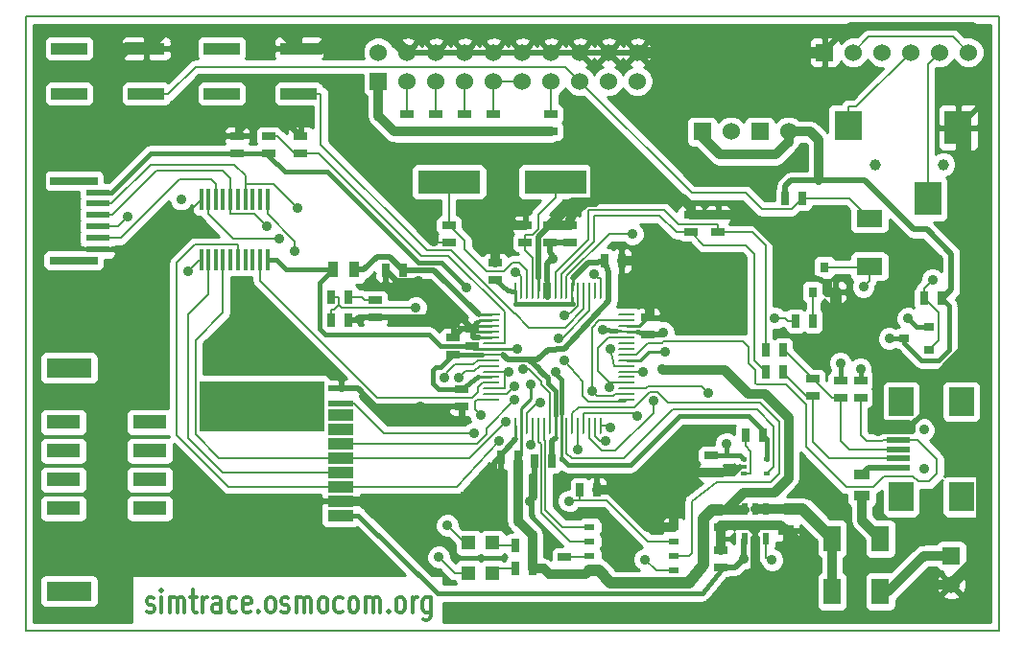
<source format=gtl>
G04 (created by PCBNEW-RS274X (2011-05-25)-stable) date Wed 16 May 2012 19:41:43 CEST*
G01*
G70*
G90*
%MOIN*%
G04 Gerber Fmt 3.4, Leading zero omitted, Abs format*
%FSLAX34Y34*%
G04 APERTURE LIST*
%ADD10C,0.006000*%
%ADD11C,0.008000*%
%ADD12C,0.012000*%
%ADD13R,0.025000X0.045000*%
%ADD14R,0.045000X0.025000*%
%ADD15R,0.035000X0.055000*%
%ADD16R,0.055000X0.035000*%
%ADD17R,0.060000X0.009800*%
%ADD18O,0.060000X0.009800*%
%ADD19O,0.009800X0.060000*%
%ADD20R,0.060000X0.060000*%
%ADD21C,0.060000*%
%ADD22R,0.031500X0.035400*%
%ADD23R,0.035400X0.031500*%
%ADD24R,0.126000X0.039400*%
%ADD25C,0.035400*%
%ADD26R,0.078700X0.019700*%
%ADD27R,0.086600X0.098400*%
%ADD28R,0.090600X0.039400*%
%ADD29R,0.090600X0.019700*%
%ADD30R,0.118100X0.047200*%
%ADD31R,0.433100X0.173200*%
%ADD32R,0.157500X0.066900*%
%ADD33R,0.016000X0.074800*%
%ADD34R,0.020000X0.012000*%
%ADD35R,0.023600X0.043300*%
%ADD36R,0.090600X0.059800*%
%ADD37R,0.059800X0.090600*%
%ADD38R,0.037900X0.019700*%
%ADD39R,0.047200X0.047200*%
%ADD40R,0.094500X0.116100*%
%ADD41R,0.094500X0.104300*%
%ADD42C,0.039400*%
%ADD43R,0.216500X0.078700*%
%ADD44R,0.078700X0.023600*%
%ADD45R,0.165400X0.027600*%
%ADD46C,0.035000*%
%ADD47C,0.019700*%
%ADD48C,0.009800*%
%ADD49C,0.016000*%
%ADD50C,0.032000*%
%ADD51C,0.039400*%
%ADD52C,0.010000*%
G04 APERTURE END LIST*
G54D10*
G54D11*
X14450Y-56300D02*
X14450Y-34950D01*
X48250Y-56300D02*
X14450Y-56300D01*
X48250Y-34950D02*
X48250Y-56300D01*
X15250Y-34950D02*
X48250Y-34950D01*
X14450Y-34950D02*
X15250Y-34950D01*
G54D12*
X18657Y-55636D02*
X18714Y-55674D01*
X18829Y-55674D01*
X18886Y-55636D01*
X18914Y-55560D01*
X18914Y-55521D01*
X18886Y-55445D01*
X18829Y-55407D01*
X18743Y-55407D01*
X18686Y-55369D01*
X18657Y-55293D01*
X18657Y-55255D01*
X18686Y-55179D01*
X18743Y-55140D01*
X18829Y-55140D01*
X18886Y-55179D01*
X19172Y-55674D02*
X19172Y-55140D01*
X19172Y-54874D02*
X19143Y-54912D01*
X19172Y-54950D01*
X19200Y-54912D01*
X19172Y-54874D01*
X19172Y-54950D01*
X19458Y-55674D02*
X19458Y-55140D01*
X19458Y-55217D02*
X19486Y-55179D01*
X19544Y-55140D01*
X19629Y-55140D01*
X19686Y-55179D01*
X19715Y-55255D01*
X19715Y-55674D01*
X19715Y-55255D02*
X19744Y-55179D01*
X19801Y-55140D01*
X19886Y-55140D01*
X19944Y-55179D01*
X19972Y-55255D01*
X19972Y-55674D01*
X20172Y-55140D02*
X20401Y-55140D01*
X20258Y-54874D02*
X20258Y-55560D01*
X20286Y-55636D01*
X20344Y-55674D01*
X20401Y-55674D01*
X20601Y-55674D02*
X20601Y-55140D01*
X20601Y-55293D02*
X20629Y-55217D01*
X20658Y-55179D01*
X20715Y-55140D01*
X20772Y-55140D01*
X21229Y-55674D02*
X21229Y-55255D01*
X21200Y-55179D01*
X21143Y-55140D01*
X21029Y-55140D01*
X20972Y-55179D01*
X21229Y-55636D02*
X21172Y-55674D01*
X21029Y-55674D01*
X20972Y-55636D01*
X20943Y-55560D01*
X20943Y-55483D01*
X20972Y-55407D01*
X21029Y-55369D01*
X21172Y-55369D01*
X21229Y-55331D01*
X21772Y-55636D02*
X21715Y-55674D01*
X21601Y-55674D01*
X21543Y-55636D01*
X21515Y-55598D01*
X21486Y-55521D01*
X21486Y-55293D01*
X21515Y-55217D01*
X21543Y-55179D01*
X21601Y-55140D01*
X21715Y-55140D01*
X21772Y-55179D01*
X22257Y-55636D02*
X22200Y-55674D01*
X22086Y-55674D01*
X22029Y-55636D01*
X22000Y-55560D01*
X22000Y-55255D01*
X22029Y-55179D01*
X22086Y-55140D01*
X22200Y-55140D01*
X22257Y-55179D01*
X22286Y-55255D01*
X22286Y-55331D01*
X22000Y-55407D01*
X22543Y-55598D02*
X22571Y-55636D01*
X22543Y-55674D01*
X22514Y-55636D01*
X22543Y-55598D01*
X22543Y-55674D01*
X22915Y-55674D02*
X22857Y-55636D01*
X22829Y-55598D01*
X22800Y-55521D01*
X22800Y-55293D01*
X22829Y-55217D01*
X22857Y-55179D01*
X22915Y-55140D01*
X23000Y-55140D01*
X23057Y-55179D01*
X23086Y-55217D01*
X23115Y-55293D01*
X23115Y-55521D01*
X23086Y-55598D01*
X23057Y-55636D01*
X23000Y-55674D01*
X22915Y-55674D01*
X23343Y-55636D02*
X23400Y-55674D01*
X23515Y-55674D01*
X23572Y-55636D01*
X23600Y-55560D01*
X23600Y-55521D01*
X23572Y-55445D01*
X23515Y-55407D01*
X23429Y-55407D01*
X23372Y-55369D01*
X23343Y-55293D01*
X23343Y-55255D01*
X23372Y-55179D01*
X23429Y-55140D01*
X23515Y-55140D01*
X23572Y-55179D01*
X23858Y-55674D02*
X23858Y-55140D01*
X23858Y-55217D02*
X23886Y-55179D01*
X23944Y-55140D01*
X24029Y-55140D01*
X24086Y-55179D01*
X24115Y-55255D01*
X24115Y-55674D01*
X24115Y-55255D02*
X24144Y-55179D01*
X24201Y-55140D01*
X24286Y-55140D01*
X24344Y-55179D01*
X24372Y-55255D01*
X24372Y-55674D01*
X24744Y-55674D02*
X24686Y-55636D01*
X24658Y-55598D01*
X24629Y-55521D01*
X24629Y-55293D01*
X24658Y-55217D01*
X24686Y-55179D01*
X24744Y-55140D01*
X24829Y-55140D01*
X24886Y-55179D01*
X24915Y-55217D01*
X24944Y-55293D01*
X24944Y-55521D01*
X24915Y-55598D01*
X24886Y-55636D01*
X24829Y-55674D01*
X24744Y-55674D01*
X25458Y-55636D02*
X25401Y-55674D01*
X25287Y-55674D01*
X25229Y-55636D01*
X25201Y-55598D01*
X25172Y-55521D01*
X25172Y-55293D01*
X25201Y-55217D01*
X25229Y-55179D01*
X25287Y-55140D01*
X25401Y-55140D01*
X25458Y-55179D01*
X25801Y-55674D02*
X25743Y-55636D01*
X25715Y-55598D01*
X25686Y-55521D01*
X25686Y-55293D01*
X25715Y-55217D01*
X25743Y-55179D01*
X25801Y-55140D01*
X25886Y-55140D01*
X25943Y-55179D01*
X25972Y-55217D01*
X26001Y-55293D01*
X26001Y-55521D01*
X25972Y-55598D01*
X25943Y-55636D01*
X25886Y-55674D01*
X25801Y-55674D01*
X26258Y-55674D02*
X26258Y-55140D01*
X26258Y-55217D02*
X26286Y-55179D01*
X26344Y-55140D01*
X26429Y-55140D01*
X26486Y-55179D01*
X26515Y-55255D01*
X26515Y-55674D01*
X26515Y-55255D02*
X26544Y-55179D01*
X26601Y-55140D01*
X26686Y-55140D01*
X26744Y-55179D01*
X26772Y-55255D01*
X26772Y-55674D01*
X27058Y-55598D02*
X27086Y-55636D01*
X27058Y-55674D01*
X27029Y-55636D01*
X27058Y-55598D01*
X27058Y-55674D01*
X27430Y-55674D02*
X27372Y-55636D01*
X27344Y-55598D01*
X27315Y-55521D01*
X27315Y-55293D01*
X27344Y-55217D01*
X27372Y-55179D01*
X27430Y-55140D01*
X27515Y-55140D01*
X27572Y-55179D01*
X27601Y-55217D01*
X27630Y-55293D01*
X27630Y-55521D01*
X27601Y-55598D01*
X27572Y-55636D01*
X27515Y-55674D01*
X27430Y-55674D01*
X27887Y-55674D02*
X27887Y-55140D01*
X27887Y-55293D02*
X27915Y-55217D01*
X27944Y-55179D01*
X28001Y-55140D01*
X28058Y-55140D01*
X28515Y-55140D02*
X28515Y-55788D01*
X28486Y-55864D01*
X28458Y-55902D01*
X28401Y-55940D01*
X28315Y-55940D01*
X28258Y-55902D01*
X28515Y-55636D02*
X28458Y-55674D01*
X28344Y-55674D01*
X28286Y-55636D01*
X28258Y-55598D01*
X28229Y-55521D01*
X28229Y-55293D01*
X28258Y-55217D01*
X28286Y-55179D01*
X28344Y-55140D01*
X28458Y-55140D01*
X28515Y-55179D01*
G54D13*
X33687Y-51400D03*
X34287Y-51400D03*
X41795Y-45537D03*
X41195Y-45537D03*
X32050Y-53350D03*
X31450Y-53350D03*
X32050Y-54150D03*
X31450Y-54150D03*
X40842Y-41267D03*
X41442Y-41267D03*
X25050Y-44700D03*
X25650Y-44700D03*
X40150Y-46550D03*
X40750Y-46550D03*
X40150Y-47300D03*
X40750Y-47300D03*
G54D14*
X32700Y-38350D03*
X32700Y-38950D03*
X30700Y-38350D03*
X30700Y-38950D03*
X29700Y-38350D03*
X29700Y-38950D03*
X28700Y-38350D03*
X28700Y-38950D03*
X27700Y-38350D03*
X27700Y-38950D03*
X42750Y-48200D03*
X42750Y-47600D03*
X43450Y-48200D03*
X43450Y-47600D03*
G54D13*
X46250Y-44750D03*
X45650Y-44750D03*
X27551Y-43763D03*
X26951Y-43763D03*
G54D14*
X38600Y-52100D03*
X38600Y-52700D03*
X38600Y-54100D03*
X38600Y-53500D03*
G54D13*
X34550Y-43450D03*
X35150Y-43450D03*
X32725Y-50400D03*
X32125Y-50400D03*
G54D14*
X29150Y-42200D03*
X29150Y-42800D03*
X31800Y-42800D03*
X31800Y-42200D03*
X29600Y-47900D03*
X29600Y-48500D03*
X30750Y-44100D03*
X30750Y-43500D03*
X38500Y-42450D03*
X38500Y-41850D03*
X29300Y-46700D03*
X29300Y-46100D03*
X37550Y-42450D03*
X37550Y-41850D03*
G54D13*
X25650Y-45500D03*
X25050Y-45500D03*
G54D14*
X33350Y-42800D03*
X33350Y-42200D03*
X36050Y-46025D03*
X36050Y-45425D03*
X26600Y-45400D03*
X26600Y-44800D03*
X41800Y-48150D03*
X41800Y-47550D03*
G54D13*
X31550Y-50275D03*
X30950Y-50275D03*
G54D14*
X32647Y-42804D03*
X32647Y-42204D03*
X29950Y-46400D03*
X29950Y-45800D03*
G54D15*
X25870Y-43753D03*
X25120Y-43753D03*
G54D16*
X43500Y-50875D03*
X43500Y-51625D03*
G54D17*
X30639Y-45324D03*
G54D18*
X30639Y-45521D03*
X30639Y-45718D03*
X30639Y-45915D03*
X30639Y-46112D03*
X30639Y-46308D03*
X30639Y-46505D03*
X30639Y-46702D03*
X30639Y-46899D03*
X30639Y-47096D03*
X30639Y-47293D03*
X30639Y-47489D03*
X30639Y-47686D03*
X30639Y-47883D03*
X30639Y-48080D03*
X30639Y-48277D03*
G54D19*
X31474Y-49175D03*
X31671Y-49175D03*
X31868Y-49175D03*
X32065Y-49175D03*
X32262Y-49175D03*
X32458Y-49175D03*
X32655Y-49175D03*
X32852Y-49175D03*
X33049Y-49175D03*
X33246Y-49175D03*
X33443Y-49175D03*
X33639Y-49175D03*
X33836Y-49175D03*
X34033Y-49175D03*
X34230Y-49175D03*
X34427Y-49175D03*
G54D18*
X35325Y-48277D03*
X35325Y-48080D03*
X35325Y-47883D03*
X35325Y-47686D03*
X35325Y-47489D03*
X35325Y-47293D03*
X35325Y-47096D03*
X35325Y-46899D03*
X35325Y-46702D03*
X35325Y-46505D03*
X35325Y-46308D03*
X35325Y-46112D03*
X35325Y-45915D03*
X35325Y-45718D03*
X35325Y-45521D03*
X35325Y-45324D03*
G54D19*
X34427Y-44489D03*
X34230Y-44489D03*
X33836Y-44489D03*
X34033Y-44482D03*
X33639Y-44489D03*
X33443Y-44489D03*
X33246Y-44489D03*
X33049Y-44489D03*
X32852Y-44489D03*
X32655Y-44489D03*
X32461Y-44489D03*
X32264Y-44489D03*
X32067Y-44489D03*
X31870Y-44489D03*
X31674Y-44489D03*
X31477Y-44489D03*
G54D20*
X42200Y-36200D03*
G54D21*
X43200Y-36200D03*
X44200Y-36200D03*
X45200Y-36200D03*
X46200Y-36200D03*
X47200Y-36200D03*
G54D22*
X41806Y-44533D03*
X42594Y-44533D03*
X42200Y-43667D03*
G54D23*
X45833Y-46544D03*
X45833Y-45756D03*
X44967Y-46150D03*
G54D24*
X18639Y-36063D03*
X18639Y-37637D03*
X15961Y-37637D03*
X15961Y-36063D03*
X23939Y-36063D03*
X23939Y-37637D03*
X21261Y-37637D03*
X21261Y-36063D03*
G54D25*
X45650Y-50689D03*
X45650Y-49311D03*
G54D26*
X44764Y-50315D03*
X44764Y-50000D03*
X44764Y-49685D03*
X44764Y-49370D03*
X44764Y-50630D03*
G54D27*
X44863Y-51654D03*
X44863Y-48346D03*
X46949Y-51654D03*
X46949Y-48346D03*
G54D28*
X25403Y-52294D03*
X25403Y-51794D03*
X25403Y-50794D03*
X25403Y-51294D03*
X25403Y-50294D03*
X25403Y-49794D03*
X25403Y-49294D03*
X25403Y-48794D03*
G54D29*
X25403Y-48400D03*
X25403Y-47889D03*
G54D30*
X15757Y-51050D03*
X15757Y-49050D03*
X15757Y-50050D03*
X15757Y-52050D03*
X18757Y-52050D03*
X18757Y-51050D03*
X18757Y-50050D03*
X18757Y-49050D03*
G54D31*
X22659Y-48503D03*
G54D32*
X15954Y-47172D03*
X15954Y-54928D03*
G54D33*
X22850Y-41300D03*
X22600Y-41300D03*
X22340Y-41300D03*
X22080Y-41300D03*
X21830Y-41300D03*
X21570Y-41300D03*
X21310Y-41300D03*
X21060Y-41300D03*
X20800Y-41300D03*
X20550Y-41300D03*
X20550Y-43400D03*
X20800Y-43400D03*
X21060Y-43400D03*
X21310Y-43400D03*
X21570Y-43400D03*
X21830Y-43400D03*
X22080Y-43400D03*
X22340Y-43400D03*
X22600Y-43400D03*
X22850Y-43400D03*
G54D13*
X40050Y-49500D03*
X39450Y-49500D03*
G54D14*
X24000Y-39100D03*
X24000Y-39700D03*
X22900Y-39700D03*
X22900Y-39100D03*
X21800Y-39100D03*
X21800Y-39700D03*
X38250Y-50200D03*
X38250Y-50800D03*
G54D34*
X39400Y-50350D03*
X39400Y-50850D03*
X40200Y-50350D03*
X39400Y-50600D03*
X40200Y-50850D03*
G54D35*
X39426Y-53112D03*
X39800Y-53112D03*
X40174Y-53112D03*
X39426Y-52088D03*
X39800Y-52088D03*
X40174Y-52088D03*
G54D36*
X43750Y-43639D03*
X43750Y-41961D03*
G54D20*
X46600Y-53700D03*
G54D21*
X46600Y-54700D03*
G54D37*
X44139Y-53100D03*
X42461Y-53100D03*
X44139Y-54950D03*
X42461Y-54950D03*
G54D38*
X36955Y-52700D03*
X36955Y-54200D03*
X36955Y-53700D03*
X36955Y-53200D03*
X34045Y-54200D03*
X34045Y-53700D03*
X34046Y-53200D03*
X34045Y-52700D03*
G54D39*
X30663Y-53250D03*
X29837Y-53250D03*
X30663Y-54300D03*
X29837Y-54300D03*
G54D20*
X26700Y-37200D03*
G54D21*
X26700Y-36200D03*
X27700Y-37200D03*
X27700Y-36200D03*
X28700Y-37200D03*
X28700Y-36200D03*
X29700Y-37200D03*
X29700Y-36200D03*
X30700Y-37200D03*
X30700Y-36200D03*
X31700Y-37200D03*
X31700Y-36200D03*
X32700Y-37200D03*
X32700Y-36200D03*
X33700Y-37200D03*
X33700Y-36200D03*
X34700Y-37200D03*
X34700Y-36200D03*
X35700Y-37200D03*
X35700Y-36200D03*
G54D20*
X37950Y-38950D03*
G54D21*
X38950Y-38950D03*
G54D20*
X39950Y-38950D03*
G54D21*
X40950Y-38950D03*
G54D40*
X46843Y-38811D03*
X45780Y-41281D03*
G54D41*
X43024Y-38752D03*
G54D42*
X46331Y-40100D03*
X43969Y-40100D03*
G54D43*
X32850Y-40700D03*
X29150Y-40700D03*
G54D14*
X33178Y-53736D03*
X33178Y-54336D03*
G54D44*
X16947Y-41066D03*
X16947Y-41459D03*
X16947Y-41853D03*
X16947Y-42247D03*
X16947Y-42641D03*
X16947Y-43034D03*
G54D45*
X16120Y-40672D03*
X16120Y-43428D03*
G54D16*
X40850Y-52075D03*
X40850Y-52825D03*
G54D46*
X19850Y-41300D03*
X34750Y-46500D03*
X35910Y-47293D03*
X31421Y-47811D03*
X22816Y-42245D03*
X34737Y-47832D03*
X31131Y-49039D03*
X33639Y-50003D03*
X35965Y-53828D03*
X36268Y-48322D03*
X35682Y-48858D03*
X18000Y-41900D03*
X31217Y-47293D03*
X20100Y-43800D03*
X23261Y-42681D03*
X34128Y-47979D03*
X31426Y-48290D03*
X29100Y-52650D03*
X29500Y-47500D03*
X29000Y-47500D03*
X28800Y-53750D03*
X23892Y-41603D03*
X31733Y-47209D03*
X30900Y-49700D03*
X34764Y-49247D03*
X30250Y-48800D03*
X23802Y-43110D03*
X40375Y-53850D03*
X38147Y-48037D03*
X34597Y-49724D03*
X30013Y-49446D03*
X33150Y-45350D03*
X33150Y-46900D03*
X34193Y-43899D03*
X36650Y-46600D03*
X32950Y-46150D03*
X45950Y-44100D03*
X43550Y-44350D03*
X32850Y-47300D03*
X29777Y-44364D03*
X39400Y-53800D03*
X38800Y-49800D03*
X33332Y-51799D03*
X32000Y-49850D03*
X36550Y-47200D03*
X31986Y-47726D03*
X44450Y-46150D03*
X32772Y-43374D03*
X31514Y-46505D03*
X43450Y-47200D03*
X34500Y-45850D03*
X36600Y-45950D03*
X29450Y-49050D03*
X31975Y-51825D03*
X35300Y-41257D03*
X28150Y-48500D03*
X47100Y-40450D03*
X25600Y-35500D03*
X27400Y-39850D03*
X15700Y-42400D03*
X33599Y-39803D03*
X30500Y-51800D03*
X31250Y-42050D03*
X28093Y-44156D03*
X40600Y-42850D03*
X36950Y-52075D03*
X38650Y-45250D03*
X28618Y-42765D03*
X36150Y-43450D03*
X18650Y-43050D03*
X42750Y-47000D03*
X45100Y-45450D03*
X35524Y-42509D03*
X32321Y-48367D03*
X40475Y-45434D03*
X27997Y-45069D03*
X31450Y-43850D03*
G54D47*
X32725Y-50400D02*
X32725Y-49725D01*
X32725Y-49725D02*
X32852Y-49598D01*
G54D48*
X32852Y-49175D02*
X32852Y-49598D01*
X32852Y-49598D02*
X32850Y-49600D01*
G54D49*
X31189Y-44489D02*
X31400Y-44500D01*
G54D48*
X31477Y-44489D02*
X31450Y-44950D01*
G54D47*
X31950Y-46880D02*
X32443Y-47373D01*
X34012Y-43525D02*
X33478Y-44059D01*
G54D11*
X31400Y-44500D02*
X31477Y-44489D01*
X33450Y-44100D02*
X33478Y-44103D01*
X33443Y-44932D02*
X33450Y-44950D01*
G54D47*
X32281Y-47210D02*
X31932Y-46862D01*
G54D48*
X33443Y-44710D02*
X33443Y-44932D01*
G54D11*
X33478Y-44103D02*
X34054Y-43527D01*
G54D49*
X30750Y-44100D02*
X30750Y-44100D01*
X29300Y-46700D02*
X30300Y-46700D01*
X28850Y-47150D02*
X29300Y-46700D01*
X29600Y-47900D02*
X29600Y-47900D01*
G54D11*
X30639Y-46702D02*
X30639Y-46702D01*
G54D47*
X34275Y-43525D02*
X34550Y-43450D01*
X34700Y-43850D02*
X34700Y-44850D01*
G54D11*
X30639Y-46702D02*
X30300Y-46700D01*
G54D47*
X32600Y-46550D02*
X32238Y-46862D01*
G54D11*
X34550Y-43450D02*
X34275Y-43525D01*
G54D49*
X30750Y-44100D02*
X31189Y-44489D01*
G54D48*
X33443Y-44489D02*
X33450Y-44100D01*
G54D49*
X34275Y-43525D02*
X34550Y-43450D01*
X28850Y-47150D02*
X28700Y-47150D01*
G54D47*
X34251Y-45299D02*
X33150Y-46500D01*
G54D11*
X33443Y-44710D02*
X33443Y-44489D01*
X34054Y-43527D02*
X34550Y-43450D01*
G54D49*
X33450Y-44950D02*
X31450Y-44950D01*
G54D11*
X34550Y-43450D02*
X34550Y-43450D01*
G54D49*
X28600Y-47700D02*
X28800Y-47900D01*
X28600Y-47250D02*
X28600Y-47700D01*
G54D48*
X32852Y-49175D02*
X32852Y-48800D01*
G54D47*
X32238Y-46862D02*
X31950Y-46862D01*
G54D11*
X29600Y-47900D02*
X29600Y-47900D01*
G54D47*
X31932Y-46862D02*
X31200Y-46862D01*
G54D11*
X31040Y-46702D02*
X30639Y-46702D01*
X32443Y-47373D02*
X32281Y-47210D01*
G54D47*
X31200Y-46862D02*
X31040Y-46702D01*
G54D48*
X30639Y-47489D02*
X30147Y-47489D01*
G54D49*
X30147Y-47489D02*
X29600Y-47900D01*
X28700Y-47150D02*
X28600Y-47250D01*
G54D47*
X34550Y-43450D02*
X34700Y-43850D01*
G54D49*
X32443Y-47398D02*
X32443Y-47373D01*
X32852Y-47968D02*
X32581Y-47697D01*
X31950Y-46862D02*
X31932Y-46862D01*
X32852Y-48800D02*
X32852Y-47968D01*
G54D47*
X32581Y-47511D02*
X32443Y-47373D01*
X34700Y-44850D02*
X34251Y-45299D01*
G54D49*
X29600Y-47900D02*
X29600Y-47900D01*
G54D47*
X34275Y-43525D02*
X34012Y-43525D01*
X33150Y-46500D02*
X32600Y-46550D01*
G54D49*
X32581Y-47697D02*
X32581Y-47511D01*
X31950Y-46862D02*
X31950Y-46880D01*
X28850Y-47150D02*
X29300Y-46700D01*
X28800Y-47900D02*
X29600Y-47900D01*
X32443Y-47373D02*
X32443Y-47398D01*
G54D11*
X39465Y-41084D02*
X40017Y-41636D01*
X19412Y-37637D02*
X20349Y-36700D01*
X18639Y-37637D02*
X19412Y-37637D01*
X43056Y-41267D02*
X43750Y-41961D01*
X20349Y-36700D02*
X33200Y-36700D01*
X35325Y-47096D02*
X34882Y-47096D01*
X33700Y-37200D02*
X37584Y-41084D01*
X41442Y-41267D02*
X43056Y-41267D01*
X34882Y-47096D02*
X34750Y-46500D01*
X40017Y-41636D02*
X41073Y-41636D01*
X41073Y-41636D02*
X41442Y-41267D01*
X33200Y-36700D02*
X33700Y-37200D01*
X37584Y-41084D02*
X39465Y-41084D01*
X36050Y-46300D02*
X36550Y-46300D01*
X40850Y-47750D02*
X41550Y-48450D01*
X39800Y-47250D02*
X39800Y-47700D01*
X39350Y-46250D02*
X39550Y-46450D01*
X46100Y-50350D02*
X45435Y-49685D01*
X43450Y-48200D02*
X43450Y-49500D01*
X39550Y-46450D02*
X39550Y-47000D01*
X43650Y-49700D02*
X44764Y-49685D01*
X43900Y-51300D02*
X44250Y-50950D01*
X41550Y-49900D02*
X42950Y-51300D01*
X45825Y-51125D02*
X46100Y-50850D01*
X45450Y-51125D02*
X45825Y-51125D01*
X45275Y-50950D02*
X45450Y-51125D01*
X35325Y-46702D02*
X35648Y-46702D01*
X46100Y-50850D02*
X46100Y-50350D01*
X41550Y-48450D02*
X41550Y-49900D01*
X36550Y-46300D02*
X36600Y-46250D01*
X36600Y-46250D02*
X39350Y-46250D01*
X45435Y-49685D02*
X44764Y-49685D01*
X39550Y-47000D02*
X39800Y-47250D01*
X44250Y-50950D02*
X45275Y-50950D01*
X39850Y-47750D02*
X40850Y-47750D01*
X39800Y-47700D02*
X39850Y-47750D01*
X42950Y-51300D02*
X43900Y-51300D01*
X35648Y-46702D02*
X36050Y-46300D01*
X43450Y-49500D02*
X43650Y-49700D01*
X29239Y-43089D02*
X28391Y-43089D01*
X28391Y-43089D02*
X24712Y-39410D01*
X31932Y-45767D02*
X31456Y-45291D01*
X33836Y-44489D02*
X33836Y-45122D01*
X31441Y-45291D02*
X29239Y-43089D01*
X33836Y-45122D02*
X33191Y-45767D01*
X33191Y-45767D02*
X31932Y-45767D01*
X23939Y-37637D02*
X24712Y-37637D01*
X31456Y-45291D02*
X31441Y-45291D01*
X24712Y-39410D02*
X24712Y-37637D01*
X22388Y-41817D02*
X22816Y-42245D01*
X21570Y-40570D02*
X21570Y-41300D01*
X17447Y-41853D02*
X19000Y-40300D01*
X21570Y-41817D02*
X22388Y-41817D01*
X19000Y-40300D02*
X21300Y-40300D01*
X35325Y-47293D02*
X35910Y-47293D01*
X31152Y-48080D02*
X30639Y-48080D01*
X31421Y-47811D02*
X31152Y-48080D01*
X21300Y-40300D02*
X21570Y-40570D01*
X16947Y-41853D02*
X17447Y-41853D01*
X21570Y-41300D02*
X21570Y-41817D01*
X20349Y-46201D02*
X20349Y-49491D01*
X34323Y-46477D02*
X34688Y-46112D01*
X34742Y-47686D02*
X34323Y-47267D01*
X31131Y-49039D02*
X29876Y-50294D01*
X34742Y-47686D02*
X34742Y-47827D01*
X21152Y-50294D02*
X25403Y-50294D01*
X34742Y-47686D02*
X35325Y-47686D01*
X35325Y-46112D02*
X34688Y-46112D01*
X29876Y-50294D02*
X25403Y-50294D01*
X20349Y-49491D02*
X21152Y-50294D01*
X34323Y-47267D02*
X34323Y-46477D01*
X34742Y-47827D02*
X34737Y-47832D01*
X21310Y-43400D02*
X21310Y-45240D01*
X21310Y-45240D02*
X20349Y-46201D01*
X33639Y-49175D02*
X33639Y-50003D01*
X35965Y-53828D02*
X36349Y-54212D01*
X36349Y-54212D02*
X36483Y-54212D01*
X36483Y-54212D02*
X36943Y-54212D01*
X36943Y-54212D02*
X36955Y-54200D01*
X34180Y-41896D02*
X34202Y-41874D01*
X37050Y-42450D02*
X37550Y-42450D01*
X38000Y-42900D02*
X39450Y-42900D01*
X37550Y-42450D02*
X38000Y-42900D01*
X39750Y-43200D02*
X39750Y-46900D01*
X34180Y-42782D02*
X34180Y-41896D01*
X36474Y-41874D02*
X37050Y-42450D01*
X39450Y-42900D02*
X39750Y-43200D01*
X33049Y-43913D02*
X34180Y-42782D01*
X39750Y-46900D02*
X40150Y-47300D01*
X34202Y-41874D02*
X36474Y-41874D01*
X33049Y-44489D02*
X33049Y-43913D01*
X38500Y-42182D02*
X37132Y-42182D01*
X37132Y-42182D02*
X36641Y-41691D01*
X39700Y-42450D02*
X40150Y-42900D01*
X34009Y-41691D02*
X33997Y-41703D01*
X38500Y-42450D02*
X39700Y-42450D01*
X33997Y-41703D02*
X33997Y-42706D01*
X33997Y-42706D02*
X32852Y-43851D01*
X38500Y-42450D02*
X38500Y-42182D01*
X36641Y-41691D02*
X34009Y-41691D01*
X32852Y-43851D02*
X32852Y-44489D01*
X40150Y-42900D02*
X40150Y-46550D01*
X34472Y-50057D02*
X34943Y-50057D01*
X34033Y-49175D02*
X34033Y-49618D01*
X36268Y-48732D02*
X36268Y-48322D01*
X43312Y-38088D02*
X45200Y-36200D01*
X34033Y-49618D02*
X34472Y-50057D01*
X34943Y-50057D02*
X36268Y-48732D01*
X43024Y-38088D02*
X43312Y-38088D01*
X43024Y-38752D02*
X43024Y-38088D01*
X33836Y-49175D02*
X33836Y-48749D01*
X33836Y-48749D02*
X33858Y-48727D01*
X45780Y-36620D02*
X46200Y-36200D01*
X45780Y-41281D02*
X45780Y-36620D01*
X33858Y-48727D02*
X35551Y-48727D01*
X35551Y-48727D02*
X35682Y-48858D01*
X30639Y-47883D02*
X31082Y-47883D01*
X16947Y-42247D02*
X17653Y-42247D01*
X31082Y-47293D02*
X31082Y-47883D01*
X20550Y-43400D02*
X20500Y-43400D01*
X31082Y-47293D02*
X31217Y-47293D01*
X17653Y-42247D02*
X18000Y-41900D01*
X20500Y-43400D02*
X20100Y-43800D01*
X30639Y-47293D02*
X31082Y-47293D01*
X34379Y-45521D02*
X34128Y-45772D01*
X35325Y-45521D02*
X34379Y-45521D01*
X31426Y-48290D02*
X30447Y-49269D01*
X30116Y-49794D02*
X25999Y-49794D01*
X25403Y-49794D02*
X25999Y-49794D01*
X30447Y-49463D02*
X30116Y-49794D01*
X20800Y-41300D02*
X20800Y-41817D01*
X34128Y-47979D02*
X34302Y-48153D01*
X30447Y-49269D02*
X30447Y-49463D01*
X34872Y-48153D02*
X34945Y-48080D01*
X20800Y-41817D02*
X21664Y-42681D01*
X34128Y-45772D02*
X34128Y-47979D01*
X21664Y-42681D02*
X23261Y-42681D01*
X34302Y-48153D02*
X34872Y-48153D01*
X34945Y-48080D02*
X35325Y-48080D01*
X22600Y-43400D02*
X22600Y-44150D01*
X30314Y-47686D02*
X30639Y-47686D01*
X30150Y-48000D02*
X30150Y-47850D01*
X30150Y-47850D02*
X30314Y-47686D01*
X29950Y-48200D02*
X30150Y-48000D01*
X26650Y-48200D02*
X29950Y-48200D01*
X22600Y-44150D02*
X26650Y-48200D01*
X29837Y-53250D02*
X29700Y-53250D01*
X29700Y-53250D02*
X29100Y-52650D01*
X30225Y-47096D02*
X30639Y-47096D01*
X30035Y-47286D02*
X30225Y-47096D01*
X29500Y-47500D02*
X29714Y-47286D01*
X29714Y-47286D02*
X30035Y-47286D01*
X29837Y-54300D02*
X29350Y-54300D01*
X29350Y-54300D02*
X28800Y-53750D01*
X29350Y-54300D02*
X28800Y-53750D01*
X29100Y-47300D02*
X29000Y-47500D01*
X29348Y-47052D02*
X29100Y-47300D01*
X30003Y-47052D02*
X30156Y-46899D01*
X30003Y-47052D02*
X29348Y-47052D01*
X30156Y-46899D02*
X30639Y-46899D01*
X40640Y-49300D02*
X40640Y-49040D01*
X33443Y-49175D02*
X33443Y-48742D01*
X40346Y-51150D02*
X40640Y-50856D01*
X37500Y-53700D02*
X37600Y-53600D01*
X35606Y-48535D02*
X36137Y-48004D01*
X38450Y-51150D02*
X40346Y-51150D01*
X36137Y-48004D02*
X36401Y-48004D01*
X40640Y-49300D02*
X40640Y-50856D01*
X33443Y-48742D02*
X33650Y-48535D01*
X36401Y-48004D02*
X36765Y-48368D01*
X33650Y-48535D02*
X35606Y-48535D01*
X40640Y-49040D02*
X39968Y-48368D01*
X39968Y-48368D02*
X36765Y-48368D01*
X37600Y-51800D02*
X37600Y-53600D01*
X38026Y-51469D02*
X37600Y-51800D01*
X38450Y-51150D02*
X38026Y-51469D01*
X36955Y-53700D02*
X37500Y-53700D01*
X33100Y-52700D02*
X34045Y-52700D01*
X32458Y-49658D02*
X32500Y-49750D01*
X32500Y-52100D02*
X33100Y-52700D01*
X32500Y-50250D02*
X32500Y-51600D01*
X32458Y-49175D02*
X32458Y-49658D01*
X32500Y-49750D02*
X32500Y-50250D01*
X32500Y-51600D02*
X32500Y-52100D01*
X31940Y-47209D02*
X31733Y-47209D01*
X32655Y-48032D02*
X32365Y-47742D01*
X16947Y-41459D02*
X17441Y-41459D01*
X23071Y-40782D02*
X22090Y-40782D01*
X32655Y-49175D02*
X32655Y-48032D01*
X22090Y-40782D02*
X22080Y-40792D01*
X32365Y-47634D02*
X31940Y-47209D01*
X32365Y-47742D02*
X32365Y-47634D01*
X22080Y-40480D02*
X22080Y-41300D01*
X23892Y-41603D02*
X23071Y-40782D01*
X21700Y-40100D02*
X22080Y-40480D01*
X22080Y-41300D02*
X22080Y-40792D01*
X17441Y-41459D02*
X18800Y-40100D01*
X18800Y-40100D02*
X21700Y-40100D01*
X25403Y-51294D02*
X29443Y-51294D01*
X25403Y-51294D02*
X21494Y-51294D01*
X34427Y-49175D02*
X34692Y-49175D01*
X19700Y-43523D02*
X20340Y-42883D01*
X29443Y-51294D02*
X30900Y-49700D01*
X21494Y-51294D02*
X19700Y-49500D01*
X19700Y-49500D02*
X19700Y-43523D01*
X21830Y-43400D02*
X21830Y-42883D01*
X21830Y-42883D02*
X20340Y-42883D01*
X34692Y-49175D02*
X34764Y-49247D01*
X32262Y-49175D02*
X32262Y-49737D01*
X34025Y-53200D02*
X34046Y-53200D01*
X33350Y-53200D02*
X34025Y-53200D01*
X32350Y-52200D02*
X33350Y-53200D01*
X32350Y-49825D02*
X32350Y-52200D01*
X32262Y-49737D02*
X32350Y-49825D01*
X30639Y-48277D02*
X30123Y-48277D01*
X30050Y-48600D02*
X30250Y-48800D01*
X30050Y-48350D02*
X30050Y-48600D01*
X30123Y-48277D02*
X30050Y-48350D01*
X22850Y-41817D02*
X23801Y-42768D01*
X23801Y-43110D02*
X23802Y-43110D01*
X22850Y-41300D02*
X22850Y-41817D01*
X23801Y-42768D02*
X23801Y-43110D01*
X40174Y-53774D02*
X40375Y-53850D01*
X37931Y-47821D02*
X36059Y-47821D01*
X40174Y-53112D02*
X40174Y-53774D01*
X35997Y-47883D02*
X35325Y-47883D01*
X38147Y-48037D02*
X37931Y-47821D01*
X36059Y-47821D02*
X35997Y-47883D01*
X34230Y-49554D02*
X34400Y-49724D01*
X25403Y-48400D02*
X25861Y-48400D01*
X34400Y-49724D02*
X34597Y-49724D01*
X26907Y-49446D02*
X30013Y-49446D01*
X25861Y-48400D02*
X26907Y-49446D01*
X34230Y-49175D02*
X34230Y-49554D01*
X33407Y-45257D02*
X33150Y-45350D01*
X31700Y-37200D02*
X30700Y-37200D01*
X33639Y-44489D02*
X33639Y-45025D01*
X33639Y-45025D02*
X33407Y-45257D01*
X30700Y-37200D02*
X30700Y-38350D01*
X28700Y-37200D02*
X28700Y-38350D01*
X33995Y-48337D02*
X33809Y-48151D01*
X35325Y-48277D02*
X35265Y-48337D01*
X35265Y-48337D02*
X33995Y-48337D01*
X33809Y-48151D02*
X33809Y-47657D01*
X33809Y-47657D02*
X33150Y-46900D01*
X32700Y-38350D02*
X32700Y-37200D01*
X34340Y-44046D02*
X34193Y-43899D01*
X34427Y-44489D02*
X34427Y-44046D01*
X34427Y-44046D02*
X34340Y-44046D01*
G54D48*
X35325Y-46899D02*
X35801Y-46899D01*
X36100Y-46600D02*
X36650Y-46600D01*
X35801Y-46899D02*
X36100Y-46600D01*
G54D11*
X33100Y-46150D02*
X34033Y-45185D01*
X34033Y-45185D02*
X34033Y-44482D01*
X32950Y-46150D02*
X33100Y-46150D01*
X29700Y-37200D02*
X29700Y-38350D01*
X42200Y-43667D02*
X43722Y-43667D01*
X43722Y-43667D02*
X43750Y-43639D01*
X45833Y-46544D02*
X46154Y-46223D01*
X46154Y-45254D02*
X45650Y-44750D01*
X43550Y-44350D02*
X43750Y-44150D01*
X43750Y-44150D02*
X43750Y-43639D01*
X46154Y-46223D02*
X46154Y-45254D01*
X45650Y-44750D02*
X45650Y-44400D01*
X45650Y-44400D02*
X45950Y-44100D01*
G54D50*
X43500Y-52461D02*
X44139Y-53100D01*
X43500Y-51625D02*
X43500Y-52461D01*
G54D11*
X40444Y-49400D02*
X40444Y-49194D01*
X33246Y-49175D02*
X33246Y-50145D01*
X33422Y-50321D02*
X35218Y-50321D01*
X40444Y-49194D02*
X39850Y-48600D01*
X40444Y-50606D02*
X40200Y-50850D01*
X36939Y-48600D02*
X35218Y-50321D01*
X39850Y-48600D02*
X36939Y-48600D01*
X33246Y-50145D02*
X33422Y-50321D01*
X40444Y-49400D02*
X40444Y-50606D01*
G54D49*
X40200Y-49650D02*
X40050Y-49500D01*
X16947Y-41066D02*
X17434Y-41066D01*
X33074Y-47574D02*
X33074Y-48755D01*
X24946Y-40350D02*
X28090Y-43494D01*
G54D11*
X33049Y-50315D02*
X33074Y-50340D01*
G54D49*
X40050Y-49350D02*
X39550Y-48850D01*
X23450Y-40350D02*
X24946Y-40350D01*
X22900Y-39700D02*
X22900Y-39800D01*
X22900Y-39800D02*
X23450Y-40350D01*
X40050Y-49500D02*
X40050Y-49350D01*
X35450Y-50550D02*
X33309Y-50550D01*
X37150Y-48850D02*
X35450Y-50550D01*
X28090Y-43494D02*
X28907Y-43494D01*
G54D11*
X33049Y-49175D02*
X33049Y-48755D01*
G54D49*
X21800Y-39700D02*
X22900Y-39700D01*
G54D11*
X33049Y-48780D02*
X33074Y-48755D01*
G54D49*
X32935Y-47435D02*
X33074Y-47574D01*
X18800Y-39700D02*
X21800Y-39700D01*
X33074Y-50315D02*
X33074Y-50340D01*
G54D48*
X33049Y-49175D02*
X33049Y-50315D01*
G54D49*
X40200Y-50350D02*
X40200Y-49650D01*
X33309Y-50550D02*
X33074Y-50315D01*
X39550Y-48850D02*
X37150Y-48850D01*
X17434Y-41066D02*
X18800Y-39700D01*
X32850Y-47300D02*
X32935Y-47435D01*
X28907Y-43494D02*
X29777Y-44364D01*
G54D48*
X33049Y-49175D02*
X33049Y-48780D01*
G54D47*
X39400Y-53800D02*
X39100Y-54100D01*
X39100Y-54100D02*
X38600Y-54100D01*
G54D49*
X39250Y-50200D02*
X39400Y-50350D01*
G54D11*
X28750Y-55000D02*
X25999Y-52294D01*
G54D49*
X28750Y-55000D02*
X37950Y-55000D01*
X38600Y-54100D02*
X38600Y-54200D01*
X25403Y-52294D02*
X25999Y-52294D01*
G54D47*
X39400Y-53800D02*
X39400Y-53138D01*
G54D49*
X38800Y-50200D02*
X38800Y-49800D01*
X38250Y-50200D02*
X38800Y-50200D01*
X39400Y-53138D02*
X39426Y-53112D01*
X38600Y-54200D02*
X37950Y-55000D01*
X38800Y-50200D02*
X39250Y-50200D01*
X25999Y-52294D02*
X28750Y-55000D01*
G54D11*
X19800Y-40600D02*
X20900Y-40600D01*
X20900Y-40600D02*
X21060Y-40760D01*
X16947Y-42641D02*
X17759Y-42641D01*
X21060Y-40760D02*
X21060Y-41300D01*
X17759Y-42641D02*
X19800Y-40600D01*
X20100Y-49600D02*
X21294Y-50794D01*
X20800Y-44600D02*
X20100Y-45300D01*
X21294Y-50794D02*
X25403Y-50794D01*
X20800Y-43400D02*
X20800Y-44600D01*
X20100Y-45300D02*
X20100Y-49600D01*
X36483Y-53212D02*
X36077Y-53212D01*
X33687Y-51400D02*
X33687Y-51768D01*
X32065Y-49175D02*
X32050Y-49800D01*
X36943Y-53212D02*
X36955Y-53200D01*
X32050Y-49800D02*
X32000Y-49850D01*
X33332Y-51799D02*
X33363Y-51768D01*
X33687Y-51768D02*
X34633Y-51768D01*
X36483Y-53212D02*
X36943Y-53212D01*
X33363Y-51768D02*
X33687Y-51768D01*
X36077Y-53212D02*
X34633Y-51768D01*
G54D50*
X40950Y-38950D02*
X41700Y-38950D01*
X41700Y-38950D02*
X42000Y-39250D01*
X42000Y-39250D02*
X42000Y-40659D01*
X37950Y-38950D02*
X37950Y-39150D01*
X40950Y-39300D02*
X40950Y-38950D01*
X40500Y-39750D02*
X40950Y-39300D01*
X38550Y-39750D02*
X40500Y-39750D01*
X37950Y-39150D02*
X38550Y-39750D01*
G54D47*
X41700Y-38950D02*
X42000Y-39250D01*
X42000Y-39250D02*
X42000Y-40659D01*
G54D50*
X39400Y-51500D02*
X38800Y-52100D01*
G54D48*
X35900Y-45915D02*
X35325Y-45915D01*
G54D49*
X24850Y-46000D02*
X24650Y-45800D01*
G54D47*
X33350Y-42800D02*
X32651Y-42800D01*
G54D50*
X38734Y-47250D02*
X39550Y-48066D01*
G54D47*
X40842Y-40858D02*
X40842Y-41267D01*
X42000Y-40659D02*
X41900Y-40659D01*
X41900Y-40659D02*
X41041Y-40659D01*
X41041Y-40659D02*
X40842Y-40858D01*
G54D50*
X36550Y-47200D02*
X36600Y-47250D01*
G54D51*
X38600Y-52100D02*
X38300Y-52100D01*
G54D50*
X32636Y-54336D02*
X32450Y-54150D01*
X40450Y-51500D02*
X39400Y-51500D01*
G54D47*
X45750Y-42350D02*
X45300Y-42350D01*
X46600Y-44450D02*
X46600Y-43200D01*
X46600Y-43200D02*
X45750Y-42350D01*
X45300Y-42350D02*
X43609Y-40659D01*
X43609Y-40659D02*
X42000Y-40659D01*
X46250Y-44750D02*
X46300Y-44750D01*
X46300Y-44750D02*
X46600Y-44450D01*
G54D50*
X40950Y-51000D02*
X40450Y-51500D01*
G54D47*
X32772Y-43272D02*
X32647Y-43147D01*
G54D49*
X32772Y-43374D02*
X32772Y-43272D01*
G54D47*
X36525Y-46025D02*
X36025Y-46025D01*
G54D48*
X31550Y-50300D02*
X31550Y-50275D01*
G54D50*
X31550Y-52500D02*
X31550Y-50450D01*
G54D48*
X31671Y-50179D02*
X31550Y-50300D01*
G54D49*
X24650Y-44223D02*
X25120Y-43753D01*
G54D48*
X31986Y-48253D02*
X31671Y-48568D01*
G54D51*
X38000Y-52400D02*
X38000Y-54000D01*
G54D49*
X44967Y-46150D02*
X44450Y-46150D01*
G54D50*
X27700Y-38950D02*
X28700Y-38950D01*
G54D49*
X43450Y-47200D02*
X43450Y-47600D01*
G54D51*
X34750Y-54650D02*
X37500Y-54650D01*
G54D50*
X29700Y-38950D02*
X30700Y-38950D01*
X26700Y-38400D02*
X27250Y-38950D01*
G54D51*
X34045Y-54200D02*
X34350Y-54200D01*
G54D50*
X38800Y-52100D02*
X38600Y-52100D01*
X32050Y-54150D02*
X32050Y-53350D01*
X28700Y-38950D02*
X29700Y-38950D01*
G54D49*
X46150Y-46900D02*
X46518Y-46532D01*
G54D50*
X39550Y-48066D02*
X40116Y-48066D01*
X38600Y-52100D02*
X39414Y-52100D01*
X26700Y-37200D02*
X26700Y-38400D01*
G54D51*
X38000Y-54000D02*
X37500Y-54650D01*
G54D49*
X34950Y-45885D02*
X34500Y-45850D01*
X46518Y-45018D02*
X46250Y-44750D01*
G54D50*
X33909Y-54336D02*
X34045Y-54200D01*
G54D48*
X31986Y-47726D02*
X31986Y-48253D01*
G54D50*
X32050Y-53350D02*
X32050Y-52975D01*
G54D48*
X31671Y-48568D02*
X31671Y-49175D01*
G54D50*
X36600Y-47250D02*
X38734Y-47250D01*
G54D49*
X46518Y-46532D02*
X46518Y-45018D01*
G54D50*
X40116Y-48066D02*
X40950Y-48900D01*
X32050Y-52975D02*
X31550Y-52500D01*
G54D11*
X30005Y-46505D02*
X29950Y-46450D01*
G54D49*
X39414Y-52100D02*
X39426Y-52088D01*
X23503Y-43753D02*
X25120Y-43753D01*
X45567Y-46900D02*
X46150Y-46900D01*
G54D50*
X40950Y-48900D02*
X40950Y-51000D01*
G54D49*
X44967Y-46150D02*
X44967Y-46300D01*
G54D47*
X32726Y-43374D02*
X32550Y-43550D01*
G54D11*
X32550Y-44150D02*
X32550Y-44384D01*
G54D50*
X32450Y-54150D02*
X32050Y-54150D01*
G54D11*
X22850Y-43400D02*
X22950Y-43400D01*
G54D48*
X35700Y-45900D02*
X35900Y-45915D01*
G54D49*
X23503Y-43753D02*
X23150Y-43400D01*
X44967Y-46300D02*
X45567Y-46900D01*
G54D47*
X36025Y-46025D02*
X36050Y-46025D01*
G54D51*
X38300Y-52100D02*
X38000Y-52400D01*
G54D48*
X31671Y-49175D02*
X31671Y-50179D01*
G54D49*
X23150Y-43400D02*
X22950Y-43400D01*
G54D11*
X35325Y-45915D02*
X34950Y-45885D01*
G54D49*
X36050Y-46025D02*
X35700Y-45900D01*
G54D47*
X36600Y-45950D02*
X36525Y-46025D01*
G54D50*
X30700Y-38950D02*
X32700Y-38950D01*
G54D11*
X32550Y-44384D02*
X32655Y-44489D01*
G54D47*
X32647Y-43147D02*
X32647Y-42804D01*
G54D49*
X24650Y-45800D02*
X24650Y-44223D01*
X32651Y-42800D02*
X32647Y-42804D01*
X29950Y-46400D02*
X29900Y-46450D01*
G54D47*
X32550Y-44100D02*
X32550Y-44150D01*
G54D49*
X32550Y-44100D02*
X32550Y-44700D01*
G54D51*
X34350Y-54200D02*
X34750Y-54650D01*
G54D49*
X29950Y-46400D02*
X28850Y-46400D01*
G54D11*
X32550Y-44150D02*
X32550Y-44400D01*
G54D49*
X28850Y-46400D02*
X28450Y-46000D01*
X28450Y-46000D02*
X24850Y-46000D01*
G54D50*
X27250Y-38950D02*
X27700Y-38950D01*
G54D48*
X30639Y-46505D02*
X31514Y-46505D01*
G54D49*
X29900Y-46450D02*
X29950Y-46450D01*
G54D50*
X33178Y-54336D02*
X33909Y-54336D01*
G54D47*
X32550Y-43550D02*
X32550Y-44100D01*
G54D48*
X30639Y-46505D02*
X30005Y-46505D01*
G54D49*
X32772Y-43374D02*
X32726Y-43374D01*
G54D11*
X32550Y-44400D02*
X32461Y-44489D01*
G54D50*
X31550Y-50450D02*
X31550Y-50450D01*
X33178Y-54336D02*
X32636Y-54336D01*
X37200Y-50800D02*
X38250Y-50800D01*
X36955Y-51045D02*
X37200Y-50800D01*
X36955Y-52075D02*
X36955Y-51650D01*
X36955Y-51650D02*
X36955Y-51045D01*
X39700Y-52650D02*
X40675Y-52650D01*
X40675Y-52650D02*
X40850Y-52825D01*
G54D51*
X41200Y-54550D02*
X41200Y-53175D01*
X41200Y-53175D02*
X40850Y-52825D01*
G54D47*
X29600Y-48500D02*
X29600Y-48900D01*
X29600Y-48900D02*
X29450Y-49050D01*
X32125Y-50400D02*
X32125Y-51675D01*
X32125Y-51675D02*
X31975Y-51825D01*
X30125Y-45625D02*
X29950Y-45800D01*
X28500Y-45400D02*
X29550Y-45400D01*
X29550Y-45400D02*
X29950Y-45800D01*
G54D48*
X30639Y-45521D02*
X30229Y-45521D01*
X30229Y-45521D02*
X30125Y-45625D01*
G54D47*
X29950Y-45800D02*
X29600Y-45800D01*
X29600Y-45800D02*
X29300Y-46100D01*
G54D48*
X30639Y-45915D02*
X30065Y-45915D01*
X30065Y-45915D02*
X29950Y-45800D01*
G54D47*
X30000Y-46112D02*
X30000Y-45850D01*
G54D48*
X30639Y-46112D02*
X30196Y-46112D01*
G54D47*
X30196Y-46112D02*
X30000Y-46112D01*
X30000Y-45850D02*
X29950Y-45800D01*
G54D50*
X33700Y-41400D02*
X33451Y-41400D01*
X33451Y-41400D02*
X32647Y-42204D01*
G54D11*
X14949Y-41614D02*
X15718Y-42383D01*
G54D47*
X47850Y-35750D02*
X47850Y-37804D01*
G54D50*
X33350Y-42200D02*
X33400Y-41700D01*
X34236Y-41400D02*
X33700Y-41400D01*
G54D47*
X33450Y-41932D02*
X33350Y-42200D01*
G54D49*
X44070Y-49370D02*
X44050Y-49350D01*
G54D47*
X47350Y-35250D02*
X47850Y-35750D01*
G54D51*
X23939Y-36039D02*
X23350Y-35450D01*
G54D11*
X28747Y-42765D02*
X28618Y-42765D01*
G54D47*
X42200Y-36150D02*
X43100Y-35250D01*
X33350Y-42200D02*
X33350Y-41932D01*
G54D48*
X34243Y-41239D02*
X33450Y-41932D01*
G54D51*
X18652Y-36050D02*
X17950Y-36050D01*
G54D50*
X39800Y-53112D02*
X39800Y-54225D01*
G54D47*
X26951Y-43763D02*
X27344Y-44156D01*
G54D51*
X47093Y-40450D02*
X47093Y-46524D01*
X43250Y-45900D02*
X44800Y-44350D01*
X44450Y-42850D02*
X40600Y-42850D01*
G54D50*
X31190Y-41978D02*
X31210Y-41978D01*
X36067Y-52712D02*
X34755Y-51400D01*
X33019Y-42200D02*
X33015Y-42204D01*
G54D11*
X15718Y-42383D02*
X16369Y-43034D01*
G54D51*
X43250Y-46000D02*
X43250Y-45900D01*
G54D50*
X35300Y-41257D02*
X34243Y-41239D01*
X39050Y-52650D02*
X39700Y-52650D01*
G54D11*
X39700Y-52650D02*
X39700Y-52700D01*
G54D50*
X28618Y-42618D02*
X27400Y-41400D01*
X37257Y-41289D02*
X35300Y-41257D01*
X34243Y-41393D02*
X34236Y-41400D01*
G54D47*
X30700Y-36200D02*
X29700Y-36200D01*
G54D50*
X46600Y-54700D02*
X45700Y-54700D01*
G54D51*
X47093Y-38861D02*
X47093Y-40450D01*
G54D47*
X47850Y-37804D02*
X46843Y-38811D01*
G54D50*
X32647Y-42204D02*
X33015Y-42204D01*
X39800Y-54225D02*
X40125Y-54550D01*
X31800Y-42200D02*
X31432Y-42200D01*
X40570Y-42850D02*
X39570Y-41850D01*
G54D47*
X47100Y-40450D02*
X47093Y-40450D01*
G54D50*
X31200Y-39800D02*
X31210Y-41978D01*
G54D47*
X45250Y-49096D02*
X45748Y-48648D01*
X26600Y-45400D02*
X26968Y-45400D01*
G54D50*
X41200Y-55200D02*
X41200Y-54550D01*
X45700Y-54700D02*
X44600Y-55800D01*
X31432Y-42200D02*
X31210Y-41978D01*
X27400Y-41400D02*
X27400Y-39850D01*
X41800Y-55800D02*
X41200Y-55200D01*
G54D47*
X44764Y-49370D02*
X44070Y-49370D01*
G54D50*
X44600Y-55800D02*
X41800Y-55800D01*
X41712Y-43992D02*
X40570Y-42850D01*
X33350Y-42200D02*
X33019Y-42200D01*
G54D47*
X45250Y-49370D02*
X45250Y-49096D01*
G54D51*
X17950Y-36050D02*
X17350Y-36650D01*
X17350Y-38742D02*
X16049Y-38742D01*
G54D50*
X30400Y-39800D02*
X31200Y-39800D01*
X36150Y-43450D02*
X36150Y-43450D01*
G54D51*
X23350Y-35450D02*
X19252Y-35450D01*
X17350Y-36650D02*
X17350Y-38742D01*
G54D47*
X44764Y-49370D02*
X45250Y-49370D01*
G54D11*
X36050Y-45425D02*
X36250Y-45450D01*
G54D47*
X42200Y-36200D02*
X42200Y-36150D01*
X42294Y-44233D02*
X42050Y-44100D01*
X28628Y-45400D02*
X28500Y-45400D01*
X28500Y-45400D02*
X26968Y-45400D01*
X38618Y-50800D02*
X39074Y-50800D01*
G54D50*
X31200Y-39800D02*
X31200Y-39800D01*
G54D47*
X32700Y-36200D02*
X31700Y-36200D01*
G54D51*
X23939Y-36063D02*
X23939Y-36039D01*
G54D50*
X31745Y-39813D02*
X33599Y-39803D01*
X25403Y-51794D02*
X25999Y-51794D01*
X34250Y-39800D02*
X34243Y-40135D01*
G54D47*
X27832Y-48500D02*
X26610Y-48500D01*
X25403Y-47889D02*
X25999Y-47889D01*
X28150Y-48500D02*
X27832Y-48500D01*
X33350Y-42200D02*
X33350Y-41932D01*
X18825Y-43025D02*
X18650Y-43050D01*
G54D11*
X30500Y-51800D02*
X30726Y-51500D01*
G54D50*
X33599Y-39803D02*
X34250Y-39800D01*
X34243Y-41239D02*
X34243Y-41393D01*
X36700Y-52712D02*
X36943Y-52712D01*
G54D47*
X18223Y-39100D02*
X17865Y-38742D01*
X26610Y-48500D02*
X25999Y-47889D01*
X29600Y-48500D02*
X28150Y-48500D01*
X23600Y-38700D02*
X24000Y-39100D01*
G54D50*
X33400Y-41700D02*
X33700Y-41400D01*
X40125Y-54550D02*
X41200Y-54550D01*
G54D51*
X44050Y-49150D02*
X44050Y-46800D01*
G54D50*
X34287Y-51400D02*
X34755Y-51400D01*
X15718Y-42383D02*
X15717Y-42383D01*
G54D51*
X42594Y-45344D02*
X42594Y-45394D01*
G54D47*
X21800Y-39100D02*
X18223Y-39100D01*
G54D51*
X14949Y-39842D02*
X14949Y-41614D01*
G54D50*
X27400Y-39800D02*
X30400Y-39800D01*
G54D47*
X43100Y-35250D02*
X47350Y-35250D01*
G54D11*
X18825Y-43025D02*
X20550Y-41300D01*
G54D47*
X39074Y-50800D02*
X39274Y-50600D01*
G54D11*
X32647Y-42204D02*
X32647Y-42204D01*
G54D47*
X33700Y-36200D02*
X32700Y-36200D01*
G54D50*
X30750Y-42400D02*
X31190Y-41978D01*
G54D47*
X21800Y-39100D02*
X21800Y-39000D01*
G54D50*
X30432Y-51794D02*
X30726Y-51500D01*
G54D51*
X44050Y-49350D02*
X44050Y-49150D01*
G54D50*
X38500Y-41850D02*
X37550Y-41850D01*
G54D11*
X28782Y-42800D02*
X28747Y-42765D01*
G54D47*
X32647Y-42204D02*
X32411Y-42472D01*
G54D48*
X32264Y-44050D02*
X32264Y-44489D01*
G54D11*
X39274Y-50600D02*
X39400Y-50600D01*
G54D50*
X42294Y-44533D02*
X42294Y-44233D01*
X28618Y-42765D02*
X28618Y-42618D01*
G54D51*
X42594Y-45394D02*
X42594Y-44533D01*
G54D47*
X32411Y-42472D02*
X32264Y-42619D01*
G54D50*
X38250Y-50800D02*
X38618Y-50800D01*
G54D48*
X31450Y-49650D02*
X31474Y-49175D01*
G54D47*
X25650Y-45500D02*
X25918Y-45500D01*
X26018Y-45400D02*
X26600Y-45400D01*
G54D51*
X45748Y-47869D02*
X45748Y-48648D01*
X47093Y-46524D02*
X45748Y-47869D01*
G54D50*
X36483Y-52712D02*
X36067Y-52712D01*
X44050Y-49150D02*
X45100Y-49150D01*
G54D48*
X30007Y-45718D02*
X29950Y-45775D01*
X29950Y-45775D02*
X29950Y-45800D01*
X30639Y-45718D02*
X30007Y-45718D01*
G54D51*
X45748Y-48648D02*
X47650Y-50650D01*
G54D50*
X25999Y-51794D02*
X30432Y-51794D01*
G54D51*
X47650Y-53650D02*
X46600Y-54700D01*
G54D47*
X42050Y-44100D02*
X41712Y-43992D01*
G54D48*
X35325Y-45718D02*
X35768Y-45718D01*
G54D11*
X16369Y-43034D02*
X16947Y-43034D01*
G54D50*
X15717Y-42383D02*
X15700Y-42400D01*
X38600Y-52650D02*
X39050Y-52650D01*
X37550Y-41582D02*
X37257Y-41289D01*
G54D47*
X32264Y-42619D02*
X32264Y-44050D01*
X30726Y-51500D02*
X30726Y-50462D01*
G54D48*
X36138Y-45348D02*
X35768Y-45718D01*
G54D47*
X28628Y-44691D02*
X28093Y-44156D01*
G54D50*
X34243Y-40135D02*
X34243Y-41239D01*
G54D51*
X42200Y-36200D02*
X35700Y-36200D01*
G54D50*
X36955Y-52700D02*
X36955Y-52075D01*
G54D11*
X39800Y-52800D02*
X39800Y-53112D01*
X29600Y-48500D02*
X29600Y-48500D01*
G54D50*
X31200Y-39800D02*
X31745Y-39813D01*
G54D47*
X35700Y-36200D02*
X34700Y-36200D01*
X28628Y-45400D02*
X28628Y-44691D01*
G54D51*
X23939Y-36063D02*
X24712Y-36063D01*
X25600Y-35500D02*
X27000Y-35500D01*
G54D11*
X29150Y-42800D02*
X28782Y-42800D01*
G54D50*
X36000Y-43450D02*
X35150Y-43450D01*
G54D51*
X25275Y-35500D02*
X25600Y-35500D01*
X24712Y-36063D02*
X25275Y-35500D01*
G54D47*
X28700Y-36200D02*
X27700Y-36200D01*
G54D11*
X36050Y-45425D02*
X36138Y-45348D01*
G54D50*
X39700Y-52700D02*
X39800Y-52800D01*
X36943Y-52712D02*
X36955Y-52700D01*
G54D51*
X36000Y-43450D02*
X36850Y-43450D01*
G54D50*
X37550Y-41850D02*
X37550Y-41582D01*
X42594Y-44533D02*
X42294Y-44533D01*
G54D47*
X30726Y-50462D02*
X31450Y-49650D01*
G54D11*
X31210Y-42010D02*
X31250Y-42050D01*
G54D50*
X36950Y-52075D02*
X36955Y-52075D01*
X39570Y-41850D02*
X38500Y-41850D01*
G54D51*
X44800Y-43200D02*
X44450Y-42850D01*
G54D47*
X34700Y-36200D02*
X33700Y-36200D01*
G54D51*
X36850Y-43450D02*
X38650Y-45250D01*
G54D47*
X25918Y-45500D02*
X26018Y-45400D01*
G54D51*
X43250Y-46000D02*
X42594Y-45344D01*
G54D50*
X27400Y-39850D02*
X27400Y-39800D01*
G54D51*
X19252Y-35450D02*
X18652Y-36050D01*
X47650Y-50650D02*
X47650Y-53650D01*
G54D50*
X36483Y-52712D02*
X36700Y-52712D01*
X36138Y-45348D02*
X36150Y-43450D01*
X36150Y-43450D02*
X36000Y-43450D01*
G54D47*
X27344Y-44156D02*
X28093Y-44156D01*
X17865Y-38742D02*
X17350Y-38742D01*
G54D51*
X27000Y-35500D02*
X27700Y-36200D01*
X16049Y-38742D02*
X14949Y-39842D01*
G54D50*
X38600Y-53500D02*
X38600Y-52650D01*
G54D51*
X44050Y-46800D02*
X43250Y-46000D01*
G54D47*
X31700Y-36200D02*
X30700Y-36200D01*
G54D50*
X30750Y-43500D02*
X30750Y-42400D01*
G54D47*
X22100Y-38700D02*
X23600Y-38700D01*
X29700Y-36200D02*
X28700Y-36200D01*
X21800Y-39000D02*
X22100Y-38700D01*
G54D51*
X40600Y-42850D02*
X40570Y-42850D01*
X44800Y-44350D02*
X44800Y-43200D01*
G54D11*
X31210Y-41978D02*
X31210Y-42010D01*
X36250Y-45450D02*
X36250Y-45400D01*
X36250Y-45400D02*
X36050Y-45425D01*
X16947Y-43034D02*
X18650Y-43050D01*
X33178Y-53736D02*
X34009Y-53736D01*
X34009Y-53736D02*
X34045Y-53700D01*
G54D49*
X44139Y-54950D02*
X44400Y-54950D01*
G54D50*
X45650Y-53700D02*
X46600Y-53700D01*
X44400Y-54950D02*
X45650Y-53700D01*
G54D11*
X22900Y-39100D02*
X23200Y-39100D01*
X29140Y-43272D02*
X28212Y-43272D01*
X31082Y-45214D02*
X29140Y-43272D01*
X24640Y-39700D02*
X25035Y-40095D01*
X28212Y-43272D02*
X25035Y-40095D01*
X31082Y-46308D02*
X30639Y-46308D01*
X23200Y-39100D02*
X23800Y-39700D01*
X24000Y-39700D02*
X24640Y-39700D01*
X23800Y-39700D02*
X24000Y-39700D01*
X31082Y-46308D02*
X31082Y-45214D01*
X40800Y-46550D02*
X41800Y-47550D01*
X42450Y-48200D02*
X42750Y-48200D01*
X40750Y-46550D02*
X40800Y-46550D01*
X42750Y-48200D02*
X42750Y-49700D01*
X41800Y-47550D02*
X42450Y-48200D01*
X42750Y-49700D02*
X43050Y-50000D01*
X43050Y-50000D02*
X44764Y-50000D01*
G54D49*
X42750Y-47000D02*
X42750Y-47600D01*
X45406Y-45756D02*
X45100Y-45450D01*
X45833Y-45756D02*
X45406Y-45756D01*
G54D11*
X41806Y-45158D02*
X41795Y-45169D01*
X41795Y-45537D02*
X41795Y-45169D01*
X41806Y-44533D02*
X41806Y-45158D01*
X33246Y-44489D02*
X33246Y-43977D01*
X33246Y-43977D02*
X34714Y-42509D01*
X34714Y-42509D02*
X35524Y-42509D01*
X40824Y-45434D02*
X40475Y-45434D01*
X31868Y-48732D02*
X32233Y-48367D01*
X32233Y-48367D02*
X32321Y-48367D01*
X31868Y-49175D02*
X31868Y-48732D01*
X41195Y-45537D02*
X40927Y-45537D01*
X40927Y-45537D02*
X40824Y-45434D01*
X46659Y-35659D02*
X43741Y-35659D01*
X47200Y-36200D02*
X46659Y-35659D01*
X43741Y-35659D02*
X43200Y-36200D01*
X31800Y-42800D02*
X31800Y-42532D01*
X32250Y-42350D02*
X32250Y-41837D01*
X32850Y-40700D02*
X32850Y-41237D01*
X32067Y-44489D02*
X32067Y-43335D01*
X31800Y-42532D02*
X32068Y-42532D01*
X32068Y-42532D02*
X32250Y-42350D01*
X31800Y-42800D02*
X31800Y-43068D01*
X32067Y-43335D02*
X31800Y-43068D01*
X32250Y-41837D02*
X32850Y-41237D01*
X25050Y-44700D02*
X25318Y-44700D01*
X31674Y-43974D02*
X31450Y-43850D01*
X31674Y-44489D02*
X31674Y-43974D01*
X25050Y-45132D02*
X25154Y-45132D01*
X25318Y-44968D02*
X25318Y-44700D01*
X25050Y-45500D02*
X25050Y-45132D01*
X27997Y-45069D02*
X25419Y-45069D01*
X25419Y-45069D02*
X25318Y-44968D01*
X25154Y-45132D02*
X25318Y-44968D01*
X31870Y-43770D02*
X31600Y-43500D01*
X29150Y-40700D02*
X29150Y-42200D01*
X31600Y-43500D02*
X31350Y-43500D01*
X31350Y-43500D02*
X31050Y-43800D01*
X31050Y-43800D02*
X30450Y-43800D01*
X29700Y-42750D02*
X29150Y-42200D01*
X29700Y-43050D02*
X29700Y-42750D01*
X31870Y-44489D02*
X31870Y-43770D01*
X30450Y-43800D02*
X29700Y-43050D01*
X27700Y-38350D02*
X27700Y-37200D01*
X26600Y-44800D02*
X26232Y-44800D01*
X26132Y-44700D02*
X25650Y-44700D01*
X26232Y-44800D02*
X26132Y-44700D01*
X30763Y-53350D02*
X30663Y-53250D01*
X31450Y-53350D02*
X30763Y-53350D01*
X31450Y-54150D02*
X30813Y-54150D01*
X30813Y-54150D02*
X30663Y-54300D01*
G54D51*
X40850Y-52075D02*
X41436Y-52075D01*
X41436Y-52075D02*
X42461Y-53100D01*
G54D50*
X40174Y-52088D02*
X40837Y-52088D01*
X40837Y-52088D02*
X40850Y-52075D01*
X40174Y-52088D02*
X39800Y-52088D01*
X40174Y-52088D02*
X40174Y-52088D01*
X42461Y-54950D02*
X42461Y-53100D01*
G54D11*
X40750Y-47300D02*
X40750Y-47350D01*
X40750Y-47350D02*
X41550Y-48150D01*
X41550Y-48150D02*
X41800Y-48150D01*
X41800Y-49750D02*
X42365Y-50315D01*
X42365Y-50315D02*
X44764Y-50315D01*
X41800Y-48150D02*
X41800Y-49750D01*
X39643Y-50850D02*
X39643Y-50061D01*
X39450Y-49500D02*
X39450Y-49868D01*
X39400Y-50850D02*
X39643Y-50850D01*
X39643Y-50061D02*
X39450Y-49868D01*
G54D47*
X44764Y-50630D02*
X43745Y-50630D01*
X43745Y-50630D02*
X43500Y-50875D01*
X27819Y-43763D02*
X28635Y-43763D01*
G54D48*
X30639Y-45324D02*
X30196Y-45324D01*
G54D47*
X27551Y-43763D02*
X27819Y-43763D01*
X28635Y-43763D02*
X30196Y-45324D01*
G54D11*
X27551Y-43763D02*
X27551Y-43763D01*
G54D47*
X25870Y-43753D02*
X26188Y-43753D01*
X26188Y-43753D02*
X26647Y-43294D01*
X26647Y-43294D02*
X27082Y-43294D01*
X27082Y-43294D02*
X27283Y-43495D01*
X27283Y-43495D02*
X27551Y-43763D01*
G54D52*
X21699Y-44022D02*
X21699Y-44022D01*
X22209Y-44022D02*
X22209Y-44022D01*
X21600Y-44102D02*
X22310Y-44102D01*
X21600Y-44182D02*
X22317Y-44182D01*
X21600Y-44262D02*
X22333Y-44262D01*
X21600Y-44342D02*
X22387Y-44342D01*
X21600Y-44422D02*
X22462Y-44422D01*
X21600Y-44502D02*
X22542Y-44502D01*
X21600Y-44582D02*
X22622Y-44582D01*
X21600Y-44662D02*
X22702Y-44662D01*
X21600Y-44742D02*
X22782Y-44742D01*
X21600Y-44822D02*
X22862Y-44822D01*
X21600Y-44902D02*
X22942Y-44902D01*
X21600Y-44982D02*
X23022Y-44982D01*
X21600Y-45062D02*
X23102Y-45062D01*
X21600Y-45142D02*
X23182Y-45142D01*
X21600Y-45222D02*
X23262Y-45222D01*
X21588Y-45302D02*
X23342Y-45302D01*
X21558Y-45382D02*
X23422Y-45382D01*
X21498Y-45462D02*
X23502Y-45462D01*
X21418Y-45542D02*
X23582Y-45542D01*
X21338Y-45622D02*
X23662Y-45622D01*
X21258Y-45702D02*
X23742Y-45702D01*
X21178Y-45782D02*
X23822Y-45782D01*
X21098Y-45862D02*
X23902Y-45862D01*
X21018Y-45942D02*
X23982Y-45942D01*
X20938Y-46022D02*
X24062Y-46022D01*
X20858Y-46102D02*
X24142Y-46102D01*
X20778Y-46182D02*
X24222Y-46182D01*
X20698Y-46262D02*
X24302Y-46262D01*
X20639Y-46342D02*
X24382Y-46342D01*
X20639Y-46422D02*
X24462Y-46422D01*
X20639Y-46502D02*
X24542Y-46502D01*
X20639Y-46582D02*
X24622Y-46582D01*
X20639Y-46662D02*
X24702Y-46662D01*
X20639Y-46742D02*
X24782Y-46742D01*
X20639Y-46822D02*
X24862Y-46822D01*
X20639Y-46902D02*
X24942Y-46902D01*
X20639Y-46982D02*
X25022Y-46982D01*
X20639Y-47062D02*
X25102Y-47062D01*
X20639Y-47142D02*
X25182Y-47142D01*
X20639Y-47222D02*
X25262Y-47222D01*
X20639Y-47302D02*
X25342Y-47302D01*
X20639Y-47382D02*
X25422Y-47382D01*
X25001Y-47462D02*
X25502Y-47462D01*
X25292Y-47542D02*
X25514Y-47542D01*
X25353Y-47622D02*
X25453Y-47622D01*
X25353Y-47702D02*
X25453Y-47702D01*
X25353Y-47782D02*
X25453Y-47782D01*
X25353Y-47862D02*
X25453Y-47862D01*
X26901Y-43713D02*
X27001Y-43713D01*
X26901Y-43793D02*
X27001Y-43793D01*
X26560Y-43873D02*
X26578Y-43873D01*
X26901Y-43873D02*
X27001Y-43873D01*
X26480Y-43953D02*
X26577Y-43953D01*
X26901Y-43953D02*
X27001Y-43953D01*
X26384Y-44033D02*
X26577Y-44033D01*
X26901Y-44033D02*
X27001Y-44033D01*
X26279Y-44113D02*
X26609Y-44113D01*
X26901Y-44113D02*
X27001Y-44113D01*
X27894Y-44113D02*
X28493Y-44113D01*
X26232Y-44193D02*
X26679Y-44193D01*
X26884Y-44193D02*
X27018Y-44193D01*
X27223Y-44193D02*
X27279Y-44193D01*
X27823Y-44193D02*
X28573Y-44193D01*
X26104Y-44273D02*
X28653Y-44273D01*
X25993Y-44353D02*
X28733Y-44353D01*
X26244Y-44433D02*
X26308Y-44433D01*
X26893Y-44433D02*
X28813Y-44433D01*
X27015Y-44513D02*
X28893Y-44513D01*
X27060Y-44593D02*
X28973Y-44593D01*
X27074Y-44673D02*
X27842Y-44673D01*
X28151Y-44673D02*
X29053Y-44673D01*
X27074Y-44753D02*
X27712Y-44753D01*
X28282Y-44753D02*
X29133Y-44753D01*
X28359Y-44833D02*
X29213Y-44833D01*
X28392Y-44913D02*
X29293Y-44913D01*
X28422Y-44993D02*
X29373Y-44993D01*
X28422Y-45073D02*
X29453Y-45073D01*
X28422Y-45153D02*
X29533Y-45153D01*
X28390Y-45233D02*
X29613Y-45233D01*
X28354Y-45313D02*
X29693Y-45313D01*
X26020Y-45393D02*
X27720Y-45393D01*
X28274Y-45393D02*
X29773Y-45393D01*
X25600Y-45473D02*
X26164Y-45473D01*
X27036Y-45473D02*
X27862Y-45473D01*
X28133Y-45473D02*
X29575Y-45473D01*
X25966Y-45553D02*
X26126Y-45553D01*
X27075Y-45553D02*
X29506Y-45553D01*
X26025Y-45633D02*
X26151Y-45633D01*
X27050Y-45633D02*
X29475Y-45633D01*
X28603Y-45713D02*
X29475Y-45713D01*
X28709Y-45793D02*
X28905Y-45793D01*
X29250Y-45793D02*
X29350Y-45793D01*
X28789Y-45873D02*
X28847Y-45873D01*
X29250Y-45873D02*
X29350Y-45873D01*
X29250Y-45953D02*
X29350Y-45953D01*
X29250Y-46033D02*
X29350Y-46033D01*
X26096Y-48056D02*
X26096Y-48056D01*
X26059Y-48136D02*
X26176Y-48136D01*
X26089Y-48216D02*
X26256Y-48216D01*
X26167Y-48296D02*
X26336Y-48296D01*
X26247Y-48376D02*
X26416Y-48376D01*
X26327Y-48456D02*
X26522Y-48456D01*
X26407Y-48536D02*
X29650Y-48536D01*
X26487Y-48616D02*
X29126Y-48616D01*
X29550Y-48616D02*
X29650Y-48616D01*
X26567Y-48696D02*
X29136Y-48696D01*
X29550Y-48696D02*
X29650Y-48696D01*
X26647Y-48776D02*
X29174Y-48776D01*
X29550Y-48776D02*
X29650Y-48776D01*
X26727Y-48856D02*
X29282Y-48856D01*
X29507Y-48856D02*
X29550Y-48856D01*
X29550Y-48856D02*
X29693Y-48856D01*
X26807Y-48936D02*
X29550Y-48936D01*
X29550Y-48936D02*
X29847Y-48936D01*
X26887Y-49016D02*
X29550Y-49016D01*
X29550Y-49016D02*
X29880Y-49016D01*
X26967Y-49096D02*
X29550Y-49096D01*
X29550Y-49096D02*
X29762Y-49096D01*
X29900Y-45750D02*
X30000Y-45750D01*
X29900Y-45830D02*
X30000Y-45830D01*
X32025Y-50863D02*
X32025Y-50863D01*
X31960Y-50943D02*
X32060Y-50943D01*
X31960Y-51023D02*
X32060Y-51023D01*
X31960Y-51103D02*
X32060Y-51103D01*
X31960Y-51183D02*
X32060Y-51183D01*
X31960Y-51263D02*
X32060Y-51263D01*
X31960Y-51343D02*
X32060Y-51343D01*
X31960Y-51423D02*
X32060Y-51423D01*
X31960Y-51503D02*
X32060Y-51503D01*
X31960Y-51583D02*
X32060Y-51583D01*
X31960Y-51663D02*
X32060Y-51663D01*
X31960Y-51743D02*
X32060Y-51743D01*
X31960Y-51823D02*
X32060Y-51823D01*
X31960Y-51903D02*
X32060Y-51903D01*
X31960Y-51983D02*
X32060Y-51983D01*
X31960Y-52063D02*
X32060Y-52063D01*
X31960Y-52143D02*
X32060Y-52143D01*
X31960Y-52223D02*
X32065Y-52223D01*
X31960Y-52303D02*
X32081Y-52303D01*
X32022Y-52383D02*
X32131Y-52383D01*
X32106Y-52463D02*
X32203Y-52463D01*
X32190Y-52543D02*
X32283Y-52543D01*
X32275Y-52623D02*
X32363Y-52623D01*
X32351Y-52703D02*
X32443Y-52703D01*
X32407Y-52783D02*
X32523Y-52783D01*
X32437Y-52863D02*
X32603Y-52863D01*
X32455Y-52943D02*
X32683Y-52943D01*
X32460Y-53023D02*
X32763Y-53023D01*
X32460Y-53103D02*
X32843Y-53103D01*
X32460Y-53183D02*
X32923Y-53183D01*
X32460Y-53263D02*
X33003Y-53263D01*
X32460Y-53343D02*
X33083Y-53343D01*
X32460Y-53423D02*
X32789Y-53423D01*
X32460Y-53503D02*
X32728Y-53503D01*
X32460Y-53583D02*
X32704Y-53583D01*
X32460Y-53663D02*
X32704Y-53663D01*
X32469Y-53743D02*
X32704Y-53743D01*
X32685Y-53823D02*
X32704Y-53823D01*
X37286Y-49180D02*
X39094Y-49180D01*
X37206Y-49260D02*
X39076Y-49260D01*
X37126Y-49340D02*
X39076Y-49340D01*
X37046Y-49420D02*
X38606Y-49420D01*
X38993Y-49420D02*
X39076Y-49420D01*
X36966Y-49500D02*
X38499Y-49500D01*
X36886Y-49580D02*
X38431Y-49580D01*
X36806Y-49660D02*
X38397Y-49660D01*
X36726Y-49740D02*
X38375Y-49740D01*
X36646Y-49820D02*
X38375Y-49820D01*
X36566Y-49900D02*
X37848Y-49900D01*
X36486Y-49980D02*
X37794Y-49980D01*
X36406Y-50060D02*
X37776Y-50060D01*
X36326Y-50140D02*
X37776Y-50140D01*
X36246Y-50220D02*
X37776Y-50220D01*
X36166Y-50300D02*
X37776Y-50300D01*
X36086Y-50380D02*
X37779Y-50380D01*
X36006Y-50460D02*
X37812Y-50460D01*
X35926Y-50540D02*
X37811Y-50540D01*
X38688Y-50540D02*
X39082Y-50540D01*
X35846Y-50620D02*
X37778Y-50620D01*
X38721Y-50620D02*
X39118Y-50620D01*
X35766Y-50700D02*
X37787Y-50700D01*
X38713Y-50700D02*
X39051Y-50700D01*
X33047Y-50780D02*
X33072Y-50780D01*
X35686Y-50780D02*
X39051Y-50780D01*
X32933Y-50860D02*
X33213Y-50860D01*
X35551Y-50860D02*
X37827Y-50860D01*
X32790Y-50940D02*
X33479Y-50940D01*
X33895Y-50940D02*
X34079Y-50940D01*
X34190Y-50940D02*
X34384Y-50940D01*
X34494Y-50940D02*
X37776Y-50940D01*
X32790Y-51020D02*
X33365Y-51020D01*
X34237Y-51020D02*
X34337Y-51020D01*
X34609Y-51020D02*
X37795Y-51020D01*
X32790Y-51100D02*
X33323Y-51100D01*
X34237Y-51100D02*
X34337Y-51100D01*
X34650Y-51100D02*
X37848Y-51100D01*
X32790Y-51180D02*
X33313Y-51180D01*
X34237Y-51180D02*
X34337Y-51180D01*
X34661Y-51180D02*
X37926Y-51180D01*
X32790Y-51260D02*
X33313Y-51260D01*
X34237Y-51260D02*
X34337Y-51260D01*
X34661Y-51260D02*
X37822Y-51260D01*
X32790Y-51340D02*
X33313Y-51340D01*
X34237Y-51340D02*
X34337Y-51340D01*
X34610Y-51340D02*
X34662Y-51340D01*
X34662Y-51340D02*
X37719Y-51340D01*
X32790Y-51420D02*
X33135Y-51420D01*
X34237Y-51420D02*
X34662Y-51420D01*
X34662Y-51420D02*
X37616Y-51420D01*
X32790Y-51500D02*
X33030Y-51500D01*
X34744Y-51500D02*
X37513Y-51500D01*
X32790Y-51580D02*
X32962Y-51580D01*
X34855Y-51580D02*
X37413Y-51580D01*
X32790Y-51660D02*
X32929Y-51660D01*
X34935Y-51660D02*
X37346Y-51660D01*
X32790Y-51740D02*
X32907Y-51740D01*
X35015Y-51740D02*
X37319Y-51740D01*
X32790Y-51820D02*
X32907Y-51820D01*
X35095Y-51820D02*
X37310Y-51820D01*
X32790Y-51900D02*
X32914Y-51900D01*
X35175Y-51900D02*
X37310Y-51900D01*
X32790Y-51980D02*
X32947Y-51980D01*
X35255Y-51980D02*
X37310Y-51980D01*
X32870Y-52060D02*
X32992Y-52060D01*
X33672Y-52060D02*
X34515Y-52060D01*
X35335Y-52060D02*
X37310Y-52060D01*
X32950Y-52140D02*
X33072Y-52140D01*
X33592Y-52140D02*
X34595Y-52140D01*
X35415Y-52140D02*
X37310Y-52140D01*
X33030Y-52220D02*
X33238Y-52220D01*
X33426Y-52220D02*
X34675Y-52220D01*
X35495Y-52220D02*
X37310Y-52220D01*
X33110Y-52300D02*
X34755Y-52300D01*
X35575Y-52300D02*
X37310Y-52300D01*
X33190Y-52380D02*
X33741Y-52380D01*
X34348Y-52380D02*
X34835Y-52380D01*
X35655Y-52380D02*
X36651Y-52380D01*
X36871Y-52380D02*
X37039Y-52380D01*
X37258Y-52380D02*
X37310Y-52380D01*
X34444Y-52460D02*
X34915Y-52460D01*
X35735Y-52460D02*
X36556Y-52460D01*
X36905Y-52460D02*
X37005Y-52460D01*
X34477Y-52540D02*
X34995Y-52540D01*
X35815Y-52540D02*
X36522Y-52540D01*
X36905Y-52540D02*
X37005Y-52540D01*
X34483Y-52620D02*
X35075Y-52620D01*
X35895Y-52620D02*
X36547Y-52620D01*
X36905Y-52620D02*
X37005Y-52620D01*
X34483Y-52700D02*
X35155Y-52700D01*
X35975Y-52700D02*
X36905Y-52700D01*
X36905Y-52700D02*
X37005Y-52700D01*
X34483Y-52780D02*
X35235Y-52780D01*
X36055Y-52780D02*
X36547Y-52780D01*
X34478Y-52860D02*
X35315Y-52860D01*
X36135Y-52860D02*
X36523Y-52860D01*
X34444Y-52940D02*
X35395Y-52940D01*
X34470Y-53020D02*
X35475Y-53020D01*
X34484Y-53100D02*
X35555Y-53100D01*
X34484Y-53180D02*
X35635Y-53180D01*
X34484Y-53260D02*
X35715Y-53260D01*
X34484Y-53340D02*
X35795Y-53340D01*
X34454Y-53420D02*
X35837Y-53420D01*
X34461Y-53500D02*
X35692Y-53500D01*
X34483Y-53580D02*
X35612Y-53580D01*
X34483Y-53660D02*
X35574Y-53660D01*
X34483Y-53740D02*
X35541Y-53740D01*
X34574Y-53820D02*
X35540Y-53820D01*
X34680Y-53900D02*
X35540Y-53900D01*
X34752Y-53980D02*
X35568Y-53980D01*
X34823Y-54060D02*
X35601Y-54060D01*
X34894Y-54140D02*
X35676Y-54140D01*
X35780Y-42164D02*
X36354Y-42164D01*
X35860Y-42244D02*
X36434Y-42244D01*
X35907Y-42324D02*
X36514Y-42324D01*
X35940Y-42404D02*
X36594Y-42404D01*
X35949Y-42484D02*
X36674Y-42484D01*
X35949Y-42564D02*
X36754Y-42564D01*
X35929Y-42644D02*
X36834Y-42644D01*
X35895Y-42724D02*
X36970Y-42724D01*
X34829Y-42804D02*
X35218Y-42804D01*
X35830Y-42804D02*
X37228Y-42804D01*
X34749Y-42884D02*
X35319Y-42884D01*
X35730Y-42884D02*
X37574Y-42884D01*
X34669Y-42964D02*
X37654Y-42964D01*
X34846Y-43044D02*
X34854Y-43044D01*
X35100Y-43044D02*
X35200Y-43044D01*
X35446Y-43044D02*
X37734Y-43044D01*
X35100Y-43124D02*
X35200Y-43124D01*
X35502Y-43124D02*
X37824Y-43124D01*
X35100Y-43204D02*
X35200Y-43204D01*
X35524Y-43204D02*
X39344Y-43204D01*
X35100Y-43284D02*
X35200Y-43284D01*
X35524Y-43284D02*
X39424Y-43284D01*
X35100Y-43364D02*
X35200Y-43364D01*
X35499Y-43364D02*
X35525Y-43364D01*
X35525Y-43364D02*
X39460Y-43364D01*
X35100Y-43444D02*
X35525Y-43444D01*
X35525Y-43444D02*
X39460Y-43444D01*
X35100Y-43524D02*
X35200Y-43524D01*
X35487Y-43524D02*
X35525Y-43524D01*
X35525Y-43524D02*
X39460Y-43524D01*
X35100Y-43604D02*
X35200Y-43604D01*
X35525Y-43604D02*
X35525Y-43604D01*
X35525Y-43604D02*
X39460Y-43604D01*
X35100Y-43684D02*
X35200Y-43684D01*
X35524Y-43684D02*
X35525Y-43684D01*
X35525Y-43684D02*
X39460Y-43684D01*
X35100Y-43764D02*
X35200Y-43764D01*
X35508Y-43764D02*
X35525Y-43764D01*
X35525Y-43764D02*
X39460Y-43764D01*
X35100Y-43844D02*
X35200Y-43844D01*
X35458Y-43844D02*
X35525Y-43844D01*
X35525Y-43844D02*
X39460Y-43844D01*
X35048Y-43924D02*
X35261Y-43924D01*
X35324Y-43924D02*
X35525Y-43924D01*
X35525Y-43924D02*
X39460Y-43924D01*
X35048Y-44004D02*
X35525Y-44004D01*
X35525Y-44004D02*
X39460Y-44004D01*
X35048Y-44084D02*
X35525Y-44084D01*
X35525Y-44084D02*
X39460Y-44084D01*
X35048Y-44164D02*
X35525Y-44164D01*
X35525Y-44164D02*
X39460Y-44164D01*
X35048Y-44244D02*
X35525Y-44244D01*
X35525Y-44244D02*
X39460Y-44244D01*
X35048Y-44324D02*
X35525Y-44324D01*
X35525Y-44324D02*
X39460Y-44324D01*
X35048Y-44404D02*
X35525Y-44404D01*
X35525Y-44404D02*
X39460Y-44404D01*
X35048Y-44484D02*
X35525Y-44484D01*
X35525Y-44484D02*
X39460Y-44484D01*
X35048Y-44564D02*
X35525Y-44564D01*
X35525Y-44564D02*
X39460Y-44564D01*
X35048Y-44644D02*
X35525Y-44644D01*
X35525Y-44644D02*
X39460Y-44644D01*
X35048Y-44724D02*
X35525Y-44724D01*
X35525Y-44724D02*
X39460Y-44724D01*
X35048Y-44804D02*
X35525Y-44804D01*
X35525Y-44804D02*
X39460Y-44804D01*
X35041Y-44884D02*
X35525Y-44884D01*
X35525Y-44884D02*
X39460Y-44884D01*
X35026Y-44964D02*
X35525Y-44964D01*
X35525Y-44964D02*
X39460Y-44964D01*
X35675Y-45044D02*
X39460Y-45044D01*
X36000Y-45124D02*
X36100Y-45124D01*
X36451Y-45124D02*
X39460Y-45124D01*
X36000Y-45204D02*
X36100Y-45204D01*
X36504Y-45204D02*
X39460Y-45204D01*
X36000Y-45284D02*
X36100Y-45284D01*
X36524Y-45284D02*
X39460Y-45284D01*
X36000Y-45364D02*
X36100Y-45364D01*
X36474Y-45364D02*
X36525Y-45364D01*
X36525Y-45364D02*
X39460Y-45364D01*
X36000Y-45444D02*
X36525Y-45444D01*
X36525Y-45444D02*
X39460Y-45444D01*
X36512Y-45524D02*
X36525Y-45524D01*
X36525Y-45524D02*
X39460Y-45524D01*
X36855Y-45604D02*
X39460Y-45604D01*
X36935Y-45684D02*
X39460Y-45684D01*
X36983Y-45764D02*
X39460Y-45764D01*
X37015Y-45844D02*
X39460Y-45844D01*
X37025Y-45924D02*
X39460Y-45924D01*
X14740Y-35240D02*
X47960Y-35240D01*
X14740Y-35320D02*
X47960Y-35320D01*
X14740Y-35400D02*
X43616Y-35400D01*
X46783Y-35400D02*
X47960Y-35400D01*
X14740Y-35480D02*
X43509Y-35480D01*
X46890Y-35480D02*
X47960Y-35480D01*
X14740Y-35560D02*
X43429Y-35560D01*
X46970Y-35560D02*
X47960Y-35560D01*
X14740Y-35640D02*
X15226Y-35640D01*
X16696Y-35640D02*
X17904Y-35640D01*
X18551Y-35640D02*
X18727Y-35640D01*
X19373Y-35640D02*
X20526Y-35640D01*
X21996Y-35640D02*
X23204Y-35640D01*
X23851Y-35640D02*
X24027Y-35640D01*
X24673Y-35640D02*
X43349Y-35640D01*
X47050Y-35640D02*
X47960Y-35640D01*
X14740Y-35720D02*
X15125Y-35720D01*
X16797Y-35720D02*
X17803Y-35720D01*
X18589Y-35720D02*
X18689Y-35720D01*
X19475Y-35720D02*
X20425Y-35720D01*
X22097Y-35720D02*
X23103Y-35720D01*
X23889Y-35720D02*
X23989Y-35720D01*
X24775Y-35720D02*
X26425Y-35720D01*
X26974Y-35720D02*
X27438Y-35720D01*
X27958Y-35720D02*
X28438Y-35720D01*
X28958Y-35720D02*
X29438Y-35720D01*
X29958Y-35720D02*
X30438Y-35720D01*
X30958Y-35720D02*
X31438Y-35720D01*
X31958Y-35720D02*
X32438Y-35720D01*
X32958Y-35720D02*
X33438Y-35720D01*
X33958Y-35720D02*
X34438Y-35720D01*
X34958Y-35720D02*
X35438Y-35720D01*
X35958Y-35720D02*
X41728Y-35720D01*
X42150Y-35720D02*
X42250Y-35720D01*
X42672Y-35720D02*
X42925Y-35720D01*
X47474Y-35720D02*
X47960Y-35720D01*
X14740Y-35800D02*
X15088Y-35800D01*
X16832Y-35800D02*
X17766Y-35800D01*
X18589Y-35800D02*
X18689Y-35800D01*
X19511Y-35800D02*
X20388Y-35800D01*
X22132Y-35800D02*
X23066Y-35800D01*
X23889Y-35800D02*
X23989Y-35800D01*
X24811Y-35800D02*
X26324Y-35800D01*
X27076Y-35800D02*
X27398Y-35800D01*
X28001Y-35800D02*
X28398Y-35800D01*
X29001Y-35800D02*
X29398Y-35800D01*
X30001Y-35800D02*
X30398Y-35800D01*
X31001Y-35800D02*
X31398Y-35800D01*
X32001Y-35800D02*
X32398Y-35800D01*
X33001Y-35800D02*
X33398Y-35800D01*
X34001Y-35800D02*
X34398Y-35800D01*
X35001Y-35800D02*
X35398Y-35800D01*
X36001Y-35800D02*
X41671Y-35800D01*
X42150Y-35800D02*
X42250Y-35800D01*
X42728Y-35800D02*
X42824Y-35800D01*
X47576Y-35800D02*
X47960Y-35800D01*
X14740Y-35880D02*
X15082Y-35880D01*
X16840Y-35880D02*
X17760Y-35880D01*
X18589Y-35880D02*
X18689Y-35880D01*
X19518Y-35880D02*
X20382Y-35880D01*
X22140Y-35880D02*
X23060Y-35880D01*
X23889Y-35880D02*
X23989Y-35880D01*
X24818Y-35880D02*
X26244Y-35880D01*
X27156Y-35880D02*
X27451Y-35880D01*
X27950Y-35880D02*
X28008Y-35880D01*
X28008Y-35880D02*
X28451Y-35880D01*
X28950Y-35880D02*
X29008Y-35880D01*
X29008Y-35880D02*
X29451Y-35880D01*
X29950Y-35880D02*
X30008Y-35880D01*
X30008Y-35880D02*
X30451Y-35880D01*
X30950Y-35880D02*
X31008Y-35880D01*
X31008Y-35880D02*
X31451Y-35880D01*
X31950Y-35880D02*
X32008Y-35880D01*
X32008Y-35880D02*
X32451Y-35880D01*
X32950Y-35880D02*
X33008Y-35880D01*
X33008Y-35880D02*
X33451Y-35880D01*
X33950Y-35880D02*
X34008Y-35880D01*
X34008Y-35880D02*
X34451Y-35880D01*
X34950Y-35880D02*
X35008Y-35880D01*
X35008Y-35880D02*
X35451Y-35880D01*
X35950Y-35880D02*
X36008Y-35880D01*
X36008Y-35880D02*
X41651Y-35880D01*
X42150Y-35880D02*
X42250Y-35880D01*
X47656Y-35880D02*
X47960Y-35880D01*
X14740Y-35960D02*
X15082Y-35960D01*
X16840Y-35960D02*
X17768Y-35960D01*
X18589Y-35960D02*
X18689Y-35960D01*
X19510Y-35960D02*
X19519Y-35960D01*
X19519Y-35960D02*
X20382Y-35960D01*
X22140Y-35960D02*
X23068Y-35960D01*
X23889Y-35960D02*
X23989Y-35960D01*
X24810Y-35960D02*
X24819Y-35960D01*
X24819Y-35960D02*
X26205Y-35960D01*
X27194Y-35960D02*
X27212Y-35960D01*
X27389Y-35960D02*
X27531Y-35960D01*
X27870Y-35960D02*
X28008Y-35960D01*
X28008Y-35960D02*
X28010Y-35960D01*
X28188Y-35960D02*
X28213Y-35960D01*
X28389Y-35960D02*
X28531Y-35960D01*
X28870Y-35960D02*
X29008Y-35960D01*
X29008Y-35960D02*
X29010Y-35960D01*
X29188Y-35960D02*
X29213Y-35960D01*
X29389Y-35960D02*
X29531Y-35960D01*
X29870Y-35960D02*
X30008Y-35960D01*
X30008Y-35960D02*
X30010Y-35960D01*
X30188Y-35960D02*
X30213Y-35960D01*
X30389Y-35960D02*
X30531Y-35960D01*
X30870Y-35960D02*
X31008Y-35960D01*
X31008Y-35960D02*
X31010Y-35960D01*
X31188Y-35960D02*
X31213Y-35960D01*
X31389Y-35960D02*
X31531Y-35960D01*
X31870Y-35960D02*
X32008Y-35960D01*
X32008Y-35960D02*
X32010Y-35960D01*
X32188Y-35960D02*
X32213Y-35960D01*
X32389Y-35960D02*
X32531Y-35960D01*
X32870Y-35960D02*
X33008Y-35960D01*
X33008Y-35960D02*
X33010Y-35960D01*
X33188Y-35960D02*
X33213Y-35960D01*
X33389Y-35960D02*
X33531Y-35960D01*
X33870Y-35960D02*
X34008Y-35960D01*
X34008Y-35960D02*
X34010Y-35960D01*
X34188Y-35960D02*
X34213Y-35960D01*
X34389Y-35960D02*
X34531Y-35960D01*
X34870Y-35960D02*
X35008Y-35960D01*
X35008Y-35960D02*
X35010Y-35960D01*
X35188Y-35960D02*
X35213Y-35960D01*
X35389Y-35960D02*
X35531Y-35960D01*
X35870Y-35960D02*
X36008Y-35960D01*
X36008Y-35960D02*
X36010Y-35960D01*
X36188Y-35960D02*
X41650Y-35960D01*
X42150Y-35960D02*
X42250Y-35960D01*
X47694Y-35960D02*
X47960Y-35960D01*
X14740Y-36040D02*
X15082Y-36040D01*
X16840Y-36040D02*
X18589Y-36040D01*
X18589Y-36040D02*
X19519Y-36040D01*
X19519Y-36040D02*
X20382Y-36040D01*
X22140Y-36040D02*
X23889Y-36040D01*
X23889Y-36040D02*
X24819Y-36040D01*
X24819Y-36040D02*
X26172Y-36040D01*
X27469Y-36040D02*
X27611Y-36040D01*
X27790Y-36040D02*
X27930Y-36040D01*
X28469Y-36040D02*
X28611Y-36040D01*
X28790Y-36040D02*
X28930Y-36040D01*
X29469Y-36040D02*
X29611Y-36040D01*
X29790Y-36040D02*
X29930Y-36040D01*
X30469Y-36040D02*
X30611Y-36040D01*
X30790Y-36040D02*
X30930Y-36040D01*
X31469Y-36040D02*
X31611Y-36040D01*
X31790Y-36040D02*
X31930Y-36040D01*
X32469Y-36040D02*
X32611Y-36040D01*
X32790Y-36040D02*
X32930Y-36040D01*
X33469Y-36040D02*
X33611Y-36040D01*
X33790Y-36040D02*
X33930Y-36040D01*
X34469Y-36040D02*
X34611Y-36040D01*
X34790Y-36040D02*
X34930Y-36040D01*
X35469Y-36040D02*
X35611Y-36040D01*
X35790Y-36040D02*
X35930Y-36040D01*
X36221Y-36040D02*
X41650Y-36040D01*
X42150Y-36040D02*
X42250Y-36040D01*
X47727Y-36040D02*
X47960Y-36040D01*
X14740Y-36120D02*
X15082Y-36120D01*
X16840Y-36120D02*
X17814Y-36120D01*
X18589Y-36120D02*
X18689Y-36120D01*
X19464Y-36120D02*
X19519Y-36120D01*
X19519Y-36120D02*
X20382Y-36120D01*
X22140Y-36120D02*
X23114Y-36120D01*
X24764Y-36120D02*
X24819Y-36120D01*
X24819Y-36120D02*
X26151Y-36120D01*
X27549Y-36120D02*
X27691Y-36120D01*
X27710Y-36120D02*
X27850Y-36120D01*
X28549Y-36120D02*
X28691Y-36120D01*
X28710Y-36120D02*
X28850Y-36120D01*
X29549Y-36120D02*
X29691Y-36120D01*
X29710Y-36120D02*
X29850Y-36120D01*
X30549Y-36120D02*
X30691Y-36120D01*
X30710Y-36120D02*
X30850Y-36120D01*
X31549Y-36120D02*
X31691Y-36120D01*
X31710Y-36120D02*
X31850Y-36120D01*
X32549Y-36120D02*
X32691Y-36120D01*
X32710Y-36120D02*
X32850Y-36120D01*
X33549Y-36120D02*
X33691Y-36120D01*
X33710Y-36120D02*
X33850Y-36120D01*
X34549Y-36120D02*
X34691Y-36120D01*
X34710Y-36120D02*
X34850Y-36120D01*
X35549Y-36120D02*
X35691Y-36120D01*
X35710Y-36120D02*
X35850Y-36120D01*
X36234Y-36120D02*
X41682Y-36120D01*
X42150Y-36120D02*
X42250Y-36120D01*
X47749Y-36120D02*
X47960Y-36120D01*
X14740Y-36200D02*
X15082Y-36200D01*
X16840Y-36200D02*
X17760Y-36200D01*
X18589Y-36200D02*
X18689Y-36200D01*
X19519Y-36200D02*
X19519Y-36200D01*
X19519Y-36200D02*
X20382Y-36200D01*
X22140Y-36200D02*
X23060Y-36200D01*
X24819Y-36200D02*
X26151Y-36200D01*
X27629Y-36200D02*
X27771Y-36200D01*
X28629Y-36200D02*
X28771Y-36200D01*
X29629Y-36200D02*
X29771Y-36200D01*
X30629Y-36200D02*
X30771Y-36200D01*
X31629Y-36200D02*
X31771Y-36200D01*
X32629Y-36200D02*
X32771Y-36200D01*
X33629Y-36200D02*
X33771Y-36200D01*
X34629Y-36200D02*
X34629Y-36200D01*
X34629Y-36200D02*
X34771Y-36200D01*
X35629Y-36200D02*
X35629Y-36200D01*
X35629Y-36200D02*
X35771Y-36200D01*
X36238Y-36200D02*
X42150Y-36200D01*
X42150Y-36200D02*
X42250Y-36200D01*
X47749Y-36200D02*
X47960Y-36200D01*
X14740Y-36280D02*
X15082Y-36280D01*
X16840Y-36280D02*
X17760Y-36280D01*
X18589Y-36280D02*
X18689Y-36280D01*
X19518Y-36280D02*
X19519Y-36280D01*
X19519Y-36280D02*
X20382Y-36280D01*
X22140Y-36280D02*
X23060Y-36280D01*
X24818Y-36280D02*
X26151Y-36280D01*
X33709Y-36280D02*
X33851Y-36280D01*
X34550Y-36280D02*
X34629Y-36280D01*
X34629Y-36280D02*
X34690Y-36280D01*
X34709Y-36280D02*
X34851Y-36280D01*
X35550Y-36280D02*
X35629Y-36280D01*
X35629Y-36280D02*
X35690Y-36280D01*
X35709Y-36280D02*
X35851Y-36280D01*
X36243Y-36280D02*
X36243Y-36280D01*
X36243Y-36280D02*
X41682Y-36280D01*
X42150Y-36280D02*
X42250Y-36280D01*
X47749Y-36280D02*
X47960Y-36280D01*
X14740Y-36360D02*
X15104Y-36360D01*
X16820Y-36360D02*
X16840Y-36360D01*
X16840Y-36360D02*
X17781Y-36360D01*
X18589Y-36360D02*
X18689Y-36360D01*
X19498Y-36360D02*
X19519Y-36360D01*
X19519Y-36360D02*
X20404Y-36360D01*
X22120Y-36360D02*
X23081Y-36360D01*
X24798Y-36360D02*
X26173Y-36360D01*
X33789Y-36360D02*
X33931Y-36360D01*
X34470Y-36360D02*
X34610Y-36360D01*
X34789Y-36360D02*
X34931Y-36360D01*
X35470Y-36360D02*
X35610Y-36360D01*
X35789Y-36360D02*
X35931Y-36360D01*
X36215Y-36360D02*
X36243Y-36360D01*
X36243Y-36360D02*
X41651Y-36360D01*
X42150Y-36360D02*
X42250Y-36360D01*
X47728Y-36360D02*
X47749Y-36360D01*
X47749Y-36360D02*
X47960Y-36360D01*
X14740Y-36440D02*
X15159Y-36440D01*
X16763Y-36440D02*
X16840Y-36440D01*
X16840Y-36440D02*
X17837Y-36440D01*
X18589Y-36440D02*
X18689Y-36440D01*
X19441Y-36440D02*
X19519Y-36440D01*
X19519Y-36440D02*
X20226Y-36440D01*
X33869Y-36440D02*
X34011Y-36440D01*
X34186Y-36440D02*
X34211Y-36440D01*
X34390Y-36440D02*
X34530Y-36440D01*
X34869Y-36440D02*
X35011Y-36440D01*
X35186Y-36440D02*
X35211Y-36440D01*
X35390Y-36440D02*
X35530Y-36440D01*
X35869Y-36440D02*
X36011Y-36440D01*
X36187Y-36440D02*
X36243Y-36440D01*
X36243Y-36440D02*
X41651Y-36440D01*
X42150Y-36440D02*
X42250Y-36440D01*
X43695Y-36440D02*
X43706Y-36440D01*
X46695Y-36440D02*
X46706Y-36440D01*
X47695Y-36440D02*
X47749Y-36440D01*
X47749Y-36440D02*
X47960Y-36440D01*
X14740Y-36520D02*
X16840Y-36520D01*
X16840Y-36520D02*
X18589Y-36520D01*
X18589Y-36520D02*
X19519Y-36520D01*
X19519Y-36520D02*
X20119Y-36520D01*
X33949Y-36520D02*
X34450Y-36520D01*
X34949Y-36520D02*
X35450Y-36520D01*
X35949Y-36520D02*
X36243Y-36520D01*
X36243Y-36520D02*
X41651Y-36520D01*
X42150Y-36520D02*
X42250Y-36520D01*
X43656Y-36520D02*
X43744Y-36520D01*
X46656Y-36520D02*
X46744Y-36520D01*
X47656Y-36520D02*
X47749Y-36520D01*
X47749Y-36520D02*
X47960Y-36520D01*
X14740Y-36600D02*
X16840Y-36600D01*
X16840Y-36600D02*
X18589Y-36600D01*
X18589Y-36600D02*
X19519Y-36600D01*
X19519Y-36600D02*
X20039Y-36600D01*
X34002Y-36600D02*
X34399Y-36600D01*
X35002Y-36600D02*
X35399Y-36600D01*
X36002Y-36600D02*
X36243Y-36600D01*
X36243Y-36600D02*
X41672Y-36600D01*
X42150Y-36600D02*
X42250Y-36600D01*
X42729Y-36600D02*
X42824Y-36600D01*
X43576Y-36600D02*
X43824Y-36600D01*
X46576Y-36600D02*
X46824Y-36600D01*
X47576Y-36600D02*
X47749Y-36600D01*
X47749Y-36600D02*
X47960Y-36600D01*
X14740Y-36680D02*
X16840Y-36680D01*
X16840Y-36680D02*
X18589Y-36680D01*
X18589Y-36680D02*
X19519Y-36680D01*
X19519Y-36680D02*
X19959Y-36680D01*
X33962Y-36680D02*
X34442Y-36680D01*
X34962Y-36680D02*
X35442Y-36680D01*
X35962Y-36680D02*
X36243Y-36680D01*
X36243Y-36680D02*
X41728Y-36680D01*
X42150Y-36680D02*
X42250Y-36680D01*
X42672Y-36680D02*
X42926Y-36680D01*
X43475Y-36680D02*
X43926Y-36680D01*
X46475Y-36680D02*
X46926Y-36680D01*
X47475Y-36680D02*
X47749Y-36680D01*
X47749Y-36680D02*
X47960Y-36680D01*
X14740Y-36760D02*
X16840Y-36760D01*
X16840Y-36760D02*
X18589Y-36760D01*
X18589Y-36760D02*
X19519Y-36760D01*
X19519Y-36760D02*
X19879Y-36760D01*
X34036Y-36760D02*
X34364Y-36760D01*
X35036Y-36760D02*
X35364Y-36760D01*
X36036Y-36760D02*
X36243Y-36760D01*
X36243Y-36760D02*
X42150Y-36760D01*
X42150Y-36760D02*
X44230Y-36760D01*
X46070Y-36760D02*
X47749Y-36760D01*
X47749Y-36760D02*
X47960Y-36760D01*
X14740Y-36840D02*
X16840Y-36840D01*
X16840Y-36840D02*
X18589Y-36840D01*
X18589Y-36840D02*
X19519Y-36840D01*
X19519Y-36840D02*
X19799Y-36840D01*
X34116Y-36840D02*
X34284Y-36840D01*
X35116Y-36840D02*
X35284Y-36840D01*
X36116Y-36840D02*
X36243Y-36840D01*
X36243Y-36840D02*
X42150Y-36840D01*
X42150Y-36840D02*
X44150Y-36840D01*
X46070Y-36840D02*
X47749Y-36840D01*
X47749Y-36840D02*
X47960Y-36840D01*
X14740Y-36920D02*
X16840Y-36920D01*
X16840Y-36920D02*
X18589Y-36920D01*
X18589Y-36920D02*
X19519Y-36920D01*
X19519Y-36920D02*
X19719Y-36920D01*
X34177Y-36920D02*
X34222Y-36920D01*
X35177Y-36920D02*
X35222Y-36920D01*
X36177Y-36920D02*
X36243Y-36920D01*
X36243Y-36920D02*
X42150Y-36920D01*
X42150Y-36920D02*
X44070Y-36920D01*
X46070Y-36920D02*
X47749Y-36920D01*
X47749Y-36920D02*
X47960Y-36920D01*
X14740Y-37000D02*
X16840Y-37000D01*
X16840Y-37000D02*
X18589Y-37000D01*
X18589Y-37000D02*
X19519Y-37000D01*
X19519Y-37000D02*
X19639Y-37000D01*
X20459Y-37000D02*
X26151Y-37000D01*
X36211Y-37000D02*
X36243Y-37000D01*
X36243Y-37000D02*
X42150Y-37000D01*
X42150Y-37000D02*
X43990Y-37000D01*
X46070Y-37000D02*
X47749Y-37000D01*
X47749Y-37000D02*
X47960Y-37000D01*
X14740Y-37080D02*
X16840Y-37080D01*
X16840Y-37080D02*
X18589Y-37080D01*
X18589Y-37080D02*
X19519Y-37080D01*
X19519Y-37080D02*
X19559Y-37080D01*
X20379Y-37080D02*
X26151Y-37080D01*
X36244Y-37080D02*
X42150Y-37080D01*
X42150Y-37080D02*
X43910Y-37080D01*
X46070Y-37080D02*
X47749Y-37080D01*
X47749Y-37080D02*
X47960Y-37080D01*
X14740Y-37160D02*
X16840Y-37160D01*
X16840Y-37160D02*
X18589Y-37160D01*
X18589Y-37160D02*
X19479Y-37160D01*
X20299Y-37160D02*
X26151Y-37160D01*
X36249Y-37160D02*
X42150Y-37160D01*
X42150Y-37160D02*
X43830Y-37160D01*
X46070Y-37160D02*
X47749Y-37160D01*
X47749Y-37160D02*
X47960Y-37160D01*
X14740Y-37240D02*
X15179Y-37240D01*
X16743Y-37240D02*
X16840Y-37240D01*
X16840Y-37240D02*
X17857Y-37240D01*
X20219Y-37240D02*
X20479Y-37240D01*
X22043Y-37240D02*
X23157Y-37240D01*
X24721Y-37240D02*
X26151Y-37240D01*
X36249Y-37240D02*
X42150Y-37240D01*
X42150Y-37240D02*
X43750Y-37240D01*
X46070Y-37240D02*
X47749Y-37240D01*
X47749Y-37240D02*
X47960Y-37240D01*
X14740Y-37320D02*
X15111Y-37320D01*
X16810Y-37320D02*
X16840Y-37320D01*
X16840Y-37320D02*
X17789Y-37320D01*
X20139Y-37320D02*
X20411Y-37320D01*
X22110Y-37320D02*
X23089Y-37320D01*
X24788Y-37320D02*
X26151Y-37320D01*
X36245Y-37320D02*
X42150Y-37320D01*
X42150Y-37320D02*
X43670Y-37320D01*
X46070Y-37320D02*
X47749Y-37320D01*
X47749Y-37320D02*
X47960Y-37320D01*
X14740Y-37400D02*
X15082Y-37400D01*
X16840Y-37400D02*
X17760Y-37400D01*
X20059Y-37400D02*
X20382Y-37400D01*
X22140Y-37400D02*
X23060Y-37400D01*
X24869Y-37400D02*
X26151Y-37400D01*
X36212Y-37400D02*
X42150Y-37400D01*
X42150Y-37400D02*
X43590Y-37400D01*
X46070Y-37400D02*
X47749Y-37400D01*
X47749Y-37400D02*
X47960Y-37400D01*
X14740Y-37480D02*
X15082Y-37480D01*
X16840Y-37480D02*
X17760Y-37480D01*
X19979Y-37480D02*
X20382Y-37480D01*
X22140Y-37480D02*
X23060Y-37480D01*
X24949Y-37480D02*
X26151Y-37480D01*
X33178Y-37480D02*
X33223Y-37480D01*
X35178Y-37480D02*
X35223Y-37480D01*
X36178Y-37480D02*
X42150Y-37480D01*
X42150Y-37480D02*
X43510Y-37480D01*
X46070Y-37480D02*
X47749Y-37480D01*
X47749Y-37480D02*
X47960Y-37480D01*
X14740Y-37560D02*
X15082Y-37560D01*
X16840Y-37560D02*
X17760Y-37560D01*
X19899Y-37560D02*
X20382Y-37560D01*
X22140Y-37560D02*
X23060Y-37560D01*
X24986Y-37560D02*
X26156Y-37560D01*
X33116Y-37560D02*
X33284Y-37560D01*
X35116Y-37560D02*
X35284Y-37560D01*
X36116Y-37560D02*
X42150Y-37560D01*
X42150Y-37560D02*
X43430Y-37560D01*
X46070Y-37560D02*
X47749Y-37560D01*
X47749Y-37560D02*
X47960Y-37560D01*
X14740Y-37640D02*
X15082Y-37640D01*
X16840Y-37640D02*
X17760Y-37640D01*
X19819Y-37640D02*
X20382Y-37640D01*
X22140Y-37640D02*
X23060Y-37640D01*
X25002Y-37640D02*
X26189Y-37640D01*
X33036Y-37640D02*
X33364Y-37640D01*
X35036Y-37640D02*
X35364Y-37640D01*
X36036Y-37640D02*
X42150Y-37640D01*
X42150Y-37640D02*
X43350Y-37640D01*
X46070Y-37640D02*
X47749Y-37640D01*
X47749Y-37640D02*
X47960Y-37640D01*
X14740Y-37720D02*
X15082Y-37720D01*
X16840Y-37720D02*
X17760Y-37720D01*
X19739Y-37720D02*
X20382Y-37720D01*
X22140Y-37720D02*
X23060Y-37720D01*
X25002Y-37720D02*
X26283Y-37720D01*
X32990Y-37720D02*
X33522Y-37720D01*
X34879Y-37720D02*
X35522Y-37720D01*
X35879Y-37720D02*
X42150Y-37720D01*
X42150Y-37720D02*
X43270Y-37720D01*
X46070Y-37720D02*
X47749Y-37720D01*
X47749Y-37720D02*
X47960Y-37720D01*
X14740Y-37800D02*
X15082Y-37800D01*
X16840Y-37800D02*
X17760Y-37800D01*
X19659Y-37800D02*
X20382Y-37800D01*
X22140Y-37800D02*
X23060Y-37800D01*
X25002Y-37800D02*
X26290Y-37800D01*
X32990Y-37800D02*
X33890Y-37800D01*
X34710Y-37800D02*
X42150Y-37800D01*
X42150Y-37800D02*
X43013Y-37800D01*
X46070Y-37800D02*
X47749Y-37800D01*
X47749Y-37800D02*
X47960Y-37800D01*
X14740Y-37880D02*
X15082Y-37880D01*
X16840Y-37880D02*
X17760Y-37880D01*
X19561Y-37880D02*
X20382Y-37880D01*
X22140Y-37880D02*
X23060Y-37880D01*
X25002Y-37880D02*
X26290Y-37880D01*
X32990Y-37880D02*
X33970Y-37880D01*
X34790Y-37880D02*
X42150Y-37880D01*
X42150Y-37880D02*
X42823Y-37880D01*
X46070Y-37880D02*
X47749Y-37880D01*
X47749Y-37880D02*
X47960Y-37880D01*
X14740Y-37960D02*
X15114Y-37960D01*
X16809Y-37960D02*
X16840Y-37960D01*
X16840Y-37960D02*
X17792Y-37960D01*
X19486Y-37960D02*
X20414Y-37960D01*
X22109Y-37960D02*
X22140Y-37960D01*
X22140Y-37960D02*
X23092Y-37960D01*
X25002Y-37960D02*
X26290Y-37960D01*
X32990Y-37960D02*
X34050Y-37960D01*
X34870Y-37960D02*
X42150Y-37960D01*
X42150Y-37960D02*
X42767Y-37960D01*
X46070Y-37960D02*
X47749Y-37960D01*
X47749Y-37960D02*
X47960Y-37960D01*
X14740Y-38040D02*
X15185Y-38040D01*
X16737Y-38040D02*
X16840Y-38040D01*
X16840Y-38040D02*
X17863Y-38040D01*
X19415Y-38040D02*
X20485Y-38040D01*
X22037Y-38040D02*
X22140Y-38040D01*
X22140Y-38040D02*
X23163Y-38040D01*
X25002Y-38040D02*
X26290Y-38040D01*
X33092Y-38040D02*
X34130Y-38040D01*
X34950Y-38040D02*
X42150Y-38040D01*
X42150Y-38040D02*
X42391Y-38040D01*
X46070Y-38040D02*
X46210Y-38040D01*
X46790Y-38040D02*
X46896Y-38040D01*
X47476Y-38040D02*
X47749Y-38040D01*
X47749Y-38040D02*
X47960Y-38040D01*
X14740Y-38120D02*
X16840Y-38120D01*
X16840Y-38120D02*
X22140Y-38120D01*
X22140Y-38120D02*
X24422Y-38120D01*
X25002Y-38120D02*
X26290Y-38120D01*
X33150Y-38120D02*
X34210Y-38120D01*
X35030Y-38120D02*
X42150Y-38120D01*
X42150Y-38120D02*
X42328Y-38120D01*
X46070Y-38120D02*
X46147Y-38120D01*
X46793Y-38120D02*
X46893Y-38120D01*
X47538Y-38120D02*
X47749Y-38120D01*
X47749Y-38120D02*
X47960Y-38120D01*
X14740Y-38200D02*
X16840Y-38200D01*
X16840Y-38200D02*
X22140Y-38200D01*
X22140Y-38200D02*
X24422Y-38200D01*
X25002Y-38200D02*
X26290Y-38200D01*
X33174Y-38200D02*
X34290Y-38200D01*
X35110Y-38200D02*
X42150Y-38200D01*
X42150Y-38200D02*
X42303Y-38200D01*
X46070Y-38200D02*
X46122Y-38200D01*
X46793Y-38200D02*
X46893Y-38200D01*
X47564Y-38200D02*
X47749Y-38200D01*
X47749Y-38200D02*
X47960Y-38200D01*
X14740Y-38280D02*
X16840Y-38280D01*
X16840Y-38280D02*
X22140Y-38280D01*
X22140Y-38280D02*
X24422Y-38280D01*
X25002Y-38280D02*
X26290Y-38280D01*
X33174Y-38280D02*
X34370Y-38280D01*
X35190Y-38280D02*
X42150Y-38280D01*
X42150Y-38280D02*
X42303Y-38280D01*
X46070Y-38280D02*
X46122Y-38280D01*
X46793Y-38280D02*
X46893Y-38280D01*
X47564Y-38280D02*
X47749Y-38280D01*
X47749Y-38280D02*
X47960Y-38280D01*
X14740Y-38360D02*
X16840Y-38360D01*
X16840Y-38360D02*
X22140Y-38360D01*
X22140Y-38360D02*
X24422Y-38360D01*
X25002Y-38360D02*
X26290Y-38360D01*
X33174Y-38360D02*
X34450Y-38360D01*
X35270Y-38360D02*
X42150Y-38360D01*
X42150Y-38360D02*
X42303Y-38360D01*
X46070Y-38360D02*
X46121Y-38360D01*
X46793Y-38360D02*
X46893Y-38360D01*
X47564Y-38360D02*
X47749Y-38360D01*
X47749Y-38360D02*
X47960Y-38360D01*
X14740Y-38440D02*
X16840Y-38440D01*
X16840Y-38440D02*
X22140Y-38440D01*
X22140Y-38440D02*
X24422Y-38440D01*
X25002Y-38440D02*
X26298Y-38440D01*
X33174Y-38440D02*
X34530Y-38440D01*
X35350Y-38440D02*
X37508Y-38440D01*
X38392Y-38440D02*
X38747Y-38440D01*
X39152Y-38440D02*
X39508Y-38440D01*
X40392Y-38440D02*
X40747Y-38440D01*
X41152Y-38440D02*
X42150Y-38440D01*
X42150Y-38440D02*
X42303Y-38440D01*
X46070Y-38440D02*
X46121Y-38440D01*
X46793Y-38440D02*
X46893Y-38440D01*
X47564Y-38440D02*
X47749Y-38440D01*
X47749Y-38440D02*
X47960Y-38440D01*
X14740Y-38520D02*
X16840Y-38520D01*
X16840Y-38520D02*
X22140Y-38520D01*
X22140Y-38520D02*
X24422Y-38520D01*
X25002Y-38520D02*
X26314Y-38520D01*
X33174Y-38520D02*
X34610Y-38520D01*
X35430Y-38520D02*
X37434Y-38520D01*
X38465Y-38520D02*
X38604Y-38520D01*
X39296Y-38520D02*
X39434Y-38520D01*
X40465Y-38520D02*
X40604Y-38520D01*
X41296Y-38520D02*
X42150Y-38520D01*
X42150Y-38520D02*
X42303Y-38520D01*
X46070Y-38520D02*
X46121Y-38520D01*
X46793Y-38520D02*
X46893Y-38520D01*
X47564Y-38520D02*
X47749Y-38520D01*
X47749Y-38520D02*
X47960Y-38520D01*
X14740Y-38600D02*
X16840Y-38600D01*
X16840Y-38600D02*
X22140Y-38600D01*
X22140Y-38600D02*
X24422Y-38600D01*
X25002Y-38600D02*
X26350Y-38600D01*
X33143Y-38600D02*
X34690Y-38600D01*
X35510Y-38600D02*
X37401Y-38600D01*
X38498Y-38600D02*
X38524Y-38600D01*
X39376Y-38600D02*
X39401Y-38600D01*
X40498Y-38600D02*
X40524Y-38600D01*
X41900Y-38600D02*
X42150Y-38600D01*
X42150Y-38600D02*
X42303Y-38600D01*
X46070Y-38600D02*
X46121Y-38600D01*
X46793Y-38600D02*
X46893Y-38600D01*
X47564Y-38600D02*
X47749Y-38600D01*
X47749Y-38600D02*
X47960Y-38600D01*
X14740Y-38680D02*
X16840Y-38680D01*
X16840Y-38680D02*
X22140Y-38680D01*
X22140Y-38680D02*
X24422Y-38680D01*
X25002Y-38680D02*
X26404Y-38680D01*
X33132Y-38680D02*
X34770Y-38680D01*
X35590Y-38680D02*
X37401Y-38680D01*
X42010Y-38680D02*
X42150Y-38680D01*
X42150Y-38680D02*
X42303Y-38680D01*
X46070Y-38680D02*
X46121Y-38680D01*
X46793Y-38680D02*
X46893Y-38680D01*
X47564Y-38680D02*
X47749Y-38680D01*
X47749Y-38680D02*
X47960Y-38680D01*
X14740Y-38760D02*
X16840Y-38760D01*
X16840Y-38760D02*
X21443Y-38760D01*
X21723Y-38760D02*
X21877Y-38760D01*
X22156Y-38760D02*
X22543Y-38760D01*
X23256Y-38760D02*
X23643Y-38760D01*
X23923Y-38760D02*
X24077Y-38760D01*
X24356Y-38760D02*
X24422Y-38760D01*
X25002Y-38760D02*
X26481Y-38760D01*
X33167Y-38760D02*
X34850Y-38760D01*
X35670Y-38760D02*
X37401Y-38760D01*
X42090Y-38760D02*
X42150Y-38760D01*
X42150Y-38760D02*
X42303Y-38760D01*
X46070Y-38760D02*
X46182Y-38760D01*
X46793Y-38760D02*
X46893Y-38760D01*
X47504Y-38760D02*
X47565Y-38760D01*
X47565Y-38760D02*
X47749Y-38760D01*
X47749Y-38760D02*
X47960Y-38760D01*
X14740Y-38840D02*
X16840Y-38840D01*
X16840Y-38840D02*
X21361Y-38840D01*
X21750Y-38840D02*
X21850Y-38840D01*
X22238Y-38840D02*
X22461Y-38840D01*
X23338Y-38840D02*
X23561Y-38840D01*
X23950Y-38840D02*
X24050Y-38840D01*
X25002Y-38840D02*
X26561Y-38840D01*
X33174Y-38840D02*
X34930Y-38840D01*
X35750Y-38840D02*
X37401Y-38840D01*
X42170Y-38840D02*
X42303Y-38840D01*
X46070Y-38840D02*
X46793Y-38840D01*
X46793Y-38840D02*
X47565Y-38840D01*
X47565Y-38840D02*
X47749Y-38840D01*
X47749Y-38840D02*
X47960Y-38840D01*
X14740Y-38920D02*
X16840Y-38920D01*
X16840Y-38920D02*
X21328Y-38920D01*
X21750Y-38920D02*
X21850Y-38920D01*
X22271Y-38920D02*
X22428Y-38920D01*
X23430Y-38920D02*
X23528Y-38920D01*
X23950Y-38920D02*
X24050Y-38920D01*
X25002Y-38920D02*
X26641Y-38920D01*
X33174Y-38920D02*
X35010Y-38920D01*
X35830Y-38920D02*
X37401Y-38920D01*
X42250Y-38920D02*
X42303Y-38920D01*
X46070Y-38920D02*
X46124Y-38920D01*
X46793Y-38920D02*
X46893Y-38920D01*
X47562Y-38920D02*
X47565Y-38920D01*
X47565Y-38920D02*
X47749Y-38920D01*
X47749Y-38920D02*
X47960Y-38920D01*
X14740Y-39000D02*
X16840Y-39000D01*
X16840Y-39000D02*
X21337Y-39000D01*
X21750Y-39000D02*
X21850Y-39000D01*
X22263Y-39000D02*
X22275Y-39000D01*
X22275Y-39000D02*
X22426Y-39000D01*
X23510Y-39000D02*
X23525Y-39000D01*
X23950Y-39000D02*
X24050Y-39000D01*
X25002Y-39000D02*
X26721Y-39000D01*
X33174Y-39000D02*
X35090Y-39000D01*
X35910Y-39000D02*
X37401Y-39000D01*
X46070Y-39000D02*
X46122Y-39000D01*
X46793Y-39000D02*
X46893Y-39000D01*
X47565Y-39000D02*
X47565Y-39000D01*
X47565Y-39000D02*
X47749Y-39000D01*
X47749Y-39000D02*
X47960Y-39000D01*
X14740Y-39080D02*
X16840Y-39080D01*
X16840Y-39080D02*
X21750Y-39080D01*
X21750Y-39080D02*
X22275Y-39080D01*
X22275Y-39080D02*
X22426Y-39080D01*
X23950Y-39080D02*
X24050Y-39080D01*
X25002Y-39080D02*
X26801Y-39080D01*
X33174Y-39080D02*
X35170Y-39080D01*
X35990Y-39080D02*
X37401Y-39080D01*
X46070Y-39080D02*
X46122Y-39080D01*
X46793Y-39080D02*
X46893Y-39080D01*
X47565Y-39080D02*
X47565Y-39080D01*
X47565Y-39080D02*
X47749Y-39080D01*
X47749Y-39080D02*
X47960Y-39080D01*
X14740Y-39160D02*
X16840Y-39160D01*
X16840Y-39160D02*
X21377Y-39160D01*
X22223Y-39160D02*
X22275Y-39160D01*
X22275Y-39160D02*
X22426Y-39160D01*
X25002Y-39160D02*
X26881Y-39160D01*
X33160Y-39160D02*
X35250Y-39160D01*
X36070Y-39160D02*
X37401Y-39160D01*
X46070Y-39160D02*
X46122Y-39160D01*
X46793Y-39160D02*
X46893Y-39160D01*
X47565Y-39160D02*
X47565Y-39160D01*
X47565Y-39160D02*
X47749Y-39160D01*
X47749Y-39160D02*
X47960Y-39160D01*
X14740Y-39240D02*
X16840Y-39240D01*
X16840Y-39240D02*
X21326Y-39240D01*
X22275Y-39240D02*
X22426Y-39240D01*
X25002Y-39240D02*
X26960Y-39240D01*
X33112Y-39240D02*
X35330Y-39240D01*
X36150Y-39240D02*
X37401Y-39240D01*
X46070Y-39240D02*
X46122Y-39240D01*
X46793Y-39240D02*
X46893Y-39240D01*
X47565Y-39240D02*
X47565Y-39240D01*
X47565Y-39240D02*
X47749Y-39240D01*
X47749Y-39240D02*
X47960Y-39240D01*
X14740Y-39320D02*
X16840Y-39320D01*
X16840Y-39320D02*
X21345Y-39320D01*
X22255Y-39320D02*
X22445Y-39320D01*
X25032Y-39320D02*
X27080Y-39320D01*
X32984Y-39320D02*
X35410Y-39320D01*
X36230Y-39320D02*
X37410Y-39320D01*
X46070Y-39320D02*
X46122Y-39320D01*
X46793Y-39320D02*
X46893Y-39320D01*
X47565Y-39320D02*
X47565Y-39320D01*
X47565Y-39320D02*
X47749Y-39320D01*
X47749Y-39320D02*
X47960Y-39320D01*
X14740Y-39400D02*
X16840Y-39400D01*
X16840Y-39400D02*
X18666Y-39400D01*
X25112Y-39400D02*
X35490Y-39400D01*
X36310Y-39400D02*
X37448Y-39400D01*
X41341Y-39400D02*
X41570Y-39400D01*
X46070Y-39400D02*
X46122Y-39400D01*
X46793Y-39400D02*
X46893Y-39400D01*
X47564Y-39400D02*
X47565Y-39400D01*
X47565Y-39400D02*
X47749Y-39400D01*
X47749Y-39400D02*
X47960Y-39400D01*
X14740Y-39480D02*
X16840Y-39480D01*
X16840Y-39480D02*
X18553Y-39480D01*
X25192Y-39480D02*
X35570Y-39480D01*
X36390Y-39480D02*
X37555Y-39480D01*
X41314Y-39480D02*
X41590Y-39480D01*
X46070Y-39480D02*
X46139Y-39480D01*
X46793Y-39480D02*
X46893Y-39480D01*
X47548Y-39480D02*
X47565Y-39480D01*
X47565Y-39480D02*
X47749Y-39480D01*
X47749Y-39480D02*
X47960Y-39480D01*
X14740Y-39560D02*
X16840Y-39560D01*
X16840Y-39560D02*
X18473Y-39560D01*
X25272Y-39560D02*
X35650Y-39560D01*
X36470Y-39560D02*
X37780Y-39560D01*
X41261Y-39560D02*
X41590Y-39560D01*
X46070Y-39560D02*
X46188Y-39560D01*
X46793Y-39560D02*
X46893Y-39560D01*
X47498Y-39560D02*
X47565Y-39560D01*
X47565Y-39560D02*
X47749Y-39560D01*
X47749Y-39560D02*
X47960Y-39560D01*
X14740Y-39640D02*
X16840Y-39640D01*
X16840Y-39640D02*
X18393Y-39640D01*
X25352Y-39640D02*
X35730Y-39640D01*
X36550Y-39640D02*
X37860Y-39640D01*
X41190Y-39640D02*
X41590Y-39640D01*
X46070Y-39640D02*
X46322Y-39640D01*
X46732Y-39640D02*
X46793Y-39640D01*
X46793Y-39640D02*
X46954Y-39640D01*
X47364Y-39640D02*
X47565Y-39640D01*
X47565Y-39640D02*
X47749Y-39640D01*
X47749Y-39640D02*
X47960Y-39640D01*
X14740Y-39720D02*
X16840Y-39720D01*
X16840Y-39720D02*
X18313Y-39720D01*
X25432Y-39720D02*
X35810Y-39720D01*
X36630Y-39720D02*
X37940Y-39720D01*
X41110Y-39720D02*
X41590Y-39720D01*
X46070Y-39720D02*
X46083Y-39720D01*
X46579Y-39720D02*
X46793Y-39720D01*
X46793Y-39720D02*
X47565Y-39720D01*
X47565Y-39720D02*
X47749Y-39720D01*
X47749Y-39720D02*
X47960Y-39720D01*
X14740Y-39800D02*
X16840Y-39800D01*
X16840Y-39800D02*
X18233Y-39800D01*
X25512Y-39800D02*
X35890Y-39800D01*
X36710Y-39800D02*
X38020Y-39800D01*
X41030Y-39800D02*
X41590Y-39800D01*
X46661Y-39800D02*
X46793Y-39800D01*
X46793Y-39800D02*
X47565Y-39800D01*
X47565Y-39800D02*
X47749Y-39800D01*
X47749Y-39800D02*
X47960Y-39800D01*
X14740Y-39880D02*
X16840Y-39880D01*
X16840Y-39880D02*
X18153Y-39880D01*
X25592Y-39880D02*
X35970Y-39880D01*
X36790Y-39880D02*
X38100Y-39880D01*
X40950Y-39880D02*
X41590Y-39880D01*
X46722Y-39880D02*
X46793Y-39880D01*
X46793Y-39880D02*
X47565Y-39880D01*
X47565Y-39880D02*
X47749Y-39880D01*
X47749Y-39880D02*
X47960Y-39880D01*
X14740Y-39960D02*
X16840Y-39960D01*
X16840Y-39960D02*
X18073Y-39960D01*
X25672Y-39960D02*
X36050Y-39960D01*
X36870Y-39960D02*
X38180Y-39960D01*
X40870Y-39960D02*
X41590Y-39960D01*
X46755Y-39960D02*
X46793Y-39960D01*
X46793Y-39960D02*
X47565Y-39960D01*
X47565Y-39960D02*
X47749Y-39960D01*
X47749Y-39960D02*
X47960Y-39960D01*
X14740Y-40040D02*
X16840Y-40040D01*
X16840Y-40040D02*
X17993Y-40040D01*
X25752Y-40040D02*
X36130Y-40040D01*
X36950Y-40040D02*
X38260Y-40040D01*
X40790Y-40040D02*
X41590Y-40040D01*
X46777Y-40040D02*
X46793Y-40040D01*
X46793Y-40040D02*
X47565Y-40040D01*
X47565Y-40040D02*
X47749Y-40040D01*
X47749Y-40040D02*
X47960Y-40040D01*
X14740Y-40120D02*
X16840Y-40120D01*
X16840Y-40120D02*
X17913Y-40120D01*
X25832Y-40120D02*
X27903Y-40120D01*
X30397Y-40120D02*
X31603Y-40120D01*
X34097Y-40120D02*
X36210Y-40120D01*
X37030Y-40120D02*
X38380Y-40120D01*
X40671Y-40120D02*
X41590Y-40120D01*
X46777Y-40120D02*
X46793Y-40120D01*
X46793Y-40120D02*
X47565Y-40120D01*
X47565Y-40120D02*
X47749Y-40120D01*
X47749Y-40120D02*
X47960Y-40120D01*
X14740Y-40200D02*
X16840Y-40200D01*
X16840Y-40200D02*
X17833Y-40200D01*
X25912Y-40200D02*
X27842Y-40200D01*
X30457Y-40200D02*
X31542Y-40200D01*
X34157Y-40200D02*
X36290Y-40200D01*
X37110Y-40200D02*
X41590Y-40200D01*
X46773Y-40200D02*
X46793Y-40200D01*
X46793Y-40200D02*
X47565Y-40200D01*
X47565Y-40200D02*
X47749Y-40200D01*
X47749Y-40200D02*
X47960Y-40200D01*
X14740Y-40280D02*
X16840Y-40280D01*
X16840Y-40280D02*
X17753Y-40280D01*
X25992Y-40280D02*
X27819Y-40280D01*
X30481Y-40280D02*
X31519Y-40280D01*
X34181Y-40280D02*
X36370Y-40280D01*
X37190Y-40280D02*
X41590Y-40280D01*
X46740Y-40280D02*
X46793Y-40280D01*
X46793Y-40280D02*
X47565Y-40280D01*
X47565Y-40280D02*
X47749Y-40280D01*
X47749Y-40280D02*
X47960Y-40280D01*
X14740Y-40360D02*
X15115Y-40360D01*
X17125Y-40360D02*
X17673Y-40360D01*
X26072Y-40360D02*
X27819Y-40360D01*
X30481Y-40360D02*
X31519Y-40360D01*
X34181Y-40360D02*
X36450Y-40360D01*
X37270Y-40360D02*
X40873Y-40360D01*
X46702Y-40360D02*
X46793Y-40360D01*
X46793Y-40360D02*
X47565Y-40360D01*
X47565Y-40360D02*
X47749Y-40360D01*
X47749Y-40360D02*
X47960Y-40360D01*
X14740Y-40440D02*
X15062Y-40440D01*
X17177Y-40440D02*
X17593Y-40440D01*
X26152Y-40440D02*
X27819Y-40440D01*
X30481Y-40440D02*
X31519Y-40440D01*
X34181Y-40440D02*
X36530Y-40440D01*
X37350Y-40440D02*
X40768Y-40440D01*
X46622Y-40440D02*
X46793Y-40440D01*
X46793Y-40440D02*
X47565Y-40440D01*
X47565Y-40440D02*
X47749Y-40440D01*
X47749Y-40440D02*
X47960Y-40440D01*
X14740Y-40520D02*
X15044Y-40520D01*
X17196Y-40520D02*
X17513Y-40520D01*
X26232Y-40520D02*
X27819Y-40520D01*
X30481Y-40520D02*
X31519Y-40520D01*
X34181Y-40520D02*
X36610Y-40520D01*
X37430Y-40520D02*
X40688Y-40520D01*
X46482Y-40520D02*
X46793Y-40520D01*
X46793Y-40520D02*
X47565Y-40520D01*
X47565Y-40520D02*
X47749Y-40520D01*
X47749Y-40520D02*
X47960Y-40520D01*
X14740Y-40600D02*
X15044Y-40600D01*
X17196Y-40600D02*
X17433Y-40600D01*
X26312Y-40600D02*
X27819Y-40600D01*
X30481Y-40600D02*
X31519Y-40600D01*
X34181Y-40600D02*
X36690Y-40600D01*
X37510Y-40600D02*
X40608Y-40600D01*
X46479Y-40600D02*
X46793Y-40600D01*
X46793Y-40600D02*
X47565Y-40600D01*
X47565Y-40600D02*
X47749Y-40600D01*
X47749Y-40600D02*
X47960Y-40600D01*
X14740Y-40680D02*
X15044Y-40680D01*
X17196Y-40680D02*
X17353Y-40680D01*
X26392Y-40680D02*
X27819Y-40680D01*
X30481Y-40680D02*
X31519Y-40680D01*
X34181Y-40680D02*
X36770Y-40680D01*
X37590Y-40680D02*
X40549Y-40680D01*
X46501Y-40680D02*
X46793Y-40680D01*
X46793Y-40680D02*
X47565Y-40680D01*
X47565Y-40680D02*
X47749Y-40680D01*
X47749Y-40680D02*
X47960Y-40680D01*
X14740Y-40760D02*
X15044Y-40760D01*
X26472Y-40760D02*
X27819Y-40760D01*
X30481Y-40760D02*
X31519Y-40760D01*
X34181Y-40760D02*
X36850Y-40760D01*
X37670Y-40760D02*
X40513Y-40760D01*
X46501Y-40760D02*
X46793Y-40760D01*
X46793Y-40760D02*
X47565Y-40760D01*
X47565Y-40760D02*
X47749Y-40760D01*
X47749Y-40760D02*
X47960Y-40760D01*
X14740Y-40840D02*
X15044Y-40840D01*
X26552Y-40840D02*
X27819Y-40840D01*
X30481Y-40840D02*
X31519Y-40840D01*
X34181Y-40840D02*
X36930Y-40840D01*
X39611Y-40840D02*
X40497Y-40840D01*
X46501Y-40840D02*
X46793Y-40840D01*
X46793Y-40840D02*
X47565Y-40840D01*
X47565Y-40840D02*
X47749Y-40840D01*
X47749Y-40840D02*
X47960Y-40840D01*
X14740Y-40920D02*
X15070Y-40920D01*
X26632Y-40920D02*
X27819Y-40920D01*
X30481Y-40920D02*
X31519Y-40920D01*
X34181Y-40920D02*
X37010Y-40920D01*
X39711Y-40920D02*
X40494Y-40920D01*
X46501Y-40920D02*
X46793Y-40920D01*
X46793Y-40920D02*
X47565Y-40920D01*
X47565Y-40920D02*
X47749Y-40920D01*
X47749Y-40920D02*
X47960Y-40920D01*
X14740Y-41000D02*
X15131Y-41000D01*
X26712Y-41000D02*
X27819Y-41000D01*
X30481Y-41000D02*
X31519Y-41000D01*
X34181Y-41000D02*
X37090Y-41000D01*
X39791Y-41000D02*
X40468Y-41000D01*
X46501Y-41000D02*
X46793Y-41000D01*
X46793Y-41000D02*
X47565Y-41000D01*
X47565Y-41000D02*
X47749Y-41000D01*
X47749Y-41000D02*
X47960Y-41000D01*
X14740Y-41080D02*
X16305Y-41080D01*
X26792Y-41080D02*
X27819Y-41080D01*
X30481Y-41080D02*
X31519Y-41080D01*
X34181Y-41080D02*
X37170Y-41080D01*
X39871Y-41080D02*
X40468Y-41080D01*
X46501Y-41080D02*
X46793Y-41080D01*
X46793Y-41080D02*
X47565Y-41080D01*
X47565Y-41080D02*
X47749Y-41080D01*
X47749Y-41080D02*
X47960Y-41080D01*
X14740Y-41160D02*
X16305Y-41160D01*
X26872Y-41160D02*
X27827Y-41160D01*
X30474Y-41160D02*
X31527Y-41160D01*
X34174Y-41160D02*
X37250Y-41160D01*
X39951Y-41160D02*
X40468Y-41160D01*
X46501Y-41160D02*
X46793Y-41160D01*
X46793Y-41160D02*
X47565Y-41160D01*
X47565Y-41160D02*
X47749Y-41160D01*
X47749Y-41160D02*
X47960Y-41160D01*
X14740Y-41240D02*
X16308Y-41240D01*
X26952Y-41240D02*
X27863Y-41240D01*
X30437Y-41240D02*
X31563Y-41240D01*
X34137Y-41240D02*
X37330Y-41240D01*
X40031Y-41240D02*
X40468Y-41240D01*
X46501Y-41240D02*
X46793Y-41240D01*
X46793Y-41240D02*
X47565Y-41240D01*
X47565Y-41240D02*
X47749Y-41240D01*
X47749Y-41240D02*
X47960Y-41240D01*
X14740Y-41320D02*
X16305Y-41320D01*
X27032Y-41320D02*
X27966Y-41320D01*
X30335Y-41320D02*
X31666Y-41320D01*
X34035Y-41320D02*
X37426Y-41320D01*
X40111Y-41320D02*
X40468Y-41320D01*
X46501Y-41320D02*
X46793Y-41320D01*
X46793Y-41320D02*
X47565Y-41320D01*
X47565Y-41320D02*
X47749Y-41320D01*
X47749Y-41320D02*
X47960Y-41320D01*
X14740Y-41400D02*
X16305Y-41400D01*
X19410Y-41400D02*
X19432Y-41400D01*
X27112Y-41400D02*
X28860Y-41400D01*
X29440Y-41400D02*
X32277Y-41400D01*
X33084Y-41400D02*
X39370Y-41400D01*
X46501Y-41400D02*
X46793Y-41400D01*
X46793Y-41400D02*
X47565Y-41400D01*
X47565Y-41400D02*
X47749Y-41400D01*
X47749Y-41400D02*
X47960Y-41400D01*
X14740Y-41480D02*
X16305Y-41480D01*
X19330Y-41480D02*
X19465Y-41480D01*
X27192Y-41480D02*
X28860Y-41480D01*
X29440Y-41480D02*
X32197Y-41480D01*
X33017Y-41480D02*
X33812Y-41480D01*
X36837Y-41480D02*
X37265Y-41480D01*
X37443Y-41480D02*
X37657Y-41480D01*
X37834Y-41480D02*
X38215Y-41480D01*
X38393Y-41480D02*
X38607Y-41480D01*
X38784Y-41480D02*
X39450Y-41480D01*
X46501Y-41480D02*
X46793Y-41480D01*
X46793Y-41480D02*
X47565Y-41480D01*
X47565Y-41480D02*
X47749Y-41480D01*
X47749Y-41480D02*
X47960Y-41480D01*
X14740Y-41560D02*
X16305Y-41560D01*
X19250Y-41560D02*
X19509Y-41560D01*
X20191Y-41560D02*
X20221Y-41560D01*
X27272Y-41560D02*
X28860Y-41560D01*
X29440Y-41560D02*
X32117Y-41560D01*
X32937Y-41560D02*
X33750Y-41560D01*
X36920Y-41560D02*
X37138Y-41560D01*
X37500Y-41560D02*
X37600Y-41560D01*
X37962Y-41560D02*
X38088Y-41560D01*
X38450Y-41560D02*
X38550Y-41560D01*
X38912Y-41560D02*
X39530Y-41560D01*
X41808Y-41560D02*
X42939Y-41560D01*
X46501Y-41560D02*
X46793Y-41560D01*
X46793Y-41560D02*
X47565Y-41560D01*
X47565Y-41560D02*
X47749Y-41560D01*
X47749Y-41560D02*
X47960Y-41560D01*
X14740Y-41640D02*
X16311Y-41640D01*
X19170Y-41640D02*
X19589Y-41640D01*
X20111Y-41640D02*
X20221Y-41640D01*
X27352Y-41640D02*
X28860Y-41640D01*
X29440Y-41640D02*
X32039Y-41640D01*
X32857Y-41640D02*
X33719Y-41640D01*
X37000Y-41640D02*
X37090Y-41640D01*
X37500Y-41640D02*
X37600Y-41640D01*
X38009Y-41640D02*
X38040Y-41640D01*
X38450Y-41640D02*
X38550Y-41640D01*
X38959Y-41640D02*
X39610Y-41640D01*
X41771Y-41640D02*
X43019Y-41640D01*
X46501Y-41640D02*
X46793Y-41640D01*
X46793Y-41640D02*
X47565Y-41640D01*
X47565Y-41640D02*
X47749Y-41640D01*
X47749Y-41640D02*
X47960Y-41640D01*
X14740Y-41720D02*
X16305Y-41720D01*
X19090Y-41720D02*
X19753Y-41720D01*
X19947Y-41720D02*
X20221Y-41720D01*
X27432Y-41720D02*
X28860Y-41720D01*
X29440Y-41720D02*
X31986Y-41720D01*
X32777Y-41720D02*
X33707Y-41720D01*
X37500Y-41720D02*
X37600Y-41720D01*
X38024Y-41720D02*
X38025Y-41720D01*
X38450Y-41720D02*
X38550Y-41720D01*
X38974Y-41720D02*
X39690Y-41720D01*
X41667Y-41720D02*
X43048Y-41720D01*
X46501Y-41720D02*
X46793Y-41720D01*
X46793Y-41720D02*
X47565Y-41720D01*
X47565Y-41720D02*
X47749Y-41720D01*
X47749Y-41720D02*
X47960Y-41720D01*
X14740Y-41800D02*
X16305Y-41800D01*
X19010Y-41800D02*
X20253Y-41800D01*
X27512Y-41800D02*
X28860Y-41800D01*
X29440Y-41800D02*
X31967Y-41800D01*
X32697Y-41800D02*
X33707Y-41800D01*
X37500Y-41800D02*
X38450Y-41800D01*
X38450Y-41800D02*
X38975Y-41800D01*
X38975Y-41800D02*
X39770Y-41800D01*
X41319Y-41800D02*
X43048Y-41800D01*
X46501Y-41800D02*
X46793Y-41800D01*
X46793Y-41800D02*
X47565Y-41800D01*
X47565Y-41800D02*
X47749Y-41800D01*
X47749Y-41800D02*
X47960Y-41800D01*
X14740Y-41880D02*
X16305Y-41880D01*
X18930Y-41880D02*
X20324Y-41880D01*
X27592Y-41880D02*
X28768Y-41880D01*
X29532Y-41880D02*
X31418Y-41880D01*
X31743Y-41880D02*
X31857Y-41880D01*
X33293Y-41880D02*
X33407Y-41880D01*
X37500Y-41880D02*
X38450Y-41880D01*
X38450Y-41880D02*
X38975Y-41880D01*
X38975Y-41880D02*
X39871Y-41880D01*
X41220Y-41880D02*
X43048Y-41880D01*
X46501Y-41880D02*
X46793Y-41880D01*
X46793Y-41880D02*
X47565Y-41880D01*
X47565Y-41880D02*
X47749Y-41880D01*
X47749Y-41880D02*
X47960Y-41880D01*
X14740Y-41960D02*
X16305Y-41960D01*
X18850Y-41960D02*
X20554Y-41960D01*
X27672Y-41960D02*
X28703Y-41960D01*
X29596Y-41960D02*
X31353Y-41960D01*
X31750Y-41960D02*
X31850Y-41960D01*
X33300Y-41960D02*
X33400Y-41960D01*
X38973Y-41960D02*
X38975Y-41960D01*
X38975Y-41960D02*
X43048Y-41960D01*
X46481Y-41960D02*
X46793Y-41960D01*
X46793Y-41960D02*
X47565Y-41960D01*
X47565Y-41960D02*
X47749Y-41960D01*
X47749Y-41960D02*
X47960Y-41960D01*
X14740Y-42040D02*
X16314Y-42040D01*
X18770Y-42040D02*
X20613Y-42040D01*
X27752Y-42040D02*
X28676Y-42040D01*
X29624Y-42040D02*
X31325Y-42040D01*
X31750Y-42040D02*
X31850Y-42040D01*
X33300Y-42040D02*
X33400Y-42040D01*
X38968Y-42040D02*
X43048Y-42040D01*
X44452Y-42040D02*
X44498Y-42040D01*
X46425Y-42040D02*
X46793Y-42040D01*
X46793Y-42040D02*
X47565Y-42040D01*
X47565Y-42040D02*
X47749Y-42040D01*
X47749Y-42040D02*
X47960Y-42040D01*
X14740Y-42120D02*
X16305Y-42120D01*
X18690Y-42120D02*
X20693Y-42120D01*
X27832Y-42120D02*
X28676Y-42120D01*
X29624Y-42120D02*
X31357Y-42120D01*
X31750Y-42120D02*
X31850Y-42120D01*
X33300Y-42120D02*
X33400Y-42120D01*
X38932Y-42120D02*
X43048Y-42120D01*
X44452Y-42120D02*
X44578Y-42120D01*
X46012Y-42120D02*
X46793Y-42120D01*
X46793Y-42120D02*
X47565Y-42120D01*
X47565Y-42120D02*
X47749Y-42120D01*
X47749Y-42120D02*
X47960Y-42120D01*
X14740Y-42200D02*
X16305Y-42200D01*
X18610Y-42200D02*
X20773Y-42200D01*
X27912Y-42200D02*
X28676Y-42200D01*
X29624Y-42200D02*
X31750Y-42200D01*
X31750Y-42200D02*
X31850Y-42200D01*
X32597Y-42200D02*
X33400Y-42200D01*
X39837Y-42200D02*
X43048Y-42200D01*
X44452Y-42200D02*
X44658Y-42200D01*
X46092Y-42200D02*
X46793Y-42200D01*
X46793Y-42200D02*
X47565Y-42200D01*
X47565Y-42200D02*
X47749Y-42200D01*
X47749Y-42200D02*
X47960Y-42200D01*
X14740Y-42280D02*
X16305Y-42280D01*
X18530Y-42280D02*
X20853Y-42280D01*
X27992Y-42280D02*
X28676Y-42280D01*
X29640Y-42280D02*
X31357Y-42280D01*
X39940Y-42280D02*
X43048Y-42280D01*
X44452Y-42280D02*
X44738Y-42280D01*
X46172Y-42280D02*
X46793Y-42280D01*
X46793Y-42280D02*
X47565Y-42280D01*
X47565Y-42280D02*
X47749Y-42280D01*
X47749Y-42280D02*
X47960Y-42280D01*
X14740Y-42360D02*
X16305Y-42360D01*
X18450Y-42360D02*
X20933Y-42360D01*
X28072Y-42360D02*
X28676Y-42360D01*
X29720Y-42360D02*
X31326Y-42360D01*
X40020Y-42360D02*
X43070Y-42360D01*
X44432Y-42360D02*
X44818Y-42360D01*
X46252Y-42360D02*
X46793Y-42360D01*
X46793Y-42360D02*
X47565Y-42360D01*
X47565Y-42360D02*
X47749Y-42360D01*
X47749Y-42360D02*
X47960Y-42360D01*
X14740Y-42440D02*
X16316Y-42440D01*
X18370Y-42440D02*
X21013Y-42440D01*
X28152Y-42440D02*
X28704Y-42440D01*
X29800Y-42440D02*
X31354Y-42440D01*
X40100Y-42440D02*
X43125Y-42440D01*
X44375Y-42440D02*
X44898Y-42440D01*
X46332Y-42440D02*
X46793Y-42440D01*
X46793Y-42440D02*
X47565Y-42440D01*
X47565Y-42440D02*
X47749Y-42440D01*
X47749Y-42440D02*
X47960Y-42440D01*
X14740Y-42520D02*
X16305Y-42520D01*
X18290Y-42520D02*
X21093Y-42520D01*
X28232Y-42520D02*
X28728Y-42520D01*
X29880Y-42520D02*
X31378Y-42520D01*
X40180Y-42520D02*
X44978Y-42520D01*
X46412Y-42520D02*
X46793Y-42520D01*
X46793Y-42520D02*
X47565Y-42520D01*
X47565Y-42520D02*
X47749Y-42520D01*
X47749Y-42520D02*
X47960Y-42520D01*
X14740Y-42600D02*
X16305Y-42600D01*
X18210Y-42600D02*
X20304Y-42600D01*
X28312Y-42600D02*
X28686Y-42600D01*
X29941Y-42600D02*
X31336Y-42600D01*
X40260Y-42600D02*
X45060Y-42600D01*
X46492Y-42600D02*
X46793Y-42600D01*
X46793Y-42600D02*
X47565Y-42600D01*
X47565Y-42600D02*
X47749Y-42600D01*
X47749Y-42600D02*
X47960Y-42600D01*
X14740Y-42680D02*
X16305Y-42680D01*
X18130Y-42680D02*
X20133Y-42680D01*
X28392Y-42680D02*
X28675Y-42680D01*
X29975Y-42680D02*
X31326Y-42680D01*
X40340Y-42680D02*
X45208Y-42680D01*
X46572Y-42680D02*
X46793Y-42680D01*
X46793Y-42680D02*
X47565Y-42680D01*
X47565Y-42680D02*
X47749Y-42680D01*
X47749Y-42680D02*
X47960Y-42680D01*
X14740Y-42760D02*
X16305Y-42760D01*
X18050Y-42760D02*
X20053Y-42760D01*
X28472Y-42760D02*
X28675Y-42760D01*
X29990Y-42760D02*
X31326Y-42760D01*
X40398Y-42760D02*
X45668Y-42760D01*
X46652Y-42760D02*
X46793Y-42760D01*
X46793Y-42760D02*
X47565Y-42760D01*
X47565Y-42760D02*
X47749Y-42760D01*
X47749Y-42760D02*
X47960Y-42760D01*
X14740Y-42840D02*
X16315Y-42840D01*
X17970Y-42840D02*
X19973Y-42840D01*
X29990Y-42840D02*
X31326Y-42840D01*
X40428Y-42840D02*
X45748Y-42840D01*
X46732Y-42840D02*
X46793Y-42840D01*
X46793Y-42840D02*
X47565Y-42840D01*
X47565Y-42840D02*
X47749Y-42840D01*
X47749Y-42840D02*
X47960Y-42840D01*
X14740Y-42920D02*
X16304Y-42920D01*
X17815Y-42920D02*
X19893Y-42920D01*
X29990Y-42920D02*
X31326Y-42920D01*
X40440Y-42920D02*
X45828Y-42920D01*
X46812Y-42920D02*
X47565Y-42920D01*
X47565Y-42920D02*
X47749Y-42920D01*
X47749Y-42920D02*
X47960Y-42920D01*
X14740Y-43000D02*
X16485Y-43000D01*
X17409Y-43000D02*
X19813Y-43000D01*
X30061Y-43000D02*
X31337Y-43000D01*
X40440Y-43000D02*
X45908Y-43000D01*
X46877Y-43000D02*
X47565Y-43000D01*
X47565Y-43000D02*
X47749Y-43000D01*
X47749Y-43000D02*
X47960Y-43000D01*
X14740Y-43080D02*
X15151Y-43080D01*
X17089Y-43080D02*
X19733Y-43080D01*
X30141Y-43080D02*
X31378Y-43080D01*
X40440Y-43080D02*
X45988Y-43080D01*
X46924Y-43080D02*
X47565Y-43080D01*
X47565Y-43080D02*
X47749Y-43080D01*
X47749Y-43080D02*
X47960Y-43080D01*
X14740Y-43160D02*
X15077Y-43160D01*
X17590Y-43160D02*
X17590Y-43160D01*
X17590Y-43160D02*
X19653Y-43160D01*
X30221Y-43160D02*
X30393Y-43160D01*
X30673Y-43160D02*
X30827Y-43160D01*
X31106Y-43160D02*
X31492Y-43160D01*
X40440Y-43160D02*
X43125Y-43160D01*
X44375Y-43160D02*
X46068Y-43160D01*
X46940Y-43160D02*
X47565Y-43160D01*
X47565Y-43160D02*
X47749Y-43160D01*
X47749Y-43160D02*
X47960Y-43160D01*
X14740Y-43240D02*
X15044Y-43240D01*
X17573Y-43240D02*
X17590Y-43240D01*
X17590Y-43240D02*
X19573Y-43240D01*
X30301Y-43240D02*
X30311Y-43240D01*
X30700Y-43240D02*
X30800Y-43240D01*
X31188Y-43240D02*
X31226Y-43240D01*
X40440Y-43240D02*
X43068Y-43240D01*
X44430Y-43240D02*
X46148Y-43240D01*
X46948Y-43240D02*
X47565Y-43240D01*
X47565Y-43240D02*
X47749Y-43240D01*
X47749Y-43240D02*
X47960Y-43240D01*
X14740Y-43320D02*
X15044Y-43320D01*
X17524Y-43320D02*
X17590Y-43320D01*
X17590Y-43320D02*
X19493Y-43320D01*
X30700Y-43320D02*
X30800Y-43320D01*
X40440Y-43320D02*
X41861Y-43320D01*
X42539Y-43320D02*
X43048Y-43320D01*
X44452Y-43320D02*
X46228Y-43320D01*
X46948Y-43320D02*
X47565Y-43320D01*
X47565Y-43320D02*
X47749Y-43320D01*
X47749Y-43320D02*
X47960Y-43320D01*
X14740Y-43400D02*
X15044Y-43400D01*
X17393Y-43400D02*
X17590Y-43400D01*
X17590Y-43400D02*
X19440Y-43400D01*
X30700Y-43400D02*
X30800Y-43400D01*
X40440Y-43400D02*
X41810Y-43400D01*
X44452Y-43400D02*
X46252Y-43400D01*
X46948Y-43400D02*
X47565Y-43400D01*
X47565Y-43400D02*
X47749Y-43400D01*
X47749Y-43400D02*
X47960Y-43400D01*
X14740Y-43480D02*
X15044Y-43480D01*
X17196Y-43480D02*
X17590Y-43480D01*
X17590Y-43480D02*
X19418Y-43480D01*
X30700Y-43480D02*
X30800Y-43480D01*
X40440Y-43480D02*
X41794Y-43480D01*
X44452Y-43480D02*
X46252Y-43480D01*
X46948Y-43480D02*
X47565Y-43480D01*
X47565Y-43480D02*
X47749Y-43480D01*
X47749Y-43480D02*
X47960Y-43480D01*
X14740Y-43560D02*
X15044Y-43560D01*
X17196Y-43560D02*
X17590Y-43560D01*
X17590Y-43560D02*
X19410Y-43560D01*
X40440Y-43560D02*
X41794Y-43560D01*
X44452Y-43560D02*
X46252Y-43560D01*
X46948Y-43560D02*
X47565Y-43560D01*
X47565Y-43560D02*
X47749Y-43560D01*
X47749Y-43560D02*
X47960Y-43560D01*
X14740Y-43640D02*
X15055Y-43640D01*
X17186Y-43640D02*
X17590Y-43640D01*
X17590Y-43640D02*
X19410Y-43640D01*
X40440Y-43640D02*
X41794Y-43640D01*
X44452Y-43640D02*
X46252Y-43640D01*
X46948Y-43640D02*
X47565Y-43640D01*
X47565Y-43640D02*
X47749Y-43640D01*
X47749Y-43640D02*
X47960Y-43640D01*
X14740Y-43720D02*
X15095Y-43720D01*
X17145Y-43720D02*
X17590Y-43720D01*
X17590Y-43720D02*
X19410Y-43720D01*
X40440Y-43720D02*
X41794Y-43720D01*
X44452Y-43720D02*
X45756Y-43720D01*
X46143Y-43720D02*
X46252Y-43720D01*
X46948Y-43720D02*
X47565Y-43720D01*
X47565Y-43720D02*
X47749Y-43720D01*
X47749Y-43720D02*
X47960Y-43720D01*
X14740Y-43800D02*
X15208Y-43800D01*
X17033Y-43800D02*
X17590Y-43800D01*
X17590Y-43800D02*
X19410Y-43800D01*
X40440Y-43800D02*
X41794Y-43800D01*
X44452Y-43800D02*
X45649Y-43800D01*
X46251Y-43800D02*
X46252Y-43800D01*
X46948Y-43800D02*
X47565Y-43800D01*
X47565Y-43800D02*
X47749Y-43800D01*
X47749Y-43800D02*
X47960Y-43800D01*
X14740Y-43880D02*
X17590Y-43880D01*
X17590Y-43880D02*
X19410Y-43880D01*
X40440Y-43880D02*
X41794Y-43880D01*
X44452Y-43880D02*
X45581Y-43880D01*
X46948Y-43880D02*
X47565Y-43880D01*
X47565Y-43880D02*
X47749Y-43880D01*
X47749Y-43880D02*
X47960Y-43880D01*
X14740Y-43960D02*
X17590Y-43960D01*
X17590Y-43960D02*
X19410Y-43960D01*
X40440Y-43960D02*
X41822Y-43960D01*
X42578Y-43960D02*
X43048Y-43960D01*
X44452Y-43960D02*
X45547Y-43960D01*
X46948Y-43960D02*
X47565Y-43960D01*
X47565Y-43960D02*
X47749Y-43960D01*
X47749Y-43960D02*
X47960Y-43960D01*
X14740Y-44040D02*
X17590Y-44040D01*
X17590Y-44040D02*
X19410Y-44040D01*
X40440Y-44040D02*
X41887Y-44040D01*
X42513Y-44040D02*
X43070Y-44040D01*
X44431Y-44040D02*
X44452Y-44040D01*
X44452Y-44040D02*
X45525Y-44040D01*
X46948Y-44040D02*
X47565Y-44040D01*
X47565Y-44040D02*
X47749Y-44040D01*
X47749Y-44040D02*
X47960Y-44040D01*
X14740Y-44120D02*
X17590Y-44120D01*
X17590Y-44120D02*
X19410Y-44120D01*
X40440Y-44120D02*
X41568Y-44120D01*
X42044Y-44120D02*
X42356Y-44120D01*
X42496Y-44120D02*
X42692Y-44120D01*
X42831Y-44120D02*
X43127Y-44120D01*
X44373Y-44120D02*
X44452Y-44120D01*
X44452Y-44120D02*
X45520Y-44120D01*
X46948Y-44120D02*
X47565Y-44120D01*
X47565Y-44120D02*
X47749Y-44120D01*
X47749Y-44120D02*
X47960Y-44120D01*
X14740Y-44200D02*
X17590Y-44200D01*
X17590Y-44200D02*
X19410Y-44200D01*
X40440Y-44200D02*
X41453Y-44200D01*
X42159Y-44200D02*
X42241Y-44200D01*
X42544Y-44200D02*
X42644Y-44200D01*
X42947Y-44200D02*
X43151Y-44200D01*
X44030Y-44200D02*
X44452Y-44200D01*
X44452Y-44200D02*
X45441Y-44200D01*
X46948Y-44200D02*
X47565Y-44200D01*
X47565Y-44200D02*
X47749Y-44200D01*
X47749Y-44200D02*
X47960Y-44200D01*
X14740Y-44280D02*
X17590Y-44280D01*
X17590Y-44280D02*
X19410Y-44280D01*
X40440Y-44280D02*
X41410Y-44280D01*
X42544Y-44280D02*
X42644Y-44280D01*
X42989Y-44280D02*
X43125Y-44280D01*
X44005Y-44280D02*
X44452Y-44280D01*
X44452Y-44280D02*
X45388Y-44280D01*
X46948Y-44280D02*
X47565Y-44280D01*
X47565Y-44280D02*
X47749Y-44280D01*
X47749Y-44280D02*
X47960Y-44280D01*
X14740Y-44360D02*
X17590Y-44360D01*
X17590Y-44360D02*
X19410Y-44360D01*
X40440Y-44360D02*
X41400Y-44360D01*
X42544Y-44360D02*
X42644Y-44360D01*
X43000Y-44360D02*
X43125Y-44360D01*
X43975Y-44360D02*
X44452Y-44360D01*
X44452Y-44360D02*
X45337Y-44360D01*
X46948Y-44360D02*
X47565Y-44360D01*
X47565Y-44360D02*
X47749Y-44360D01*
X47749Y-44360D02*
X47960Y-44360D01*
X14740Y-44440D02*
X17590Y-44440D01*
X17590Y-44440D02*
X19410Y-44440D01*
X40440Y-44440D02*
X41400Y-44440D01*
X42544Y-44440D02*
X42644Y-44440D01*
X42982Y-44440D02*
X43001Y-44440D01*
X43001Y-44440D02*
X43128Y-44440D01*
X43973Y-44440D02*
X44452Y-44440D01*
X44452Y-44440D02*
X45290Y-44440D01*
X46948Y-44440D02*
X47565Y-44440D01*
X47565Y-44440D02*
X47749Y-44440D01*
X47749Y-44440D02*
X47960Y-44440D01*
X14740Y-44520D02*
X17590Y-44520D01*
X17590Y-44520D02*
X19410Y-44520D01*
X40440Y-44520D02*
X41400Y-44520D01*
X42544Y-44520D02*
X43001Y-44520D01*
X43001Y-44520D02*
X43161Y-44520D01*
X43940Y-44520D02*
X44452Y-44520D01*
X44452Y-44520D02*
X45276Y-44520D01*
X46935Y-44520D02*
X47565Y-44520D01*
X47565Y-44520D02*
X47749Y-44520D01*
X47749Y-44520D02*
X47960Y-44520D01*
X14740Y-44600D02*
X17590Y-44600D01*
X17590Y-44600D02*
X19410Y-44600D01*
X40440Y-44600D02*
X41400Y-44600D01*
X42544Y-44600D02*
X42644Y-44600D01*
X42956Y-44600D02*
X43001Y-44600D01*
X43001Y-44600D02*
X43199Y-44600D01*
X43901Y-44600D02*
X44452Y-44600D01*
X44452Y-44600D02*
X45276Y-44600D01*
X46912Y-44600D02*
X47565Y-44600D01*
X47565Y-44600D02*
X47749Y-44600D01*
X47749Y-44600D02*
X47960Y-44600D01*
X14740Y-44680D02*
X17590Y-44680D01*
X17590Y-44680D02*
X19410Y-44680D01*
X40440Y-44680D02*
X41400Y-44680D01*
X42544Y-44680D02*
X42644Y-44680D01*
X43000Y-44680D02*
X43001Y-44680D01*
X43001Y-44680D02*
X43279Y-44680D01*
X43821Y-44680D02*
X44452Y-44680D01*
X44452Y-44680D02*
X45276Y-44680D01*
X46857Y-44680D02*
X47565Y-44680D01*
X47565Y-44680D02*
X47749Y-44680D01*
X47749Y-44680D02*
X47960Y-44680D01*
X14740Y-44760D02*
X17590Y-44760D01*
X17590Y-44760D02*
X19410Y-44760D01*
X40440Y-44760D02*
X41401Y-44760D01*
X42544Y-44760D02*
X42644Y-44760D01*
X43000Y-44760D02*
X43001Y-44760D01*
X43001Y-44760D02*
X43429Y-44760D01*
X43671Y-44760D02*
X44452Y-44760D01*
X44452Y-44760D02*
X45276Y-44760D01*
X46782Y-44760D02*
X47565Y-44760D01*
X47565Y-44760D02*
X47749Y-44760D01*
X47749Y-44760D02*
X47960Y-44760D01*
X14740Y-44840D02*
X17590Y-44840D01*
X17590Y-44840D02*
X19410Y-44840D01*
X40440Y-44840D02*
X41434Y-44840D01*
X42179Y-44840D02*
X42222Y-44840D01*
X42544Y-44840D02*
X42644Y-44840D01*
X42967Y-44840D02*
X43001Y-44840D01*
X43001Y-44840D02*
X44452Y-44840D01*
X44452Y-44840D02*
X45276Y-44840D01*
X46788Y-44840D02*
X47565Y-44840D01*
X47565Y-44840D02*
X47749Y-44840D01*
X47749Y-44840D02*
X47960Y-44840D01*
X14740Y-44920D02*
X17590Y-44920D01*
X17590Y-44920D02*
X19410Y-44920D01*
X40440Y-44920D02*
X41507Y-44920D01*
X42105Y-44920D02*
X42295Y-44920D01*
X42522Y-44920D02*
X42666Y-44920D01*
X42893Y-44920D02*
X43001Y-44920D01*
X43001Y-44920D02*
X44452Y-44920D01*
X44452Y-44920D02*
X45276Y-44920D01*
X46828Y-44920D02*
X47565Y-44920D01*
X47565Y-44920D02*
X47749Y-44920D01*
X47749Y-44920D02*
X47960Y-44920D01*
X14740Y-45000D02*
X17590Y-45000D01*
X17590Y-45000D02*
X19410Y-45000D01*
X40440Y-45000D02*
X41516Y-45000D01*
X42096Y-45000D02*
X43001Y-45000D01*
X43001Y-45000D02*
X44452Y-45000D01*
X44452Y-45000D02*
X45276Y-45000D01*
X46844Y-45000D02*
X47565Y-45000D01*
X47565Y-45000D02*
X47749Y-45000D01*
X47749Y-45000D02*
X47960Y-45000D01*
X14740Y-45080D02*
X17590Y-45080D01*
X17590Y-45080D02*
X19410Y-45080D01*
X40722Y-45080D02*
X40979Y-45080D01*
X41410Y-45080D02*
X41516Y-45080D01*
X42096Y-45080D02*
X43001Y-45080D01*
X43001Y-45080D02*
X44452Y-45080D01*
X44452Y-45080D02*
X44881Y-45080D01*
X46848Y-45080D02*
X47565Y-45080D01*
X47565Y-45080D02*
X47749Y-45080D01*
X47749Y-45080D02*
X47960Y-45080D01*
X14740Y-45160D02*
X17590Y-45160D01*
X17590Y-45160D02*
X19410Y-45160D01*
X42120Y-45160D02*
X43001Y-45160D01*
X43001Y-45160D02*
X44452Y-45160D01*
X44452Y-45160D02*
X44789Y-45160D01*
X46848Y-45160D02*
X47565Y-45160D01*
X47565Y-45160D02*
X47749Y-45160D01*
X47749Y-45160D02*
X47960Y-45160D01*
X14740Y-45240D02*
X17590Y-45240D01*
X17590Y-45240D02*
X19410Y-45240D01*
X42159Y-45240D02*
X43001Y-45240D01*
X43001Y-45240D02*
X44452Y-45240D01*
X44452Y-45240D02*
X44727Y-45240D01*
X46848Y-45240D02*
X47565Y-45240D01*
X47565Y-45240D02*
X47749Y-45240D01*
X47749Y-45240D02*
X47960Y-45240D01*
X14740Y-45320D02*
X17590Y-45320D01*
X17590Y-45320D02*
X19410Y-45320D01*
X42169Y-45320D02*
X43001Y-45320D01*
X43001Y-45320D02*
X44452Y-45320D01*
X44452Y-45320D02*
X44693Y-45320D01*
X46848Y-45320D02*
X47565Y-45320D01*
X47565Y-45320D02*
X47749Y-45320D01*
X47749Y-45320D02*
X47960Y-45320D01*
X14740Y-45400D02*
X17590Y-45400D01*
X17590Y-45400D02*
X19410Y-45400D01*
X42169Y-45400D02*
X43001Y-45400D01*
X43001Y-45400D02*
X44452Y-45400D01*
X44452Y-45400D02*
X44675Y-45400D01*
X46848Y-45400D02*
X47565Y-45400D01*
X47565Y-45400D02*
X47749Y-45400D01*
X47749Y-45400D02*
X47960Y-45400D01*
X14740Y-45480D02*
X17590Y-45480D01*
X17590Y-45480D02*
X19410Y-45480D01*
X42169Y-45480D02*
X43001Y-45480D01*
X43001Y-45480D02*
X44452Y-45480D01*
X44452Y-45480D02*
X44675Y-45480D01*
X46848Y-45480D02*
X47565Y-45480D01*
X47565Y-45480D02*
X47749Y-45480D01*
X47749Y-45480D02*
X47960Y-45480D01*
X14740Y-45560D02*
X17590Y-45560D01*
X17590Y-45560D02*
X19410Y-45560D01*
X42169Y-45560D02*
X43001Y-45560D01*
X43001Y-45560D02*
X44452Y-45560D01*
X44452Y-45560D02*
X44686Y-45560D01*
X46848Y-45560D02*
X47565Y-45560D01*
X47565Y-45560D02*
X47749Y-45560D01*
X47749Y-45560D02*
X47960Y-45560D01*
X14740Y-45640D02*
X17590Y-45640D01*
X17590Y-45640D02*
X19410Y-45640D01*
X42169Y-45640D02*
X43001Y-45640D01*
X43001Y-45640D02*
X44452Y-45640D01*
X44452Y-45640D02*
X44719Y-45640D01*
X46848Y-45640D02*
X47565Y-45640D01*
X47565Y-45640D02*
X47749Y-45640D01*
X47749Y-45640D02*
X47960Y-45640D01*
X14740Y-45720D02*
X17590Y-45720D01*
X17590Y-45720D02*
X19410Y-45720D01*
X42169Y-45720D02*
X43001Y-45720D01*
X43001Y-45720D02*
X44452Y-45720D01*
X44452Y-45720D02*
X44769Y-45720D01*
X46848Y-45720D02*
X47565Y-45720D01*
X47565Y-45720D02*
X47749Y-45720D01*
X47749Y-45720D02*
X47960Y-45720D01*
X14740Y-45800D02*
X17590Y-45800D01*
X17590Y-45800D02*
X19410Y-45800D01*
X40703Y-45800D02*
X40809Y-45800D01*
X42169Y-45800D02*
X43001Y-45800D01*
X43001Y-45800D02*
X44199Y-45800D01*
X46848Y-45800D02*
X47565Y-45800D01*
X47565Y-45800D02*
X47749Y-45800D01*
X47749Y-45800D02*
X47960Y-45800D01*
X14740Y-45880D02*
X17590Y-45880D01*
X17590Y-45880D02*
X19410Y-45880D01*
X40440Y-45880D02*
X40850Y-45880D01*
X42141Y-45880D02*
X43001Y-45880D01*
X43001Y-45880D02*
X44119Y-45880D01*
X46848Y-45880D02*
X47565Y-45880D01*
X47565Y-45880D02*
X47749Y-45880D01*
X47749Y-45880D02*
X47960Y-45880D01*
X14740Y-45960D02*
X17590Y-45960D01*
X17590Y-45960D02*
X19410Y-45960D01*
X40440Y-45960D02*
X40916Y-45960D01*
X41474Y-45960D02*
X41516Y-45960D01*
X42074Y-45960D02*
X43001Y-45960D01*
X43001Y-45960D02*
X44068Y-45960D01*
X46848Y-45960D02*
X47565Y-45960D01*
X47565Y-45960D02*
X47749Y-45960D01*
X47749Y-45960D02*
X47960Y-45960D01*
X14740Y-46040D02*
X17590Y-46040D01*
X17590Y-46040D02*
X19410Y-46040D01*
X40440Y-46040D02*
X43001Y-46040D01*
X43001Y-46040D02*
X44035Y-46040D01*
X46848Y-46040D02*
X47565Y-46040D01*
X47565Y-46040D02*
X47749Y-46040D01*
X47749Y-46040D02*
X47960Y-46040D01*
X14740Y-46120D02*
X17590Y-46120D01*
X17590Y-46120D02*
X19410Y-46120D01*
X40440Y-46120D02*
X40478Y-46120D01*
X41022Y-46120D02*
X43001Y-46120D01*
X43001Y-46120D02*
X44025Y-46120D01*
X46848Y-46120D02*
X47565Y-46120D01*
X47565Y-46120D02*
X47749Y-46120D01*
X47749Y-46120D02*
X47960Y-46120D01*
X14740Y-46200D02*
X17590Y-46200D01*
X17590Y-46200D02*
X19410Y-46200D01*
X41092Y-46200D02*
X43001Y-46200D01*
X43001Y-46200D02*
X44025Y-46200D01*
X46848Y-46200D02*
X47565Y-46200D01*
X47565Y-46200D02*
X47749Y-46200D01*
X47749Y-46200D02*
X47960Y-46200D01*
X14740Y-46280D02*
X17590Y-46280D01*
X17590Y-46280D02*
X19410Y-46280D01*
X41124Y-46280D02*
X43001Y-46280D01*
X43001Y-46280D02*
X44044Y-46280D01*
X46848Y-46280D02*
X47565Y-46280D01*
X47565Y-46280D02*
X47749Y-46280D01*
X47749Y-46280D02*
X47960Y-46280D01*
X14740Y-46360D02*
X17590Y-46360D01*
X17590Y-46360D02*
X19410Y-46360D01*
X41124Y-46360D02*
X43001Y-46360D01*
X43001Y-46360D02*
X44077Y-46360D01*
X46848Y-46360D02*
X47565Y-46360D01*
X47565Y-46360D02*
X47749Y-46360D01*
X47749Y-46360D02*
X47960Y-46360D01*
X14740Y-46440D02*
X17590Y-46440D01*
X17590Y-46440D02*
X19410Y-46440D01*
X41124Y-46440D02*
X43001Y-46440D01*
X43001Y-46440D02*
X44139Y-46440D01*
X46848Y-46440D02*
X47565Y-46440D01*
X47565Y-46440D02*
X47749Y-46440D01*
X47749Y-46440D02*
X47960Y-46440D01*
X14740Y-46520D02*
X17590Y-46520D01*
X17590Y-46520D02*
X19410Y-46520D01*
X41180Y-46520D02*
X43001Y-46520D01*
X43001Y-46520D02*
X44233Y-46520D01*
X46848Y-46520D02*
X47565Y-46520D01*
X47565Y-46520D02*
X47749Y-46520D01*
X47749Y-46520D02*
X47960Y-46520D01*
X14740Y-46600D02*
X15091Y-46600D01*
X16817Y-46600D02*
X17590Y-46600D01*
X17590Y-46600D02*
X19410Y-46600D01*
X41260Y-46600D02*
X42605Y-46600D01*
X42895Y-46600D02*
X43001Y-46600D01*
X43001Y-46600D02*
X44800Y-46600D01*
X46835Y-46600D02*
X47565Y-46600D01*
X47565Y-46600D02*
X47749Y-46600D01*
X47749Y-46600D02*
X47960Y-46600D01*
X14740Y-46680D02*
X14973Y-46680D01*
X16935Y-46680D02*
X17590Y-46680D01*
X17590Y-46680D02*
X19410Y-46680D01*
X41340Y-46680D02*
X42469Y-46680D01*
X43031Y-46680D02*
X44880Y-46680D01*
X46808Y-46680D02*
X47565Y-46680D01*
X47565Y-46680D02*
X47749Y-46680D01*
X47749Y-46680D02*
X47960Y-46680D01*
X14740Y-46760D02*
X14929Y-46760D01*
X16978Y-46760D02*
X17590Y-46760D01*
X17590Y-46760D02*
X19410Y-46760D01*
X41420Y-46760D02*
X42389Y-46760D01*
X43111Y-46760D02*
X44960Y-46760D01*
X46755Y-46760D02*
X47565Y-46760D01*
X47565Y-46760D02*
X47749Y-46760D01*
X47749Y-46760D02*
X47960Y-46760D01*
X14740Y-46840D02*
X14918Y-46840D01*
X16990Y-46840D02*
X17590Y-46840D01*
X17590Y-46840D02*
X19410Y-46840D01*
X41500Y-46840D02*
X42356Y-46840D01*
X43143Y-46840D02*
X43208Y-46840D01*
X43691Y-46840D02*
X45040Y-46840D01*
X46677Y-46840D02*
X47565Y-46840D01*
X47565Y-46840D02*
X47749Y-46840D01*
X47749Y-46840D02*
X47960Y-46840D01*
X14740Y-46920D02*
X14918Y-46920D01*
X16990Y-46920D02*
X17590Y-46920D01*
X17590Y-46920D02*
X19410Y-46920D01*
X41580Y-46920D02*
X42325Y-46920D01*
X43771Y-46920D02*
X45120Y-46920D01*
X46597Y-46920D02*
X47565Y-46920D01*
X47565Y-46920D02*
X47749Y-46920D01*
X47749Y-46920D02*
X47960Y-46920D01*
X14740Y-47000D02*
X14918Y-47000D01*
X16990Y-47000D02*
X17590Y-47000D01*
X17590Y-47000D02*
X19410Y-47000D01*
X41660Y-47000D02*
X42325Y-47000D01*
X43827Y-47000D02*
X45200Y-47000D01*
X46517Y-47000D02*
X47565Y-47000D01*
X47565Y-47000D02*
X47749Y-47000D01*
X47749Y-47000D02*
X47960Y-47000D01*
X14740Y-47080D02*
X14918Y-47080D01*
X16990Y-47080D02*
X17590Y-47080D01*
X17590Y-47080D02*
X19410Y-47080D01*
X41740Y-47080D02*
X42325Y-47080D01*
X43860Y-47080D02*
X45280Y-47080D01*
X46437Y-47080D02*
X47565Y-47080D01*
X47565Y-47080D02*
X47749Y-47080D01*
X47749Y-47080D02*
X47960Y-47080D01*
X14740Y-47160D02*
X14918Y-47160D01*
X16990Y-47160D02*
X17590Y-47160D01*
X17590Y-47160D02*
X19410Y-47160D01*
X41820Y-47160D02*
X42357Y-47160D01*
X43875Y-47160D02*
X45375Y-47160D01*
X46344Y-47160D02*
X47565Y-47160D01*
X47565Y-47160D02*
X47749Y-47160D01*
X47749Y-47160D02*
X47960Y-47160D01*
X14740Y-47240D02*
X14918Y-47240D01*
X16990Y-47240D02*
X17590Y-47240D01*
X17590Y-47240D02*
X19410Y-47240D01*
X42192Y-47240D02*
X42389Y-47240D01*
X43875Y-47240D02*
X47565Y-47240D01*
X47565Y-47240D02*
X47749Y-47240D01*
X47749Y-47240D02*
X47960Y-47240D01*
X14740Y-47320D02*
X14918Y-47320D01*
X16990Y-47320D02*
X17590Y-47320D01*
X17590Y-47320D02*
X19410Y-47320D01*
X42250Y-47320D02*
X42328Y-47320D01*
X43872Y-47320D02*
X47565Y-47320D01*
X47565Y-47320D02*
X47749Y-47320D01*
X47749Y-47320D02*
X47960Y-47320D01*
X14740Y-47400D02*
X14918Y-47400D01*
X16990Y-47400D02*
X17590Y-47400D01*
X17590Y-47400D02*
X19410Y-47400D01*
X42274Y-47400D02*
X42286Y-47400D01*
X43913Y-47400D02*
X47565Y-47400D01*
X47565Y-47400D02*
X47749Y-47400D01*
X47749Y-47400D02*
X47960Y-47400D01*
X14740Y-47480D02*
X14918Y-47480D01*
X16990Y-47480D02*
X17590Y-47480D01*
X17590Y-47480D02*
X19410Y-47480D01*
X42274Y-47480D02*
X42276Y-47480D01*
X43924Y-47480D02*
X47565Y-47480D01*
X47565Y-47480D02*
X47749Y-47480D01*
X47749Y-47480D02*
X47960Y-47480D01*
X14740Y-47560D02*
X14921Y-47560D01*
X16989Y-47560D02*
X16990Y-47560D01*
X16990Y-47560D02*
X17590Y-47560D01*
X17590Y-47560D02*
X19410Y-47560D01*
X42274Y-47560D02*
X42276Y-47560D01*
X43924Y-47560D02*
X47565Y-47560D01*
X47565Y-47560D02*
X47749Y-47560D01*
X47749Y-47560D02*
X47960Y-47560D01*
X14740Y-47640D02*
X14954Y-47640D01*
X16955Y-47640D02*
X16990Y-47640D01*
X16990Y-47640D02*
X17590Y-47640D01*
X17590Y-47640D02*
X19410Y-47640D01*
X43924Y-47640D02*
X44296Y-47640D01*
X45429Y-47640D02*
X46382Y-47640D01*
X47515Y-47640D02*
X47565Y-47640D01*
X47565Y-47640D02*
X47749Y-47640D01*
X47749Y-47640D02*
X47960Y-47640D01*
X14740Y-47720D02*
X15034Y-47720D01*
X16875Y-47720D02*
X16990Y-47720D01*
X16990Y-47720D02*
X17590Y-47720D01*
X17590Y-47720D02*
X19410Y-47720D01*
X43924Y-47720D02*
X44216Y-47720D01*
X45509Y-47720D02*
X46302Y-47720D01*
X47595Y-47720D02*
X47749Y-47720D01*
X47749Y-47720D02*
X47960Y-47720D01*
X14740Y-47800D02*
X16990Y-47800D01*
X16990Y-47800D02*
X17590Y-47800D01*
X17590Y-47800D02*
X19410Y-47800D01*
X43914Y-47800D02*
X44182Y-47800D01*
X45542Y-47800D02*
X46268Y-47800D01*
X47628Y-47800D02*
X47749Y-47800D01*
X47749Y-47800D02*
X47960Y-47800D01*
X14740Y-47880D02*
X16990Y-47880D01*
X16990Y-47880D02*
X17590Y-47880D01*
X17590Y-47880D02*
X19410Y-47880D01*
X43872Y-47880D02*
X44181Y-47880D01*
X45545Y-47880D02*
X46267Y-47880D01*
X47631Y-47880D02*
X47749Y-47880D01*
X47749Y-47880D02*
X47960Y-47880D01*
X14740Y-47960D02*
X16990Y-47960D01*
X16990Y-47960D02*
X17590Y-47960D01*
X17590Y-47960D02*
X19410Y-47960D01*
X43896Y-47960D02*
X44181Y-47960D01*
X45545Y-47960D02*
X46267Y-47960D01*
X47631Y-47960D02*
X47749Y-47960D01*
X47749Y-47960D02*
X47960Y-47960D01*
X14740Y-48040D02*
X16990Y-48040D01*
X16990Y-48040D02*
X17590Y-48040D01*
X17590Y-48040D02*
X19410Y-48040D01*
X43924Y-48040D02*
X44181Y-48040D01*
X45545Y-48040D02*
X46267Y-48040D01*
X47631Y-48040D02*
X47749Y-48040D01*
X47749Y-48040D02*
X47960Y-48040D01*
X14740Y-48120D02*
X16990Y-48120D01*
X16990Y-48120D02*
X17590Y-48120D01*
X17590Y-48120D02*
X19410Y-48120D01*
X43924Y-48120D02*
X44181Y-48120D01*
X45545Y-48120D02*
X46267Y-48120D01*
X47631Y-48120D02*
X47749Y-48120D01*
X47749Y-48120D02*
X47960Y-48120D01*
X14740Y-48200D02*
X16990Y-48200D01*
X16990Y-48200D02*
X17590Y-48200D01*
X17590Y-48200D02*
X19410Y-48200D01*
X43924Y-48200D02*
X44181Y-48200D01*
X45545Y-48200D02*
X46267Y-48200D01*
X47631Y-48200D02*
X47749Y-48200D01*
X47749Y-48200D02*
X47960Y-48200D01*
X14740Y-48280D02*
X16990Y-48280D01*
X16990Y-48280D02*
X17590Y-48280D01*
X17590Y-48280D02*
X19410Y-48280D01*
X43924Y-48280D02*
X44181Y-48280D01*
X45545Y-48280D02*
X46267Y-48280D01*
X47631Y-48280D02*
X47749Y-48280D01*
X47749Y-48280D02*
X47960Y-48280D01*
X14740Y-48360D02*
X16990Y-48360D01*
X16990Y-48360D02*
X17590Y-48360D01*
X17590Y-48360D02*
X19410Y-48360D01*
X43924Y-48360D02*
X44181Y-48360D01*
X45545Y-48360D02*
X46267Y-48360D01*
X47631Y-48360D02*
X47749Y-48360D01*
X47749Y-48360D02*
X47960Y-48360D01*
X14740Y-48440D02*
X16990Y-48440D01*
X16990Y-48440D02*
X17590Y-48440D01*
X17590Y-48440D02*
X19410Y-48440D01*
X43897Y-48440D02*
X44181Y-48440D01*
X45545Y-48440D02*
X46267Y-48440D01*
X47631Y-48440D02*
X47749Y-48440D01*
X47749Y-48440D02*
X47960Y-48440D01*
X14740Y-48520D02*
X16990Y-48520D01*
X16990Y-48520D02*
X17590Y-48520D01*
X17590Y-48520D02*
X19410Y-48520D01*
X43832Y-48520D02*
X44181Y-48520D01*
X45545Y-48520D02*
X46267Y-48520D01*
X47631Y-48520D02*
X47749Y-48520D01*
X47749Y-48520D02*
X47960Y-48520D01*
X14740Y-48600D02*
X15033Y-48600D01*
X16480Y-48600D02*
X16990Y-48600D01*
X16990Y-48600D02*
X17590Y-48600D01*
X17590Y-48600D02*
X18033Y-48600D01*
X43740Y-48600D02*
X44181Y-48600D01*
X45545Y-48600D02*
X46267Y-48600D01*
X47631Y-48600D02*
X47749Y-48600D01*
X47749Y-48600D02*
X47960Y-48600D01*
X14740Y-48680D02*
X14953Y-48680D01*
X16560Y-48680D02*
X16990Y-48680D01*
X16990Y-48680D02*
X17590Y-48680D01*
X17590Y-48680D02*
X17953Y-48680D01*
X43740Y-48680D02*
X44181Y-48680D01*
X45545Y-48680D02*
X46267Y-48680D01*
X47631Y-48680D02*
X47749Y-48680D01*
X47749Y-48680D02*
X47960Y-48680D01*
X14740Y-48760D02*
X14919Y-48760D01*
X16593Y-48760D02*
X16990Y-48760D01*
X16990Y-48760D02*
X17590Y-48760D01*
X17590Y-48760D02*
X17919Y-48760D01*
X43740Y-48760D02*
X44181Y-48760D01*
X45545Y-48760D02*
X46267Y-48760D01*
X47631Y-48760D02*
X47749Y-48760D01*
X47749Y-48760D02*
X47960Y-48760D01*
X14740Y-48840D02*
X14918Y-48840D01*
X16596Y-48840D02*
X16990Y-48840D01*
X16990Y-48840D02*
X17590Y-48840D01*
X17590Y-48840D02*
X17918Y-48840D01*
X43740Y-48840D02*
X44181Y-48840D01*
X45545Y-48840D02*
X46267Y-48840D01*
X47631Y-48840D02*
X47749Y-48840D01*
X47749Y-48840D02*
X47960Y-48840D01*
X14740Y-48920D02*
X14918Y-48920D01*
X16596Y-48920D02*
X16990Y-48920D01*
X16990Y-48920D02*
X17590Y-48920D01*
X17590Y-48920D02*
X17918Y-48920D01*
X43740Y-48920D02*
X44195Y-48920D01*
X45821Y-48920D02*
X46281Y-48920D01*
X47618Y-48920D02*
X47631Y-48920D01*
X47631Y-48920D02*
X47749Y-48920D01*
X47749Y-48920D02*
X47960Y-48920D01*
X14740Y-49000D02*
X14918Y-49000D01*
X16596Y-49000D02*
X16990Y-49000D01*
X16990Y-49000D02*
X17590Y-49000D01*
X17590Y-49000D02*
X17918Y-49000D01*
X43740Y-49000D02*
X44240Y-49000D01*
X45942Y-49000D02*
X46326Y-49000D01*
X47572Y-49000D02*
X47631Y-49000D01*
X47631Y-49000D02*
X47749Y-49000D01*
X47749Y-49000D02*
X47960Y-49000D01*
X14740Y-49080D02*
X14918Y-49080D01*
X16596Y-49080D02*
X16990Y-49080D01*
X16990Y-49080D02*
X17590Y-49080D01*
X17590Y-49080D02*
X17918Y-49080D01*
X43740Y-49080D02*
X44211Y-49080D01*
X46016Y-49080D02*
X46450Y-49080D01*
X47448Y-49080D02*
X47631Y-49080D01*
X47631Y-49080D02*
X47749Y-49080D01*
X47749Y-49080D02*
X47960Y-49080D01*
X14740Y-49160D02*
X14918Y-49160D01*
X16596Y-49160D02*
X16990Y-49160D01*
X16990Y-49160D02*
X17590Y-49160D01*
X17590Y-49160D02*
X17918Y-49160D01*
X43740Y-49160D02*
X44148Y-49160D01*
X46049Y-49160D02*
X47631Y-49160D01*
X47631Y-49160D02*
X47749Y-49160D01*
X47749Y-49160D02*
X47960Y-49160D01*
X14740Y-49240D02*
X14918Y-49240D01*
X16596Y-49240D02*
X16990Y-49240D01*
X16990Y-49240D02*
X17590Y-49240D01*
X17590Y-49240D02*
X17918Y-49240D01*
X43740Y-49240D02*
X44121Y-49240D01*
X46077Y-49240D02*
X47631Y-49240D01*
X47631Y-49240D02*
X47749Y-49240D01*
X47749Y-49240D02*
X47960Y-49240D01*
X14740Y-49320D02*
X14918Y-49320D01*
X16596Y-49320D02*
X16990Y-49320D01*
X16990Y-49320D02*
X17590Y-49320D01*
X17590Y-49320D02*
X17918Y-49320D01*
X43740Y-49320D02*
X44182Y-49320D01*
X44714Y-49320D02*
X44814Y-49320D01*
X46077Y-49320D02*
X47631Y-49320D01*
X47631Y-49320D02*
X47749Y-49320D01*
X47749Y-49320D02*
X47960Y-49320D01*
X14740Y-49400D02*
X14945Y-49400D01*
X16570Y-49400D02*
X16596Y-49400D01*
X16596Y-49400D02*
X16990Y-49400D01*
X16990Y-49400D02*
X17590Y-49400D01*
X17590Y-49400D02*
X17945Y-49400D01*
X43760Y-49400D02*
X44205Y-49400D01*
X46076Y-49400D02*
X47631Y-49400D01*
X47631Y-49400D02*
X47749Y-49400D01*
X47749Y-49400D02*
X47960Y-49400D01*
X14740Y-49480D02*
X15009Y-49480D01*
X16505Y-49480D02*
X16596Y-49480D01*
X16596Y-49480D02*
X16990Y-49480D01*
X16990Y-49480D02*
X17590Y-49480D01*
X17590Y-49480D02*
X18009Y-49480D01*
X46043Y-49480D02*
X47631Y-49480D01*
X47631Y-49480D02*
X47749Y-49480D01*
X47749Y-49480D02*
X47960Y-49480D01*
X14740Y-49560D02*
X16596Y-49560D01*
X16596Y-49560D02*
X16990Y-49560D01*
X16990Y-49560D02*
X17590Y-49560D01*
X17590Y-49560D02*
X19422Y-49560D01*
X46005Y-49560D02*
X47631Y-49560D01*
X47631Y-49560D02*
X47749Y-49560D01*
X47749Y-49560D02*
X47960Y-49560D01*
X14740Y-49640D02*
X14989Y-49640D01*
X16525Y-49640D02*
X16596Y-49640D01*
X16596Y-49640D02*
X16990Y-49640D01*
X16990Y-49640D02*
X17590Y-49640D01*
X17590Y-49640D02*
X17989Y-49640D01*
X45925Y-49640D02*
X47631Y-49640D01*
X47631Y-49640D02*
X47749Y-49640D01*
X47749Y-49640D02*
X47960Y-49640D01*
X14740Y-49720D02*
X14936Y-49720D01*
X16577Y-49720D02*
X16596Y-49720D01*
X16596Y-49720D02*
X16990Y-49720D01*
X16990Y-49720D02*
X17590Y-49720D01*
X17590Y-49720D02*
X17936Y-49720D01*
X45880Y-49720D02*
X47631Y-49720D01*
X47631Y-49720D02*
X47749Y-49720D01*
X47749Y-49720D02*
X47960Y-49720D01*
X14740Y-49800D02*
X14918Y-49800D01*
X16596Y-49800D02*
X16990Y-49800D01*
X16990Y-49800D02*
X17590Y-49800D01*
X17590Y-49800D02*
X17918Y-49800D01*
X45960Y-49800D02*
X47631Y-49800D01*
X47631Y-49800D02*
X47749Y-49800D01*
X47749Y-49800D02*
X47960Y-49800D01*
X14740Y-49880D02*
X14918Y-49880D01*
X16596Y-49880D02*
X16990Y-49880D01*
X16990Y-49880D02*
X17590Y-49880D01*
X17590Y-49880D02*
X17918Y-49880D01*
X19596Y-49880D02*
X19670Y-49880D01*
X46040Y-49880D02*
X47631Y-49880D01*
X47631Y-49880D02*
X47749Y-49880D01*
X47749Y-49880D02*
X47960Y-49880D01*
X14740Y-49960D02*
X14918Y-49960D01*
X16596Y-49960D02*
X16990Y-49960D01*
X16990Y-49960D02*
X17590Y-49960D01*
X17590Y-49960D02*
X17918Y-49960D01*
X19596Y-49960D02*
X19750Y-49960D01*
X46120Y-49960D02*
X47631Y-49960D01*
X47631Y-49960D02*
X47749Y-49960D01*
X47749Y-49960D02*
X47960Y-49960D01*
X14740Y-50040D02*
X14918Y-50040D01*
X16596Y-50040D02*
X16990Y-50040D01*
X16990Y-50040D02*
X17590Y-50040D01*
X17590Y-50040D02*
X17918Y-50040D01*
X19596Y-50040D02*
X19830Y-50040D01*
X46200Y-50040D02*
X47631Y-50040D01*
X47631Y-50040D02*
X47749Y-50040D01*
X47749Y-50040D02*
X47960Y-50040D01*
X14740Y-50120D02*
X14918Y-50120D01*
X16596Y-50120D02*
X16990Y-50120D01*
X16990Y-50120D02*
X17590Y-50120D01*
X17590Y-50120D02*
X17918Y-50120D01*
X19596Y-50120D02*
X19910Y-50120D01*
X41360Y-50120D02*
X41360Y-50120D01*
X46280Y-50120D02*
X47631Y-50120D01*
X47631Y-50120D02*
X47749Y-50120D01*
X47749Y-50120D02*
X47960Y-50120D01*
X14740Y-50200D02*
X14918Y-50200D01*
X16596Y-50200D02*
X16990Y-50200D01*
X16990Y-50200D02*
X17590Y-50200D01*
X17590Y-50200D02*
X17918Y-50200D01*
X19596Y-50200D02*
X19990Y-50200D01*
X41360Y-50200D02*
X41440Y-50200D01*
X46341Y-50200D02*
X47631Y-50200D01*
X47631Y-50200D02*
X47749Y-50200D01*
X47749Y-50200D02*
X47960Y-50200D01*
X14740Y-50280D02*
X14918Y-50280D01*
X16596Y-50280D02*
X16990Y-50280D01*
X16990Y-50280D02*
X17590Y-50280D01*
X17590Y-50280D02*
X17918Y-50280D01*
X19596Y-50280D02*
X20070Y-50280D01*
X30900Y-50280D02*
X31000Y-50280D01*
X41360Y-50280D02*
X41520Y-50280D01*
X46376Y-50280D02*
X47631Y-50280D01*
X47631Y-50280D02*
X47749Y-50280D01*
X47749Y-50280D02*
X47960Y-50280D01*
X14740Y-50360D02*
X14929Y-50360D01*
X16586Y-50360D02*
X16596Y-50360D01*
X16596Y-50360D02*
X16990Y-50360D01*
X16990Y-50360D02*
X17590Y-50360D01*
X17590Y-50360D02*
X17929Y-50360D01*
X19586Y-50360D02*
X20150Y-50360D01*
X30900Y-50360D02*
X31000Y-50360D01*
X41360Y-50360D02*
X41600Y-50360D01*
X46390Y-50360D02*
X47631Y-50360D01*
X47631Y-50360D02*
X47749Y-50360D01*
X47749Y-50360D02*
X47960Y-50360D01*
X14740Y-50440D02*
X14969Y-50440D01*
X16545Y-50440D02*
X16596Y-50440D01*
X16596Y-50440D02*
X16990Y-50440D01*
X16990Y-50440D02*
X17590Y-50440D01*
X17590Y-50440D02*
X17969Y-50440D01*
X19545Y-50440D02*
X20230Y-50440D01*
X30900Y-50440D02*
X31000Y-50440D01*
X41360Y-50440D02*
X41680Y-50440D01*
X46390Y-50440D02*
X47631Y-50440D01*
X47631Y-50440D02*
X47749Y-50440D01*
X47749Y-50440D02*
X47960Y-50440D01*
X14740Y-50520D02*
X15082Y-50520D01*
X16433Y-50520D02*
X16596Y-50520D01*
X16596Y-50520D02*
X16990Y-50520D01*
X16990Y-50520D02*
X17590Y-50520D01*
X17590Y-50520D02*
X18082Y-50520D01*
X19433Y-50520D02*
X20310Y-50520D01*
X30543Y-50520D02*
X30576Y-50520D01*
X30900Y-50520D02*
X31000Y-50520D01*
X41360Y-50520D02*
X41760Y-50520D01*
X46390Y-50520D02*
X47631Y-50520D01*
X47631Y-50520D02*
X47749Y-50520D01*
X47749Y-50520D02*
X47960Y-50520D01*
X14740Y-50600D02*
X15033Y-50600D01*
X16480Y-50600D02*
X16596Y-50600D01*
X16596Y-50600D02*
X16990Y-50600D01*
X16990Y-50600D02*
X17590Y-50600D01*
X17590Y-50600D02*
X18033Y-50600D01*
X19480Y-50600D02*
X20390Y-50600D01*
X30470Y-50600D02*
X30597Y-50600D01*
X30900Y-50600D02*
X31000Y-50600D01*
X41360Y-50600D02*
X41840Y-50600D01*
X46390Y-50600D02*
X47631Y-50600D01*
X47631Y-50600D02*
X47749Y-50600D01*
X47749Y-50600D02*
X47960Y-50600D01*
X14740Y-50680D02*
X14953Y-50680D01*
X16560Y-50680D02*
X16596Y-50680D01*
X16596Y-50680D02*
X16990Y-50680D01*
X16990Y-50680D02*
X17590Y-50680D01*
X17590Y-50680D02*
X17953Y-50680D01*
X19560Y-50680D02*
X20470Y-50680D01*
X30397Y-50680D02*
X30653Y-50680D01*
X30900Y-50680D02*
X31000Y-50680D01*
X41360Y-50680D02*
X41920Y-50680D01*
X46390Y-50680D02*
X47631Y-50680D01*
X47631Y-50680D02*
X47749Y-50680D01*
X47749Y-50680D02*
X47960Y-50680D01*
X14740Y-50760D02*
X14919Y-50760D01*
X16593Y-50760D02*
X16596Y-50760D01*
X16596Y-50760D02*
X16990Y-50760D01*
X16990Y-50760D02*
X17590Y-50760D01*
X17590Y-50760D02*
X17919Y-50760D01*
X19593Y-50760D02*
X20550Y-50760D01*
X30324Y-50760D02*
X31140Y-50760D01*
X41360Y-50760D02*
X42000Y-50760D01*
X46390Y-50760D02*
X47631Y-50760D01*
X47631Y-50760D02*
X47749Y-50760D01*
X47749Y-50760D02*
X47960Y-50760D01*
X14740Y-50840D02*
X14918Y-50840D01*
X16596Y-50840D02*
X16990Y-50840D01*
X16990Y-50840D02*
X17590Y-50840D01*
X17590Y-50840D02*
X17918Y-50840D01*
X19596Y-50840D02*
X20630Y-50840D01*
X30251Y-50840D02*
X31140Y-50840D01*
X41360Y-50840D02*
X42080Y-50840D01*
X46390Y-50840D02*
X47631Y-50840D01*
X47631Y-50840D02*
X47749Y-50840D01*
X47749Y-50840D02*
X47960Y-50840D01*
X14740Y-50920D02*
X14918Y-50920D01*
X16596Y-50920D02*
X16990Y-50920D01*
X16990Y-50920D02*
X17590Y-50920D01*
X17590Y-50920D02*
X17918Y-50920D01*
X19596Y-50920D02*
X20710Y-50920D01*
X30178Y-50920D02*
X31140Y-50920D01*
X41360Y-50920D02*
X42160Y-50920D01*
X46376Y-50920D02*
X46450Y-50920D01*
X47448Y-50920D02*
X47631Y-50920D01*
X47631Y-50920D02*
X47749Y-50920D01*
X47749Y-50920D02*
X47960Y-50920D01*
X14740Y-51000D02*
X14918Y-51000D01*
X16596Y-51000D02*
X16990Y-51000D01*
X16990Y-51000D02*
X17590Y-51000D01*
X17590Y-51000D02*
X17918Y-51000D01*
X19596Y-51000D02*
X20790Y-51000D01*
X30105Y-51000D02*
X31140Y-51000D01*
X41360Y-51000D02*
X42240Y-51000D01*
X47572Y-51000D02*
X47631Y-51000D01*
X47631Y-51000D02*
X47749Y-51000D01*
X47749Y-51000D02*
X47960Y-51000D01*
X14740Y-51080D02*
X14918Y-51080D01*
X16596Y-51080D02*
X16990Y-51080D01*
X16990Y-51080D02*
X17590Y-51080D01*
X17590Y-51080D02*
X17918Y-51080D01*
X19596Y-51080D02*
X20870Y-51080D01*
X30032Y-51080D02*
X31140Y-51080D01*
X41345Y-51080D02*
X42320Y-51080D01*
X46279Y-51080D02*
X46280Y-51080D01*
X47617Y-51080D02*
X47631Y-51080D01*
X47631Y-51080D02*
X47749Y-51080D01*
X47749Y-51080D02*
X47960Y-51080D01*
X14740Y-51160D02*
X14918Y-51160D01*
X16596Y-51160D02*
X16990Y-51160D01*
X16990Y-51160D02*
X17590Y-51160D01*
X17590Y-51160D02*
X17918Y-51160D01*
X19596Y-51160D02*
X20950Y-51160D01*
X29959Y-51160D02*
X31140Y-51160D01*
X41327Y-51160D02*
X42400Y-51160D01*
X46200Y-51160D02*
X46267Y-51160D01*
X47631Y-51160D02*
X47749Y-51160D01*
X47749Y-51160D02*
X47960Y-51160D01*
X14740Y-51240D02*
X14918Y-51240D01*
X16596Y-51240D02*
X16990Y-51240D01*
X16990Y-51240D02*
X17590Y-51240D01*
X17590Y-51240D02*
X17918Y-51240D01*
X19596Y-51240D02*
X21030Y-51240D01*
X29886Y-51240D02*
X31140Y-51240D01*
X41274Y-51240D02*
X42480Y-51240D01*
X46120Y-51240D02*
X46267Y-51240D01*
X47631Y-51240D02*
X47749Y-51240D01*
X47749Y-51240D02*
X47960Y-51240D01*
X14740Y-51320D02*
X14918Y-51320D01*
X16596Y-51320D02*
X16990Y-51320D01*
X16990Y-51320D02*
X17590Y-51320D01*
X17590Y-51320D02*
X17918Y-51320D01*
X19596Y-51320D02*
X21110Y-51320D01*
X29813Y-51320D02*
X31140Y-51320D01*
X41210Y-51320D02*
X42560Y-51320D01*
X46040Y-51320D02*
X46267Y-51320D01*
X47631Y-51320D02*
X47749Y-51320D01*
X47749Y-51320D02*
X47960Y-51320D01*
X14740Y-51400D02*
X14945Y-51400D01*
X16570Y-51400D02*
X16596Y-51400D01*
X16596Y-51400D02*
X16990Y-51400D01*
X16990Y-51400D02*
X17590Y-51400D01*
X17590Y-51400D02*
X17945Y-51400D01*
X19570Y-51400D02*
X19596Y-51400D01*
X19596Y-51400D02*
X21190Y-51400D01*
X29740Y-51400D02*
X31140Y-51400D01*
X41130Y-51400D02*
X42640Y-51400D01*
X45901Y-51400D02*
X46267Y-51400D01*
X47631Y-51400D02*
X47749Y-51400D01*
X47749Y-51400D02*
X47960Y-51400D01*
X14740Y-51480D02*
X15009Y-51480D01*
X16505Y-51480D02*
X16596Y-51480D01*
X16596Y-51480D02*
X16990Y-51480D01*
X16990Y-51480D02*
X17590Y-51480D01*
X17590Y-51480D02*
X18009Y-51480D01*
X19505Y-51480D02*
X19596Y-51480D01*
X19596Y-51480D02*
X21270Y-51480D01*
X29667Y-51480D02*
X31140Y-51480D01*
X41050Y-51480D02*
X42720Y-51480D01*
X44130Y-51480D02*
X44181Y-51480D01*
X45545Y-51480D02*
X46267Y-51480D01*
X47631Y-51480D02*
X47749Y-51480D01*
X47749Y-51480D02*
X47960Y-51480D01*
X14740Y-51560D02*
X16596Y-51560D01*
X16596Y-51560D02*
X16990Y-51560D01*
X16990Y-51560D02*
X17590Y-51560D01*
X17590Y-51560D02*
X19596Y-51560D01*
X19596Y-51560D02*
X21381Y-51560D01*
X29556Y-51560D02*
X31140Y-51560D01*
X40970Y-51560D02*
X42828Y-51560D01*
X44024Y-51560D02*
X44181Y-51560D01*
X45545Y-51560D02*
X46267Y-51560D01*
X47631Y-51560D02*
X47749Y-51560D01*
X47749Y-51560D02*
X47960Y-51560D01*
X14740Y-51640D02*
X14989Y-51640D01*
X16525Y-51640D02*
X16596Y-51640D01*
X16596Y-51640D02*
X16990Y-51640D01*
X16990Y-51640D02*
X17590Y-51640D01*
X17590Y-51640D02*
X17989Y-51640D01*
X19525Y-51640D02*
X19596Y-51640D01*
X19596Y-51640D02*
X24701Y-51640D01*
X26105Y-51640D02*
X31140Y-51640D01*
X41496Y-51640D02*
X42976Y-51640D01*
X44024Y-51640D02*
X44181Y-51640D01*
X45545Y-51640D02*
X46267Y-51640D01*
X47631Y-51640D02*
X47749Y-51640D01*
X47749Y-51640D02*
X47960Y-51640D01*
X14740Y-51720D02*
X14936Y-51720D01*
X16577Y-51720D02*
X16596Y-51720D01*
X16596Y-51720D02*
X16990Y-51720D01*
X16990Y-51720D02*
X17590Y-51720D01*
X17590Y-51720D02*
X17936Y-51720D01*
X19577Y-51720D02*
X19596Y-51720D01*
X19596Y-51720D02*
X24738Y-51720D01*
X26068Y-51720D02*
X31140Y-51720D01*
X41693Y-51720D02*
X42976Y-51720D01*
X44024Y-51720D02*
X44181Y-51720D01*
X45545Y-51720D02*
X46267Y-51720D01*
X47631Y-51720D02*
X47749Y-51720D01*
X47749Y-51720D02*
X47960Y-51720D01*
X14740Y-51800D02*
X14918Y-51800D01*
X16596Y-51800D02*
X16990Y-51800D01*
X16990Y-51800D02*
X17590Y-51800D01*
X17590Y-51800D02*
X17918Y-51800D01*
X19596Y-51800D02*
X31140Y-51800D01*
X41793Y-51800D02*
X42976Y-51800D01*
X44024Y-51800D02*
X44181Y-51800D01*
X45545Y-51800D02*
X46267Y-51800D01*
X47631Y-51800D02*
X47749Y-51800D01*
X47749Y-51800D02*
X47960Y-51800D01*
X14740Y-51880D02*
X14918Y-51880D01*
X16596Y-51880D02*
X16990Y-51880D01*
X16990Y-51880D02*
X17590Y-51880D01*
X17590Y-51880D02*
X17918Y-51880D01*
X19596Y-51880D02*
X24726Y-51880D01*
X26080Y-51880D02*
X31140Y-51880D01*
X41873Y-51880D02*
X42989Y-51880D01*
X44012Y-51880D02*
X44181Y-51880D01*
X45545Y-51880D02*
X46267Y-51880D01*
X47631Y-51880D02*
X47749Y-51880D01*
X47749Y-51880D02*
X47960Y-51880D01*
X14740Y-51960D02*
X14918Y-51960D01*
X16596Y-51960D02*
X16990Y-51960D01*
X16990Y-51960D02*
X17590Y-51960D01*
X17590Y-51960D02*
X17918Y-51960D01*
X19596Y-51960D02*
X24701Y-51960D01*
X26105Y-51960D02*
X31140Y-51960D01*
X41953Y-51960D02*
X43033Y-51960D01*
X43967Y-51960D02*
X44181Y-51960D01*
X45545Y-51960D02*
X46267Y-51960D01*
X47631Y-51960D02*
X47749Y-51960D01*
X47749Y-51960D02*
X47960Y-51960D01*
X14740Y-52040D02*
X14918Y-52040D01*
X16596Y-52040D02*
X16990Y-52040D01*
X16990Y-52040D02*
X17590Y-52040D01*
X17590Y-52040D02*
X17918Y-52040D01*
X19596Y-52040D02*
X24701Y-52040D01*
X26201Y-52040D02*
X31140Y-52040D01*
X42033Y-52040D02*
X43090Y-52040D01*
X43910Y-52040D02*
X44181Y-52040D01*
X45545Y-52040D02*
X46267Y-52040D01*
X47631Y-52040D02*
X47749Y-52040D01*
X47749Y-52040D02*
X47960Y-52040D01*
X14740Y-52120D02*
X14918Y-52120D01*
X16596Y-52120D02*
X16990Y-52120D01*
X16990Y-52120D02*
X17590Y-52120D01*
X17590Y-52120D02*
X17918Y-52120D01*
X19596Y-52120D02*
X24701Y-52120D01*
X26292Y-52120D02*
X31140Y-52120D01*
X42113Y-52120D02*
X43090Y-52120D01*
X43910Y-52120D02*
X44181Y-52120D01*
X45545Y-52120D02*
X46267Y-52120D01*
X47631Y-52120D02*
X47749Y-52120D01*
X47749Y-52120D02*
X47960Y-52120D01*
X14740Y-52200D02*
X14918Y-52200D01*
X16596Y-52200D02*
X16990Y-52200D01*
X16990Y-52200D02*
X17590Y-52200D01*
X17590Y-52200D02*
X17918Y-52200D01*
X19596Y-52200D02*
X24701Y-52200D01*
X26373Y-52200D02*
X31140Y-52200D01*
X42193Y-52200D02*
X43090Y-52200D01*
X43910Y-52200D02*
X44184Y-52200D01*
X45544Y-52200D02*
X46270Y-52200D01*
X47630Y-52200D02*
X47749Y-52200D01*
X47749Y-52200D02*
X47960Y-52200D01*
X14740Y-52280D02*
X14918Y-52280D01*
X16596Y-52280D02*
X16990Y-52280D01*
X16990Y-52280D02*
X17590Y-52280D01*
X17590Y-52280D02*
X17918Y-52280D01*
X19596Y-52280D02*
X24701Y-52280D01*
X26454Y-52280D02*
X28881Y-52280D01*
X29317Y-52280D02*
X31140Y-52280D01*
X42273Y-52280D02*
X43090Y-52280D01*
X43910Y-52280D02*
X44217Y-52280D01*
X45510Y-52280D02*
X46303Y-52280D01*
X47596Y-52280D02*
X47749Y-52280D01*
X47749Y-52280D02*
X47960Y-52280D01*
X14740Y-52360D02*
X14929Y-52360D01*
X16586Y-52360D02*
X16596Y-52360D01*
X16596Y-52360D02*
X16990Y-52360D01*
X16990Y-52360D02*
X17590Y-52360D01*
X17590Y-52360D02*
X17929Y-52360D01*
X19586Y-52360D02*
X19596Y-52360D01*
X19596Y-52360D02*
X24701Y-52360D01*
X26536Y-52360D02*
X28789Y-52360D01*
X29411Y-52360D02*
X31140Y-52360D01*
X42353Y-52360D02*
X43090Y-52360D01*
X43978Y-52360D02*
X44297Y-52360D01*
X45430Y-52360D02*
X46383Y-52360D01*
X47516Y-52360D02*
X47749Y-52360D01*
X47749Y-52360D02*
X47960Y-52360D01*
X14740Y-52440D02*
X14969Y-52440D01*
X16545Y-52440D02*
X16596Y-52440D01*
X16596Y-52440D02*
X16990Y-52440D01*
X16990Y-52440D02*
X17590Y-52440D01*
X17590Y-52440D02*
X17969Y-52440D01*
X19545Y-52440D02*
X19596Y-52440D01*
X19596Y-52440D02*
X24701Y-52440D01*
X26617Y-52440D02*
X28727Y-52440D01*
X29473Y-52440D02*
X31140Y-52440D01*
X42905Y-52440D02*
X43090Y-52440D01*
X44583Y-52440D02*
X47749Y-52440D01*
X47749Y-52440D02*
X47960Y-52440D01*
X14740Y-52520D02*
X15082Y-52520D01*
X16433Y-52520D02*
X16596Y-52520D01*
X16596Y-52520D02*
X16990Y-52520D01*
X16990Y-52520D02*
X17590Y-52520D01*
X17590Y-52520D02*
X18082Y-52520D01*
X19433Y-52520D02*
X19596Y-52520D01*
X19596Y-52520D02*
X24701Y-52520D01*
X26698Y-52520D02*
X28693Y-52520D01*
X29506Y-52520D02*
X31143Y-52520D01*
X39071Y-52520D02*
X39179Y-52520D01*
X42976Y-52520D02*
X43102Y-52520D01*
X44654Y-52520D02*
X47749Y-52520D01*
X47749Y-52520D02*
X47960Y-52520D01*
X14740Y-52600D02*
X16596Y-52600D01*
X16596Y-52600D02*
X16990Y-52600D01*
X16990Y-52600D02*
X17590Y-52600D01*
X17590Y-52600D02*
X19596Y-52600D01*
X19596Y-52600D02*
X24726Y-52600D01*
X26780Y-52600D02*
X28675Y-52600D01*
X29525Y-52600D02*
X31160Y-52600D01*
X39063Y-52600D02*
X40326Y-52600D01*
X43009Y-52600D02*
X43118Y-52600D01*
X44687Y-52600D02*
X47749Y-52600D01*
X47749Y-52600D02*
X47960Y-52600D01*
X14740Y-52680D02*
X16596Y-52680D01*
X16596Y-52680D02*
X16990Y-52680D01*
X16990Y-52680D02*
X17590Y-52680D01*
X17590Y-52680D02*
X19596Y-52680D01*
X19596Y-52680D02*
X24787Y-52680D01*
X26861Y-52680D02*
X28675Y-52680D01*
X29540Y-52680D02*
X31185Y-52680D01*
X38550Y-52680D02*
X39179Y-52680D01*
X39722Y-52680D02*
X39878Y-52680D01*
X41374Y-52680D02*
X41409Y-52680D01*
X43009Y-52680D02*
X43163Y-52680D01*
X44687Y-52680D02*
X47749Y-52680D01*
X47749Y-52680D02*
X47960Y-52680D01*
X14740Y-52760D02*
X16596Y-52760D01*
X16596Y-52760D02*
X16990Y-52760D01*
X16990Y-52760D02*
X17590Y-52760D01*
X17590Y-52760D02*
X19596Y-52760D01*
X19596Y-52760D02*
X26003Y-52760D01*
X26943Y-52760D02*
X28686Y-52760D01*
X29620Y-52760D02*
X31240Y-52760D01*
X38550Y-52760D02*
X38650Y-52760D01*
X39023Y-52760D02*
X39094Y-52760D01*
X39757Y-52760D02*
X39842Y-52760D01*
X41328Y-52760D02*
X41489Y-52760D01*
X43009Y-52760D02*
X43220Y-52760D01*
X44687Y-52760D02*
X47749Y-52760D01*
X47749Y-52760D02*
X47960Y-52760D01*
X14740Y-52840D02*
X16596Y-52840D01*
X16596Y-52840D02*
X16990Y-52840D01*
X16990Y-52840D02*
X17590Y-52840D01*
X17590Y-52840D02*
X19596Y-52840D01*
X19596Y-52840D02*
X26085Y-52840D01*
X27024Y-52840D02*
X28719Y-52840D01*
X31077Y-52840D02*
X31314Y-52840D01*
X38550Y-52840D02*
X38650Y-52840D01*
X39790Y-52840D02*
X39809Y-52840D01*
X40800Y-52840D02*
X41569Y-52840D01*
X43009Y-52840D02*
X43300Y-52840D01*
X44687Y-52840D02*
X47749Y-52840D01*
X47749Y-52840D02*
X47960Y-52840D01*
X14740Y-52920D02*
X16596Y-52920D01*
X16596Y-52920D02*
X16990Y-52920D01*
X16990Y-52920D02*
X17590Y-52920D01*
X17590Y-52920D02*
X19596Y-52920D01*
X19596Y-52920D02*
X26166Y-52920D01*
X27105Y-52920D02*
X28769Y-52920D01*
X31129Y-52920D02*
X31177Y-52920D01*
X38550Y-52920D02*
X38650Y-52920D01*
X39055Y-52920D02*
X39059Y-52920D01*
X39793Y-52920D02*
X39807Y-52920D01*
X40800Y-52920D02*
X40900Y-52920D01*
X41358Y-52920D02*
X41649Y-52920D01*
X43009Y-52920D02*
X43380Y-52920D01*
X44687Y-52920D02*
X47749Y-52920D01*
X47749Y-52920D02*
X47960Y-52920D01*
X14740Y-53000D02*
X16596Y-53000D01*
X16596Y-53000D02*
X16990Y-53000D01*
X16990Y-53000D02*
X17590Y-53000D01*
X17590Y-53000D02*
X19596Y-53000D01*
X19596Y-53000D02*
X26247Y-53000D01*
X27187Y-53000D02*
X28849Y-53000D01*
X38550Y-53000D02*
X38650Y-53000D01*
X39002Y-53000D02*
X39059Y-53000D01*
X39793Y-53000D02*
X39807Y-53000D01*
X40800Y-53000D02*
X40900Y-53000D01*
X41375Y-53000D02*
X41375Y-53000D01*
X41375Y-53000D02*
X41729Y-53000D01*
X43009Y-53000D02*
X43460Y-53000D01*
X44687Y-53000D02*
X47749Y-53000D01*
X47749Y-53000D02*
X47960Y-53000D01*
X14740Y-53080D02*
X16596Y-53080D01*
X16596Y-53080D02*
X16990Y-53080D01*
X16990Y-53080D02*
X17590Y-53080D01*
X17590Y-53080D02*
X19596Y-53080D01*
X19596Y-53080D02*
X26329Y-53080D01*
X27268Y-53080D02*
X29120Y-53080D01*
X38447Y-53080D02*
X39059Y-53080D01*
X39793Y-53080D02*
X39807Y-53080D01*
X40800Y-53080D02*
X40900Y-53080D01*
X41362Y-53080D02*
X41375Y-53080D01*
X41375Y-53080D02*
X41809Y-53080D01*
X43009Y-53080D02*
X43540Y-53080D01*
X44687Y-53080D02*
X47749Y-53080D01*
X47749Y-53080D02*
X47960Y-53080D01*
X14740Y-53160D02*
X16596Y-53160D01*
X16596Y-53160D02*
X16990Y-53160D01*
X16990Y-53160D02*
X17590Y-53160D01*
X17590Y-53160D02*
X19596Y-53160D01*
X19596Y-53160D02*
X26410Y-53160D01*
X27350Y-53160D02*
X29200Y-53160D01*
X38523Y-53160D02*
X38677Y-53160D01*
X38956Y-53160D02*
X39052Y-53160D01*
X39793Y-53160D02*
X39807Y-53160D01*
X40800Y-53160D02*
X40900Y-53160D01*
X41317Y-53160D02*
X41375Y-53160D01*
X41375Y-53160D02*
X41889Y-53160D01*
X43009Y-53160D02*
X43591Y-53160D01*
X44687Y-53160D02*
X46229Y-53160D01*
X46971Y-53160D02*
X47749Y-53160D01*
X47749Y-53160D02*
X47960Y-53160D01*
X14740Y-53240D02*
X16596Y-53240D01*
X16596Y-53240D02*
X16990Y-53240D01*
X16990Y-53240D02*
X17590Y-53240D01*
X17590Y-53240D02*
X19596Y-53240D01*
X19596Y-53240D02*
X26491Y-53240D01*
X27431Y-53240D02*
X29280Y-53240D01*
X38550Y-53240D02*
X38650Y-53240D01*
X39038Y-53240D02*
X39052Y-53240D01*
X39793Y-53240D02*
X39807Y-53240D01*
X40748Y-53240D02*
X40952Y-53240D01*
X41197Y-53240D02*
X41375Y-53240D01*
X41375Y-53240D02*
X41913Y-53240D01*
X43009Y-53240D02*
X43591Y-53240D01*
X44687Y-53240D02*
X46108Y-53240D01*
X47092Y-53240D02*
X47749Y-53240D01*
X47749Y-53240D02*
X47960Y-53240D01*
X14740Y-53320D02*
X16596Y-53320D01*
X16596Y-53320D02*
X16990Y-53320D01*
X16990Y-53320D02*
X17590Y-53320D01*
X17590Y-53320D02*
X19596Y-53320D01*
X19596Y-53320D02*
X26573Y-53320D01*
X27512Y-53320D02*
X29352Y-53320D01*
X38550Y-53320D02*
X38650Y-53320D01*
X39793Y-53320D02*
X39807Y-53320D01*
X40541Y-53320D02*
X41375Y-53320D01*
X41375Y-53320D02*
X41913Y-53320D01*
X43009Y-53320D02*
X43591Y-53320D01*
X44687Y-53320D02*
X45498Y-53320D01*
X47136Y-53320D02*
X47749Y-53320D01*
X47749Y-53320D02*
X47960Y-53320D01*
X14740Y-53400D02*
X16596Y-53400D01*
X16596Y-53400D02*
X16990Y-53400D01*
X16990Y-53400D02*
X17590Y-53400D01*
X17590Y-53400D02*
X19596Y-53400D01*
X19596Y-53400D02*
X26654Y-53400D01*
X27594Y-53400D02*
X28549Y-53400D01*
X29051Y-53400D02*
X29352Y-53400D01*
X38550Y-53400D02*
X38650Y-53400D01*
X39784Y-53400D02*
X39817Y-53400D01*
X40532Y-53400D02*
X41375Y-53400D01*
X41375Y-53400D02*
X41913Y-53400D01*
X43009Y-53400D02*
X43591Y-53400D01*
X44687Y-53400D02*
X45374Y-53400D01*
X47149Y-53400D02*
X47749Y-53400D01*
X47749Y-53400D02*
X47960Y-53400D01*
X14740Y-53480D02*
X16596Y-53480D01*
X16596Y-53480D02*
X16990Y-53480D01*
X16990Y-53480D02*
X17590Y-53480D01*
X17590Y-53480D02*
X19596Y-53480D01*
X19596Y-53480D02*
X26736Y-53480D01*
X27675Y-53480D02*
X28469Y-53480D01*
X29131Y-53480D02*
X29352Y-53480D01*
X38550Y-53480D02*
X38650Y-53480D01*
X39750Y-53480D02*
X39850Y-53480D01*
X40592Y-53480D02*
X41375Y-53480D01*
X41375Y-53480D02*
X41913Y-53480D01*
X43009Y-53480D02*
X43591Y-53480D01*
X44687Y-53480D02*
X45290Y-53480D01*
X47149Y-53480D02*
X47749Y-53480D01*
X47749Y-53480D02*
X47960Y-53480D01*
X14740Y-53560D02*
X16596Y-53560D01*
X16596Y-53560D02*
X16990Y-53560D01*
X16990Y-53560D02*
X17590Y-53560D01*
X17590Y-53560D02*
X19596Y-53560D01*
X19596Y-53560D02*
X26817Y-53560D01*
X27757Y-53560D02*
X28418Y-53560D01*
X29181Y-53560D02*
X29363Y-53560D01*
X39761Y-53560D02*
X39884Y-53560D01*
X40686Y-53560D02*
X41375Y-53560D01*
X41375Y-53560D02*
X41913Y-53560D01*
X43009Y-53560D02*
X43591Y-53560D01*
X44687Y-53560D02*
X45210Y-53560D01*
X47149Y-53560D02*
X47749Y-53560D01*
X47749Y-53560D02*
X47960Y-53560D01*
X14740Y-53640D02*
X16596Y-53640D01*
X16596Y-53640D02*
X16990Y-53640D01*
X16990Y-53640D02*
X17590Y-53640D01*
X17590Y-53640D02*
X19596Y-53640D01*
X19596Y-53640D02*
X26898Y-53640D01*
X27838Y-53640D02*
X28385Y-53640D01*
X29214Y-53640D02*
X29403Y-53640D01*
X39793Y-53640D02*
X39884Y-53640D01*
X40748Y-53640D02*
X41375Y-53640D01*
X41375Y-53640D02*
X41929Y-53640D01*
X42994Y-53640D02*
X43607Y-53640D01*
X44672Y-53640D02*
X45130Y-53640D01*
X47149Y-53640D02*
X47749Y-53640D01*
X47749Y-53640D02*
X47960Y-53640D01*
X14740Y-53720D02*
X16596Y-53720D01*
X16596Y-53720D02*
X16990Y-53720D01*
X16990Y-53720D02*
X17590Y-53720D01*
X17590Y-53720D02*
X19596Y-53720D01*
X19596Y-53720D02*
X26980Y-53720D01*
X27919Y-53720D02*
X28375Y-53720D01*
X29225Y-53720D02*
X29516Y-53720D01*
X30159Y-53720D02*
X30342Y-53720D01*
X30985Y-53720D02*
X31118Y-53720D01*
X39825Y-53720D02*
X39884Y-53720D01*
X40781Y-53720D02*
X41375Y-53720D01*
X41375Y-53720D02*
X41977Y-53720D01*
X42945Y-53720D02*
X43655Y-53720D01*
X44623Y-53720D02*
X45050Y-53720D01*
X47149Y-53720D02*
X47749Y-53720D01*
X47749Y-53720D02*
X47960Y-53720D01*
X14740Y-53800D02*
X16596Y-53800D01*
X16596Y-53800D02*
X16990Y-53800D01*
X16990Y-53800D02*
X17590Y-53800D01*
X17590Y-53800D02*
X19596Y-53800D01*
X19596Y-53800D02*
X27061Y-53800D01*
X28001Y-53800D02*
X28375Y-53800D01*
X29260Y-53800D02*
X31107Y-53800D01*
X39825Y-53800D02*
X39889Y-53800D01*
X40800Y-53800D02*
X41375Y-53800D01*
X41375Y-53800D02*
X42051Y-53800D01*
X42871Y-53800D02*
X43786Y-53800D01*
X44492Y-53800D02*
X44970Y-53800D01*
X47149Y-53800D02*
X47749Y-53800D01*
X47749Y-53800D02*
X47960Y-53800D01*
X14740Y-53880D02*
X16596Y-53880D01*
X16596Y-53880D02*
X16990Y-53880D01*
X16990Y-53880D02*
X17590Y-53880D01*
X17590Y-53880D02*
X19596Y-53880D01*
X19596Y-53880D02*
X27142Y-53880D01*
X28082Y-53880D02*
X28394Y-53880D01*
X29340Y-53880D02*
X29433Y-53880D01*
X30241Y-53880D02*
X30259Y-53880D01*
X39825Y-53880D02*
X39906Y-53880D01*
X40800Y-53880D02*
X41375Y-53880D01*
X41375Y-53880D02*
X42051Y-53880D01*
X42871Y-53880D02*
X44890Y-53880D01*
X47149Y-53880D02*
X47749Y-53880D01*
X47749Y-53880D02*
X47960Y-53880D01*
X14740Y-53960D02*
X16596Y-53960D01*
X16596Y-53960D02*
X16990Y-53960D01*
X16990Y-53960D02*
X17590Y-53960D01*
X17590Y-53960D02*
X19596Y-53960D01*
X19596Y-53960D02*
X27224Y-53960D01*
X28164Y-53960D02*
X28427Y-53960D01*
X39794Y-53960D02*
X39957Y-53960D01*
X40790Y-53960D02*
X41375Y-53960D01*
X41375Y-53960D02*
X42051Y-53960D01*
X42871Y-53960D02*
X44810Y-53960D01*
X47149Y-53960D02*
X47749Y-53960D01*
X47749Y-53960D02*
X47960Y-53960D01*
X14740Y-54040D02*
X16596Y-54040D01*
X16596Y-54040D02*
X16990Y-54040D01*
X16990Y-54040D02*
X17590Y-54040D01*
X17590Y-54040D02*
X19596Y-54040D01*
X19596Y-54040D02*
X27305Y-54040D01*
X28245Y-54040D02*
X28489Y-54040D01*
X39761Y-54040D02*
X39994Y-54040D01*
X40757Y-54040D02*
X41375Y-54040D01*
X41375Y-54040D02*
X42051Y-54040D01*
X42871Y-54040D02*
X44730Y-54040D01*
X47149Y-54040D02*
X47749Y-54040D01*
X47749Y-54040D02*
X47960Y-54040D01*
X14740Y-54120D02*
X16596Y-54120D01*
X16596Y-54120D02*
X16990Y-54120D01*
X16990Y-54120D02*
X17590Y-54120D01*
X17590Y-54120D02*
X19596Y-54120D01*
X19596Y-54120D02*
X27386Y-54120D01*
X28326Y-54120D02*
X28583Y-54120D01*
X39681Y-54120D02*
X40044Y-54120D01*
X40706Y-54120D02*
X41375Y-54120D01*
X41375Y-54120D02*
X42051Y-54120D01*
X42871Y-54120D02*
X44650Y-54120D01*
X45810Y-54120D02*
X46081Y-54120D01*
X47120Y-54120D02*
X47149Y-54120D01*
X47149Y-54120D02*
X47749Y-54120D01*
X47749Y-54120D02*
X47960Y-54120D01*
X14740Y-54200D02*
X16596Y-54200D01*
X16596Y-54200D02*
X16990Y-54200D01*
X16990Y-54200D02*
X17590Y-54200D01*
X17590Y-54200D02*
X19596Y-54200D01*
X19596Y-54200D02*
X27468Y-54200D01*
X28408Y-54200D02*
X28840Y-54200D01*
X39545Y-54200D02*
X40124Y-54200D01*
X40626Y-54200D02*
X41375Y-54200D01*
X41375Y-54200D02*
X42051Y-54200D01*
X42871Y-54200D02*
X44570Y-54200D01*
X45730Y-54200D02*
X46148Y-54200D01*
X47052Y-54200D02*
X47149Y-54200D01*
X47149Y-54200D02*
X47749Y-54200D01*
X47749Y-54200D02*
X47960Y-54200D01*
X14740Y-54280D02*
X16596Y-54280D01*
X16596Y-54280D02*
X16990Y-54280D01*
X16990Y-54280D02*
X17590Y-54280D01*
X17590Y-54280D02*
X19596Y-54280D01*
X19596Y-54280D02*
X27549Y-54280D01*
X28489Y-54280D02*
X28920Y-54280D01*
X39412Y-54280D02*
X41375Y-54280D01*
X41375Y-54280D02*
X42034Y-54280D01*
X42887Y-54280D02*
X43713Y-54280D01*
X45650Y-54280D02*
X46303Y-54280D01*
X46895Y-54280D02*
X47149Y-54280D01*
X47149Y-54280D02*
X47749Y-54280D01*
X47749Y-54280D02*
X47960Y-54280D01*
X14740Y-54360D02*
X15081Y-54360D01*
X16826Y-54360D02*
X16990Y-54360D01*
X16990Y-54360D02*
X17590Y-54360D01*
X17590Y-54360D02*
X18113Y-54360D01*
X28968Y-54360D02*
X29000Y-54360D01*
X39326Y-54360D02*
X41375Y-54360D01*
X41375Y-54360D02*
X41949Y-54360D01*
X42972Y-54360D02*
X43627Y-54360D01*
X45570Y-54360D02*
X46331Y-54360D01*
X46870Y-54360D02*
X47149Y-54360D01*
X47149Y-54360D02*
X47749Y-54360D01*
X47749Y-54360D02*
X47960Y-54360D01*
X14740Y-54440D02*
X14969Y-54440D01*
X16939Y-54440D02*
X16990Y-54440D01*
X16990Y-54440D02*
X17590Y-54440D01*
X17590Y-54440D02*
X18113Y-54440D01*
X28968Y-54440D02*
X29080Y-54440D01*
X39141Y-54440D02*
X41375Y-54440D01*
X41375Y-54440D02*
X41915Y-54440D01*
X43005Y-54440D02*
X43593Y-54440D01*
X45490Y-54440D02*
X46120Y-54440D01*
X46269Y-54440D02*
X46411Y-54440D01*
X46790Y-54440D02*
X46930Y-54440D01*
X47080Y-54440D02*
X47149Y-54440D01*
X47149Y-54440D02*
X47749Y-54440D01*
X47749Y-54440D02*
X47960Y-54440D01*
X14740Y-54520D02*
X14928Y-54520D01*
X16979Y-54520D02*
X16990Y-54520D01*
X16990Y-54520D02*
X17590Y-54520D01*
X17590Y-54520D02*
X18113Y-54520D01*
X28968Y-54520D02*
X29168Y-54520D01*
X38766Y-54520D02*
X41375Y-54520D01*
X41375Y-54520D02*
X41913Y-54520D01*
X43009Y-54520D02*
X43591Y-54520D01*
X45410Y-54520D02*
X46092Y-54520D01*
X46349Y-54520D02*
X46491Y-54520D01*
X46710Y-54520D02*
X46850Y-54520D01*
X47113Y-54520D02*
X47149Y-54520D01*
X47149Y-54520D02*
X47749Y-54520D01*
X47749Y-54520D02*
X47960Y-54520D01*
X14740Y-54600D02*
X14918Y-54600D01*
X16990Y-54600D02*
X17590Y-54600D01*
X17590Y-54600D02*
X18113Y-54600D01*
X28968Y-54600D02*
X29359Y-54600D01*
X38701Y-54600D02*
X41375Y-54600D01*
X41375Y-54600D02*
X41913Y-54600D01*
X43009Y-54600D02*
X43591Y-54600D01*
X45330Y-54600D02*
X46064Y-54600D01*
X46429Y-54600D02*
X46571Y-54600D01*
X46630Y-54600D02*
X46770Y-54600D01*
X47133Y-54600D02*
X47149Y-54600D01*
X47149Y-54600D02*
X47749Y-54600D01*
X47749Y-54600D02*
X47960Y-54600D01*
X14740Y-54680D02*
X14918Y-54680D01*
X16990Y-54680D02*
X17590Y-54680D01*
X17590Y-54680D02*
X18113Y-54680D01*
X38636Y-54680D02*
X41375Y-54680D01*
X41375Y-54680D02*
X41913Y-54680D01*
X43009Y-54680D02*
X43591Y-54680D01*
X45250Y-54680D02*
X46061Y-54680D01*
X46509Y-54680D02*
X46690Y-54680D01*
X47137Y-54680D02*
X47149Y-54680D01*
X47149Y-54680D02*
X47749Y-54680D01*
X47749Y-54680D02*
X47960Y-54680D01*
X14740Y-54760D02*
X14918Y-54760D01*
X16990Y-54760D02*
X17590Y-54760D01*
X17590Y-54760D02*
X18113Y-54760D01*
X38571Y-54760D02*
X41375Y-54760D01*
X41375Y-54760D02*
X41913Y-54760D01*
X43009Y-54760D02*
X43591Y-54760D01*
X45170Y-54760D02*
X46065Y-54760D01*
X46470Y-54760D02*
X46529Y-54760D01*
X46529Y-54760D02*
X46731Y-54760D01*
X47142Y-54760D02*
X47149Y-54760D01*
X47149Y-54760D02*
X47749Y-54760D01*
X47749Y-54760D02*
X47960Y-54760D01*
X14740Y-54840D02*
X14918Y-54840D01*
X16990Y-54840D02*
X17590Y-54840D01*
X17590Y-54840D02*
X18113Y-54840D01*
X38506Y-54840D02*
X41375Y-54840D01*
X41375Y-54840D02*
X41913Y-54840D01*
X43009Y-54840D02*
X43591Y-54840D01*
X45090Y-54840D02*
X46071Y-54840D01*
X46390Y-54840D02*
X46529Y-54840D01*
X46529Y-54840D02*
X46530Y-54840D01*
X46669Y-54840D02*
X46811Y-54840D01*
X47122Y-54840D02*
X47143Y-54840D01*
X47143Y-54840D02*
X47149Y-54840D01*
X47149Y-54840D02*
X47749Y-54840D01*
X47749Y-54840D02*
X47960Y-54840D01*
X14740Y-54920D02*
X14918Y-54920D01*
X16990Y-54920D02*
X17590Y-54920D01*
X17590Y-54920D02*
X18113Y-54920D01*
X38441Y-54920D02*
X41375Y-54920D01*
X41375Y-54920D02*
X41913Y-54920D01*
X43009Y-54920D02*
X43591Y-54920D01*
X45010Y-54920D02*
X46104Y-54920D01*
X46310Y-54920D02*
X46450Y-54920D01*
X46749Y-54920D02*
X46891Y-54920D01*
X47094Y-54920D02*
X47143Y-54920D01*
X47143Y-54920D02*
X47149Y-54920D01*
X47149Y-54920D02*
X47749Y-54920D01*
X47749Y-54920D02*
X47960Y-54920D01*
X14740Y-55000D02*
X14918Y-55000D01*
X16990Y-55000D02*
X17590Y-55000D01*
X17590Y-55000D02*
X18113Y-55000D01*
X38376Y-55000D02*
X41375Y-55000D01*
X41375Y-55000D02*
X41913Y-55000D01*
X43009Y-55000D02*
X43591Y-55000D01*
X44930Y-55000D02*
X46195Y-55000D01*
X46230Y-55000D02*
X46370Y-55000D01*
X46829Y-55000D02*
X46971Y-55000D01*
X47006Y-55000D02*
X47143Y-55000D01*
X47143Y-55000D02*
X47149Y-55000D01*
X47149Y-55000D02*
X47749Y-55000D01*
X47749Y-55000D02*
X47960Y-55000D01*
X14740Y-55080D02*
X14918Y-55080D01*
X16990Y-55080D02*
X17590Y-55080D01*
X17590Y-55080D02*
X18113Y-55080D01*
X38311Y-55080D02*
X41375Y-55080D01*
X41375Y-55080D02*
X41913Y-55080D01*
X43009Y-55080D02*
X43591Y-55080D01*
X44850Y-55080D02*
X46293Y-55080D01*
X46908Y-55080D02*
X46908Y-55080D01*
X46908Y-55080D02*
X47143Y-55080D01*
X47143Y-55080D02*
X47149Y-55080D01*
X47149Y-55080D02*
X47749Y-55080D01*
X47749Y-55080D02*
X47960Y-55080D01*
X14740Y-55160D02*
X14918Y-55160D01*
X16990Y-55160D02*
X17590Y-55160D01*
X17590Y-55160D02*
X18113Y-55160D01*
X38246Y-55160D02*
X41375Y-55160D01*
X41375Y-55160D02*
X41913Y-55160D01*
X43009Y-55160D02*
X43591Y-55160D01*
X44770Y-55160D02*
X46316Y-55160D01*
X46885Y-55160D02*
X46908Y-55160D01*
X46908Y-55160D02*
X47143Y-55160D01*
X47143Y-55160D02*
X47149Y-55160D01*
X47149Y-55160D02*
X47749Y-55160D01*
X47749Y-55160D02*
X47960Y-55160D01*
X14740Y-55240D02*
X14918Y-55240D01*
X16990Y-55240D02*
X17590Y-55240D01*
X17590Y-55240D02*
X18113Y-55240D01*
X38173Y-55240D02*
X41375Y-55240D01*
X41375Y-55240D02*
X41913Y-55240D01*
X43009Y-55240D02*
X43591Y-55240D01*
X44690Y-55240D02*
X46513Y-55240D01*
X46580Y-55240D02*
X46908Y-55240D01*
X46908Y-55240D02*
X47143Y-55240D01*
X47143Y-55240D02*
X47149Y-55240D01*
X47149Y-55240D02*
X47749Y-55240D01*
X47749Y-55240D02*
X47960Y-55240D01*
X14740Y-55320D02*
X14922Y-55320D01*
X16987Y-55320D02*
X16990Y-55320D01*
X16990Y-55320D02*
X17590Y-55320D01*
X17590Y-55320D02*
X18113Y-55320D01*
X38008Y-55320D02*
X41375Y-55320D01*
X41375Y-55320D02*
X41913Y-55320D01*
X43009Y-55320D02*
X43591Y-55320D01*
X44687Y-55320D02*
X46908Y-55320D01*
X46908Y-55320D02*
X47143Y-55320D01*
X47143Y-55320D02*
X47149Y-55320D01*
X47149Y-55320D02*
X47749Y-55320D01*
X47749Y-55320D02*
X47960Y-55320D01*
X14740Y-55400D02*
X14955Y-55400D01*
X16954Y-55400D02*
X16990Y-55400D01*
X16990Y-55400D02*
X17590Y-55400D01*
X17590Y-55400D02*
X18113Y-55400D01*
X28968Y-55400D02*
X41375Y-55400D01*
X41375Y-55400D02*
X41913Y-55400D01*
X43009Y-55400D02*
X43591Y-55400D01*
X44687Y-55400D02*
X46908Y-55400D01*
X46908Y-55400D02*
X47143Y-55400D01*
X47143Y-55400D02*
X47149Y-55400D01*
X47149Y-55400D02*
X47749Y-55400D01*
X47749Y-55400D02*
X47960Y-55400D01*
X14740Y-55480D02*
X15043Y-55480D01*
X16866Y-55480D02*
X16990Y-55480D01*
X16990Y-55480D02*
X17590Y-55480D01*
X17590Y-55480D02*
X18113Y-55480D01*
X28968Y-55480D02*
X41375Y-55480D01*
X41375Y-55480D02*
X41925Y-55480D01*
X42998Y-55480D02*
X43603Y-55480D01*
X44676Y-55480D02*
X46908Y-55480D01*
X46908Y-55480D02*
X47143Y-55480D01*
X47143Y-55480D02*
X47149Y-55480D01*
X47149Y-55480D02*
X47749Y-55480D01*
X47749Y-55480D02*
X47960Y-55480D01*
X14740Y-55560D02*
X16990Y-55560D01*
X16990Y-55560D02*
X17590Y-55560D01*
X17590Y-55560D02*
X18113Y-55560D01*
X28968Y-55560D02*
X41375Y-55560D01*
X41375Y-55560D02*
X41967Y-55560D01*
X42955Y-55560D02*
X43645Y-55560D01*
X44633Y-55560D02*
X46908Y-55560D01*
X46908Y-55560D02*
X47143Y-55560D01*
X47143Y-55560D02*
X47149Y-55560D01*
X47149Y-55560D02*
X47749Y-55560D01*
X47749Y-55560D02*
X47960Y-55560D01*
X14740Y-55640D02*
X16990Y-55640D01*
X16990Y-55640D02*
X17590Y-55640D01*
X17590Y-55640D02*
X18113Y-55640D01*
X28968Y-55640D02*
X41375Y-55640D01*
X41375Y-55640D02*
X42084Y-55640D01*
X42839Y-55640D02*
X43762Y-55640D01*
X44517Y-55640D02*
X46908Y-55640D01*
X46908Y-55640D02*
X47143Y-55640D01*
X47143Y-55640D02*
X47149Y-55640D01*
X47149Y-55640D02*
X47749Y-55640D01*
X47749Y-55640D02*
X47960Y-55640D01*
X14740Y-55720D02*
X16990Y-55720D01*
X16990Y-55720D02*
X17590Y-55720D01*
X17590Y-55720D02*
X18113Y-55720D01*
X28968Y-55720D02*
X41375Y-55720D01*
X41375Y-55720D02*
X46908Y-55720D01*
X46908Y-55720D02*
X47143Y-55720D01*
X47143Y-55720D02*
X47149Y-55720D01*
X47149Y-55720D02*
X47749Y-55720D01*
X47749Y-55720D02*
X47960Y-55720D01*
X14740Y-55800D02*
X16990Y-55800D01*
X16990Y-55800D02*
X17590Y-55800D01*
X17590Y-55800D02*
X18113Y-55800D01*
X28968Y-55800D02*
X41375Y-55800D01*
X41375Y-55800D02*
X46908Y-55800D01*
X46908Y-55800D02*
X47143Y-55800D01*
X47143Y-55800D02*
X47149Y-55800D01*
X47149Y-55800D02*
X47749Y-55800D01*
X47749Y-55800D02*
X47960Y-55800D01*
X14740Y-55880D02*
X16990Y-55880D01*
X16990Y-55880D02*
X17590Y-55880D01*
X17590Y-55880D02*
X18113Y-55880D01*
X28968Y-55880D02*
X41375Y-55880D01*
X41375Y-55880D02*
X46908Y-55880D01*
X46908Y-55880D02*
X47143Y-55880D01*
X47143Y-55880D02*
X47149Y-55880D01*
X47149Y-55880D02*
X47749Y-55880D01*
X47749Y-55880D02*
X47960Y-55880D01*
X14740Y-55960D02*
X16990Y-55960D01*
X16990Y-55960D02*
X17590Y-55960D01*
X17590Y-55960D02*
X18113Y-55960D01*
X28968Y-55960D02*
X41375Y-55960D01*
X41375Y-55960D02*
X46908Y-55960D01*
X46908Y-55960D02*
X47143Y-55960D01*
X47143Y-55960D02*
X47149Y-55960D01*
X47149Y-55960D02*
X47749Y-55960D01*
X47749Y-55960D02*
X47960Y-55960D01*
X25581Y-47541D02*
X25515Y-47541D01*
X25453Y-47603D01*
X25453Y-47789D01*
X25453Y-47840D01*
X25453Y-47938D01*
X25453Y-47939D01*
X25353Y-47939D01*
X25353Y-47938D01*
X25353Y-47840D01*
X25353Y-47789D01*
X25353Y-47603D01*
X25291Y-47541D01*
X25053Y-47541D01*
X25035Y-47496D01*
X24965Y-47426D01*
X24874Y-47388D01*
X24775Y-47388D01*
X20639Y-47388D01*
X20639Y-46321D01*
X21515Y-45445D01*
X21578Y-45351D01*
X21600Y-45240D01*
X21600Y-44023D01*
X21699Y-44023D01*
X21699Y-44022D01*
X21700Y-44023D01*
X21799Y-44023D01*
X21950Y-44023D01*
X21959Y-44023D01*
X22049Y-44023D01*
X22209Y-44023D01*
X22209Y-44022D01*
X22210Y-44023D01*
X22309Y-44023D01*
X22310Y-44023D01*
X22310Y-44150D01*
X22332Y-44261D01*
X22395Y-44355D01*
X25581Y-47541D01*
X21699Y-44022D02*
X21699Y-44022D01*
X22209Y-44022D02*
X22209Y-44022D01*
X21600Y-44102D02*
X22310Y-44102D01*
X21600Y-44182D02*
X22317Y-44182D01*
X21600Y-44262D02*
X22333Y-44262D01*
X21600Y-44342D02*
X22387Y-44342D01*
X21600Y-44422D02*
X22462Y-44422D01*
X21600Y-44502D02*
X22542Y-44502D01*
X21600Y-44582D02*
X22622Y-44582D01*
X21600Y-44662D02*
X22702Y-44662D01*
X21600Y-44742D02*
X22782Y-44742D01*
X21600Y-44822D02*
X22862Y-44822D01*
X21600Y-44902D02*
X22942Y-44902D01*
X21600Y-44982D02*
X23022Y-44982D01*
X21600Y-45062D02*
X23102Y-45062D01*
X21600Y-45142D02*
X23182Y-45142D01*
X21600Y-45222D02*
X23262Y-45222D01*
X21588Y-45302D02*
X23342Y-45302D01*
X21558Y-45382D02*
X23422Y-45382D01*
X21498Y-45462D02*
X23502Y-45462D01*
X21418Y-45542D02*
X23582Y-45542D01*
X21338Y-45622D02*
X23662Y-45622D01*
X21258Y-45702D02*
X23742Y-45702D01*
X21178Y-45782D02*
X23822Y-45782D01*
X21098Y-45862D02*
X23902Y-45862D01*
X21018Y-45942D02*
X23982Y-45942D01*
X20938Y-46022D02*
X24062Y-46022D01*
X20858Y-46102D02*
X24142Y-46102D01*
X20778Y-46182D02*
X24222Y-46182D01*
X20698Y-46262D02*
X24302Y-46262D01*
X20639Y-46342D02*
X24382Y-46342D01*
X20639Y-46422D02*
X24462Y-46422D01*
X20639Y-46502D02*
X24542Y-46502D01*
X20639Y-46582D02*
X24622Y-46582D01*
X20639Y-46662D02*
X24702Y-46662D01*
X20639Y-46742D02*
X24782Y-46742D01*
X20639Y-46822D02*
X24862Y-46822D01*
X20639Y-46902D02*
X24942Y-46902D01*
X20639Y-46982D02*
X25022Y-46982D01*
X20639Y-47062D02*
X25102Y-47062D01*
X20639Y-47142D02*
X25182Y-47142D01*
X20639Y-47222D02*
X25262Y-47222D01*
X20639Y-47302D02*
X25342Y-47302D01*
X20639Y-47382D02*
X25422Y-47382D01*
X25001Y-47462D02*
X25502Y-47462D01*
X25292Y-47542D02*
X25514Y-47542D01*
X25353Y-47622D02*
X25453Y-47622D01*
X25353Y-47702D02*
X25453Y-47702D01*
X25353Y-47782D02*
X25453Y-47782D01*
X25353Y-47862D02*
X25453Y-47862D01*
X26901Y-43713D02*
X27001Y-43713D01*
X26901Y-43793D02*
X27001Y-43793D01*
X26560Y-43873D02*
X26578Y-43873D01*
X26901Y-43873D02*
X27001Y-43873D01*
X26480Y-43953D02*
X26577Y-43953D01*
X26901Y-43953D02*
X27001Y-43953D01*
X26384Y-44033D02*
X26577Y-44033D01*
X26901Y-44033D02*
X27001Y-44033D01*
X26279Y-44113D02*
X26609Y-44113D01*
X26901Y-44113D02*
X27001Y-44113D01*
X27894Y-44113D02*
X28493Y-44113D01*
X26232Y-44193D02*
X26679Y-44193D01*
X26884Y-44193D02*
X27018Y-44193D01*
X27223Y-44193D02*
X27279Y-44193D01*
X27823Y-44193D02*
X28573Y-44193D01*
X26104Y-44273D02*
X28653Y-44273D01*
X25993Y-44353D02*
X28733Y-44353D01*
X26244Y-44433D02*
X26308Y-44433D01*
X26893Y-44433D02*
X28813Y-44433D01*
X27015Y-44513D02*
X28893Y-44513D01*
X27060Y-44593D02*
X28973Y-44593D01*
X27074Y-44673D02*
X27842Y-44673D01*
X28151Y-44673D02*
X29053Y-44673D01*
X27074Y-44753D02*
X27712Y-44753D01*
X28282Y-44753D02*
X29133Y-44753D01*
X28359Y-44833D02*
X29213Y-44833D01*
X28392Y-44913D02*
X29293Y-44913D01*
X28422Y-44993D02*
X29373Y-44993D01*
X28422Y-45073D02*
X29453Y-45073D01*
X28422Y-45153D02*
X29533Y-45153D01*
X28390Y-45233D02*
X29613Y-45233D01*
X28354Y-45313D02*
X29693Y-45313D01*
X26020Y-45393D02*
X27720Y-45393D01*
X28274Y-45393D02*
X29773Y-45393D01*
X25600Y-45473D02*
X26164Y-45473D01*
X27036Y-45473D02*
X27862Y-45473D01*
X28133Y-45473D02*
X29575Y-45473D01*
X25966Y-45553D02*
X26126Y-45553D01*
X27075Y-45553D02*
X29506Y-45553D01*
X26025Y-45633D02*
X26151Y-45633D01*
X27050Y-45633D02*
X29475Y-45633D01*
X28603Y-45713D02*
X29475Y-45713D01*
X28709Y-45793D02*
X28905Y-45793D01*
X29250Y-45793D02*
X29350Y-45793D01*
X28789Y-45873D02*
X28847Y-45873D01*
X29250Y-45873D02*
X29350Y-45873D01*
X29250Y-45953D02*
X29350Y-45953D01*
X29250Y-46033D02*
X29350Y-46033D01*
X26096Y-48056D02*
X26096Y-48056D01*
X26059Y-48136D02*
X26176Y-48136D01*
X26089Y-48216D02*
X26256Y-48216D01*
X26167Y-48296D02*
X26336Y-48296D01*
X26247Y-48376D02*
X26416Y-48376D01*
X26327Y-48456D02*
X26522Y-48456D01*
X26407Y-48536D02*
X29650Y-48536D01*
X26487Y-48616D02*
X29126Y-48616D01*
X29550Y-48616D02*
X29650Y-48616D01*
X26567Y-48696D02*
X29136Y-48696D01*
X29550Y-48696D02*
X29650Y-48696D01*
X26647Y-48776D02*
X29174Y-48776D01*
X29550Y-48776D02*
X29650Y-48776D01*
X26727Y-48856D02*
X29282Y-48856D01*
X29507Y-48856D02*
X29550Y-48856D01*
X29550Y-48856D02*
X29693Y-48856D01*
X26807Y-48936D02*
X29550Y-48936D01*
X29550Y-48936D02*
X29847Y-48936D01*
X26887Y-49016D02*
X29550Y-49016D01*
X29550Y-49016D02*
X29880Y-49016D01*
X26967Y-49096D02*
X29550Y-49096D01*
X29550Y-49096D02*
X29762Y-49096D01*
X29900Y-45750D02*
X30000Y-45750D01*
X29900Y-45830D02*
X30000Y-45830D01*
X32025Y-50863D02*
X32025Y-50863D01*
X31960Y-50943D02*
X32060Y-50943D01*
X31960Y-51023D02*
X32060Y-51023D01*
X31960Y-51103D02*
X32060Y-51103D01*
X31960Y-51183D02*
X32060Y-51183D01*
X31960Y-51263D02*
X32060Y-51263D01*
X31960Y-51343D02*
X32060Y-51343D01*
X31960Y-51423D02*
X32060Y-51423D01*
X31960Y-51503D02*
X32060Y-51503D01*
X31960Y-51583D02*
X32060Y-51583D01*
X31960Y-51663D02*
X32060Y-51663D01*
X31960Y-51743D02*
X32060Y-51743D01*
X31960Y-51823D02*
X32060Y-51823D01*
X31960Y-51903D02*
X32060Y-51903D01*
X31960Y-51983D02*
X32060Y-51983D01*
X31960Y-52063D02*
X32060Y-52063D01*
X31960Y-52143D02*
X32060Y-52143D01*
X31960Y-52223D02*
X32065Y-52223D01*
X31960Y-52303D02*
X32081Y-52303D01*
X32022Y-52383D02*
X32131Y-52383D01*
X32106Y-52463D02*
X32203Y-52463D01*
X32190Y-52543D02*
X32283Y-52543D01*
X32275Y-52623D02*
X32363Y-52623D01*
X32351Y-52703D02*
X32443Y-52703D01*
X32407Y-52783D02*
X32523Y-52783D01*
X32437Y-52863D02*
X32603Y-52863D01*
X32455Y-52943D02*
X32683Y-52943D01*
X32460Y-53023D02*
X32763Y-53023D01*
X32460Y-53103D02*
X32843Y-53103D01*
X32460Y-53183D02*
X32923Y-53183D01*
X32460Y-53263D02*
X33003Y-53263D01*
X32460Y-53343D02*
X33083Y-53343D01*
X32460Y-53423D02*
X32789Y-53423D01*
X32460Y-53503D02*
X32728Y-53503D01*
X32460Y-53583D02*
X32704Y-53583D01*
X32460Y-53663D02*
X32704Y-53663D01*
X32469Y-53743D02*
X32704Y-53743D01*
X32685Y-53823D02*
X32704Y-53823D01*
X37286Y-49180D02*
X39094Y-49180D01*
X37206Y-49260D02*
X39076Y-49260D01*
X37126Y-49340D02*
X39076Y-49340D01*
X37046Y-49420D02*
X38606Y-49420D01*
X38993Y-49420D02*
X39076Y-49420D01*
X36966Y-49500D02*
X38499Y-49500D01*
X36886Y-49580D02*
X38431Y-49580D01*
X36806Y-49660D02*
X38397Y-49660D01*
X36726Y-49740D02*
X38375Y-49740D01*
X36646Y-49820D02*
X38375Y-49820D01*
X36566Y-49900D02*
X37848Y-49900D01*
X36486Y-49980D02*
X37794Y-49980D01*
X36406Y-50060D02*
X37776Y-50060D01*
X36326Y-50140D02*
X37776Y-50140D01*
X36246Y-50220D02*
X37776Y-50220D01*
X36166Y-50300D02*
X37776Y-50300D01*
X36086Y-50380D02*
X37779Y-50380D01*
X36006Y-50460D02*
X37812Y-50460D01*
X35926Y-50540D02*
X37811Y-50540D01*
X38688Y-50540D02*
X39082Y-50540D01*
X35846Y-50620D02*
X37778Y-50620D01*
X38721Y-50620D02*
X39118Y-50620D01*
X35766Y-50700D02*
X37787Y-50700D01*
X38713Y-50700D02*
X39051Y-50700D01*
X33047Y-50780D02*
X33072Y-50780D01*
X35686Y-50780D02*
X39051Y-50780D01*
X32933Y-50860D02*
X33213Y-50860D01*
X35551Y-50860D02*
X37827Y-50860D01*
X32790Y-50940D02*
X33479Y-50940D01*
X33895Y-50940D02*
X34079Y-50940D01*
X34190Y-50940D02*
X34384Y-50940D01*
X34494Y-50940D02*
X37776Y-50940D01*
X32790Y-51020D02*
X33365Y-51020D01*
X34237Y-51020D02*
X34337Y-51020D01*
X34609Y-51020D02*
X37795Y-51020D01*
X32790Y-51100D02*
X33323Y-51100D01*
X34237Y-51100D02*
X34337Y-51100D01*
X34650Y-51100D02*
X37848Y-51100D01*
X32790Y-51180D02*
X33313Y-51180D01*
X34237Y-51180D02*
X34337Y-51180D01*
X34661Y-51180D02*
X37926Y-51180D01*
X32790Y-51260D02*
X33313Y-51260D01*
X34237Y-51260D02*
X34337Y-51260D01*
X34661Y-51260D02*
X37822Y-51260D01*
X32790Y-51340D02*
X33313Y-51340D01*
X34237Y-51340D02*
X34337Y-51340D01*
X34610Y-51340D02*
X34662Y-51340D01*
X34662Y-51340D02*
X37719Y-51340D01*
X32790Y-51420D02*
X33135Y-51420D01*
X34237Y-51420D02*
X34662Y-51420D01*
X34662Y-51420D02*
X37616Y-51420D01*
X32790Y-51500D02*
X33030Y-51500D01*
X34744Y-51500D02*
X37513Y-51500D01*
X32790Y-51580D02*
X32962Y-51580D01*
X34855Y-51580D02*
X37413Y-51580D01*
X32790Y-51660D02*
X32929Y-51660D01*
X34935Y-51660D02*
X37346Y-51660D01*
X32790Y-51740D02*
X32907Y-51740D01*
X35015Y-51740D02*
X37319Y-51740D01*
X32790Y-51820D02*
X32907Y-51820D01*
X35095Y-51820D02*
X37310Y-51820D01*
X32790Y-51900D02*
X32914Y-51900D01*
X35175Y-51900D02*
X37310Y-51900D01*
X32790Y-51980D02*
X32947Y-51980D01*
X35255Y-51980D02*
X37310Y-51980D01*
X32870Y-52060D02*
X32992Y-52060D01*
X33672Y-52060D02*
X34515Y-52060D01*
X35335Y-52060D02*
X37310Y-52060D01*
X32950Y-52140D02*
X33072Y-52140D01*
X33592Y-52140D02*
X34595Y-52140D01*
X35415Y-52140D02*
X37310Y-52140D01*
X33030Y-52220D02*
X33238Y-52220D01*
X33426Y-52220D02*
X34675Y-52220D01*
X35495Y-52220D02*
X37310Y-52220D01*
X33110Y-52300D02*
X34755Y-52300D01*
X35575Y-52300D02*
X37310Y-52300D01*
X33190Y-52380D02*
X33741Y-52380D01*
X34348Y-52380D02*
X34835Y-52380D01*
X35655Y-52380D02*
X36651Y-52380D01*
X36871Y-52380D02*
X37039Y-52380D01*
X37258Y-52380D02*
X37310Y-52380D01*
X34444Y-52460D02*
X34915Y-52460D01*
X35735Y-52460D02*
X36556Y-52460D01*
X36905Y-52460D02*
X37005Y-52460D01*
X34477Y-52540D02*
X34995Y-52540D01*
X35815Y-52540D02*
X36522Y-52540D01*
X36905Y-52540D02*
X37005Y-52540D01*
X34483Y-52620D02*
X35075Y-52620D01*
X35895Y-52620D02*
X36547Y-52620D01*
X36905Y-52620D02*
X37005Y-52620D01*
X34483Y-52700D02*
X35155Y-52700D01*
X35975Y-52700D02*
X36905Y-52700D01*
X36905Y-52700D02*
X37005Y-52700D01*
X34483Y-52780D02*
X35235Y-52780D01*
X36055Y-52780D02*
X36547Y-52780D01*
X34478Y-52860D02*
X35315Y-52860D01*
X36135Y-52860D02*
X36523Y-52860D01*
X34444Y-52940D02*
X35395Y-52940D01*
X34470Y-53020D02*
X35475Y-53020D01*
X34484Y-53100D02*
X35555Y-53100D01*
X34484Y-53180D02*
X35635Y-53180D01*
X34484Y-53260D02*
X35715Y-53260D01*
X34484Y-53340D02*
X35795Y-53340D01*
X34454Y-53420D02*
X35837Y-53420D01*
X34461Y-53500D02*
X35692Y-53500D01*
X34483Y-53580D02*
X35612Y-53580D01*
X34483Y-53660D02*
X35574Y-53660D01*
X34483Y-53740D02*
X35541Y-53740D01*
X34574Y-53820D02*
X35540Y-53820D01*
X34680Y-53900D02*
X35540Y-53900D01*
X34752Y-53980D02*
X35568Y-53980D01*
X34823Y-54060D02*
X35601Y-54060D01*
X34894Y-54140D02*
X35676Y-54140D01*
X35780Y-42164D02*
X36354Y-42164D01*
X35860Y-42244D02*
X36434Y-42244D01*
X35907Y-42324D02*
X36514Y-42324D01*
X35940Y-42404D02*
X36594Y-42404D01*
X35949Y-42484D02*
X36674Y-42484D01*
X35949Y-42564D02*
X36754Y-42564D01*
X35929Y-42644D02*
X36834Y-42644D01*
X35895Y-42724D02*
X36970Y-42724D01*
X34829Y-42804D02*
X35218Y-42804D01*
X35830Y-42804D02*
X37228Y-42804D01*
X34749Y-42884D02*
X35319Y-42884D01*
X35730Y-42884D02*
X37574Y-42884D01*
X34669Y-42964D02*
X37654Y-42964D01*
X34846Y-43044D02*
X34854Y-43044D01*
X35100Y-43044D02*
X35200Y-43044D01*
X35446Y-43044D02*
X37734Y-43044D01*
X35100Y-43124D02*
X35200Y-43124D01*
X35502Y-43124D02*
X37824Y-43124D01*
X35100Y-43204D02*
X35200Y-43204D01*
X35524Y-43204D02*
X39344Y-43204D01*
X35100Y-43284D02*
X35200Y-43284D01*
X35524Y-43284D02*
X39424Y-43284D01*
X35100Y-43364D02*
X35200Y-43364D01*
X35499Y-43364D02*
X35525Y-43364D01*
X35525Y-43364D02*
X39460Y-43364D01*
X35100Y-43444D02*
X35525Y-43444D01*
X35525Y-43444D02*
X39460Y-43444D01*
X35100Y-43524D02*
X35200Y-43524D01*
X35487Y-43524D02*
X35525Y-43524D01*
X35525Y-43524D02*
X39460Y-43524D01*
X35100Y-43604D02*
X35200Y-43604D01*
X35525Y-43604D02*
X35525Y-43604D01*
X35525Y-43604D02*
X39460Y-43604D01*
X35100Y-43684D02*
X35200Y-43684D01*
X35524Y-43684D02*
X35525Y-43684D01*
X35525Y-43684D02*
X39460Y-43684D01*
X35100Y-43764D02*
X35200Y-43764D01*
X35508Y-43764D02*
X35525Y-43764D01*
X35525Y-43764D02*
X39460Y-43764D01*
X35100Y-43844D02*
X35200Y-43844D01*
X35458Y-43844D02*
X35525Y-43844D01*
X35525Y-43844D02*
X39460Y-43844D01*
X35048Y-43924D02*
X35261Y-43924D01*
X35324Y-43924D02*
X35525Y-43924D01*
X35525Y-43924D02*
X39460Y-43924D01*
X35048Y-44004D02*
X35525Y-44004D01*
X35525Y-44004D02*
X39460Y-44004D01*
X35048Y-44084D02*
X35525Y-44084D01*
X35525Y-44084D02*
X39460Y-44084D01*
X35048Y-44164D02*
X35525Y-44164D01*
X35525Y-44164D02*
X39460Y-44164D01*
X35048Y-44244D02*
X35525Y-44244D01*
X35525Y-44244D02*
X39460Y-44244D01*
X35048Y-44324D02*
X35525Y-44324D01*
X35525Y-44324D02*
X39460Y-44324D01*
X35048Y-44404D02*
X35525Y-44404D01*
X35525Y-44404D02*
X39460Y-44404D01*
X35048Y-44484D02*
X35525Y-44484D01*
X35525Y-44484D02*
X39460Y-44484D01*
X35048Y-44564D02*
X35525Y-44564D01*
X35525Y-44564D02*
X39460Y-44564D01*
X35048Y-44644D02*
X35525Y-44644D01*
X35525Y-44644D02*
X39460Y-44644D01*
X35048Y-44724D02*
X35525Y-44724D01*
X35525Y-44724D02*
X39460Y-44724D01*
X35048Y-44804D02*
X35525Y-44804D01*
X35525Y-44804D02*
X39460Y-44804D01*
X35041Y-44884D02*
X35525Y-44884D01*
X35525Y-44884D02*
X39460Y-44884D01*
X35026Y-44964D02*
X35525Y-44964D01*
X35525Y-44964D02*
X39460Y-44964D01*
X35675Y-45044D02*
X39460Y-45044D01*
X36000Y-45124D02*
X36100Y-45124D01*
X36451Y-45124D02*
X39460Y-45124D01*
X36000Y-45204D02*
X36100Y-45204D01*
X36504Y-45204D02*
X39460Y-45204D01*
X36000Y-45284D02*
X36100Y-45284D01*
X36524Y-45284D02*
X39460Y-45284D01*
X36000Y-45364D02*
X36100Y-45364D01*
X36474Y-45364D02*
X36525Y-45364D01*
X36525Y-45364D02*
X39460Y-45364D01*
X36000Y-45444D02*
X36525Y-45444D01*
X36525Y-45444D02*
X39460Y-45444D01*
X36512Y-45524D02*
X36525Y-45524D01*
X36525Y-45524D02*
X39460Y-45524D01*
X36855Y-45604D02*
X39460Y-45604D01*
X36935Y-45684D02*
X39460Y-45684D01*
X36983Y-45764D02*
X39460Y-45764D01*
X37015Y-45844D02*
X39460Y-45844D01*
X37025Y-45924D02*
X39460Y-45924D01*
X14740Y-35240D02*
X47960Y-35240D01*
X14740Y-35320D02*
X47960Y-35320D01*
X14740Y-35400D02*
X43616Y-35400D01*
X46783Y-35400D02*
X47960Y-35400D01*
X14740Y-35480D02*
X43509Y-35480D01*
X46890Y-35480D02*
X47960Y-35480D01*
X14740Y-35560D02*
X43429Y-35560D01*
X46970Y-35560D02*
X47960Y-35560D01*
X14740Y-35640D02*
X15226Y-35640D01*
X16696Y-35640D02*
X17904Y-35640D01*
X18551Y-35640D02*
X18727Y-35640D01*
X19373Y-35640D02*
X20526Y-35640D01*
X21996Y-35640D02*
X23204Y-35640D01*
X23851Y-35640D02*
X24027Y-35640D01*
X24673Y-35640D02*
X43349Y-35640D01*
X47050Y-35640D02*
X47960Y-35640D01*
X14740Y-35720D02*
X15125Y-35720D01*
X16797Y-35720D02*
X17803Y-35720D01*
X18589Y-35720D02*
X18689Y-35720D01*
X19475Y-35720D02*
X20425Y-35720D01*
X22097Y-35720D02*
X23103Y-35720D01*
X23889Y-35720D02*
X23989Y-35720D01*
X24775Y-35720D02*
X26425Y-35720D01*
X26974Y-35720D02*
X27438Y-35720D01*
X27958Y-35720D02*
X28438Y-35720D01*
X28958Y-35720D02*
X29438Y-35720D01*
X29958Y-35720D02*
X30438Y-35720D01*
X30958Y-35720D02*
X31438Y-35720D01*
X31958Y-35720D02*
X32438Y-35720D01*
X32958Y-35720D02*
X33438Y-35720D01*
X33958Y-35720D02*
X34438Y-35720D01*
X34958Y-35720D02*
X35438Y-35720D01*
X35958Y-35720D02*
X41728Y-35720D01*
X42150Y-35720D02*
X42250Y-35720D01*
X42672Y-35720D02*
X42925Y-35720D01*
X47474Y-35720D02*
X47960Y-35720D01*
X14740Y-35800D02*
X15088Y-35800D01*
X16832Y-35800D02*
X17766Y-35800D01*
X18589Y-35800D02*
X18689Y-35800D01*
X19511Y-35800D02*
X20388Y-35800D01*
X22132Y-35800D02*
X23066Y-35800D01*
X23889Y-35800D02*
X23989Y-35800D01*
X24811Y-35800D02*
X26324Y-35800D01*
X27076Y-35800D02*
X27398Y-35800D01*
X28001Y-35800D02*
X28398Y-35800D01*
X29001Y-35800D02*
X29398Y-35800D01*
X30001Y-35800D02*
X30398Y-35800D01*
X31001Y-35800D02*
X31398Y-35800D01*
X32001Y-35800D02*
X32398Y-35800D01*
X33001Y-35800D02*
X33398Y-35800D01*
X34001Y-35800D02*
X34398Y-35800D01*
X35001Y-35800D02*
X35398Y-35800D01*
X36001Y-35800D02*
X41671Y-35800D01*
X42150Y-35800D02*
X42250Y-35800D01*
X42728Y-35800D02*
X42824Y-35800D01*
X47576Y-35800D02*
X47960Y-35800D01*
X14740Y-35880D02*
X15082Y-35880D01*
X16840Y-35880D02*
X17760Y-35880D01*
X18589Y-35880D02*
X18689Y-35880D01*
X19518Y-35880D02*
X20382Y-35880D01*
X22140Y-35880D02*
X23060Y-35880D01*
X23889Y-35880D02*
X23989Y-35880D01*
X24818Y-35880D02*
X26244Y-35880D01*
X27156Y-35880D02*
X27451Y-35880D01*
X27950Y-35880D02*
X28008Y-35880D01*
X28008Y-35880D02*
X28451Y-35880D01*
X28950Y-35880D02*
X29008Y-35880D01*
X29008Y-35880D02*
X29451Y-35880D01*
X29950Y-35880D02*
X30008Y-35880D01*
X30008Y-35880D02*
X30451Y-35880D01*
X30950Y-35880D02*
X31008Y-35880D01*
X31008Y-35880D02*
X31451Y-35880D01*
X31950Y-35880D02*
X32008Y-35880D01*
X32008Y-35880D02*
X32451Y-35880D01*
X32950Y-35880D02*
X33008Y-35880D01*
X33008Y-35880D02*
X33451Y-35880D01*
X33950Y-35880D02*
X34008Y-35880D01*
X34008Y-35880D02*
X34451Y-35880D01*
X34950Y-35880D02*
X35008Y-35880D01*
X35008Y-35880D02*
X35451Y-35880D01*
X35950Y-35880D02*
X36008Y-35880D01*
X36008Y-35880D02*
X41651Y-35880D01*
X42150Y-35880D02*
X42250Y-35880D01*
X47656Y-35880D02*
X47960Y-35880D01*
X14740Y-35960D02*
X15082Y-35960D01*
X16840Y-35960D02*
X17768Y-35960D01*
X18589Y-35960D02*
X18689Y-35960D01*
X19510Y-35960D02*
X19519Y-35960D01*
X19519Y-35960D02*
X20382Y-35960D01*
X22140Y-35960D02*
X23068Y-35960D01*
X23889Y-35960D02*
X23989Y-35960D01*
X24810Y-35960D02*
X24819Y-35960D01*
X24819Y-35960D02*
X26205Y-35960D01*
X27194Y-35960D02*
X27212Y-35960D01*
X27389Y-35960D02*
X27531Y-35960D01*
X27870Y-35960D02*
X28008Y-35960D01*
X28008Y-35960D02*
X28010Y-35960D01*
X28188Y-35960D02*
X28213Y-35960D01*
X28389Y-35960D02*
X28531Y-35960D01*
X28870Y-35960D02*
X29008Y-35960D01*
X29008Y-35960D02*
X29010Y-35960D01*
X29188Y-35960D02*
X29213Y-35960D01*
X29389Y-35960D02*
X29531Y-35960D01*
X29870Y-35960D02*
X30008Y-35960D01*
X30008Y-35960D02*
X30010Y-35960D01*
X30188Y-35960D02*
X30213Y-35960D01*
X30389Y-35960D02*
X30531Y-35960D01*
X30870Y-35960D02*
X31008Y-35960D01*
X31008Y-35960D02*
X31010Y-35960D01*
X31188Y-35960D02*
X31213Y-35960D01*
X31389Y-35960D02*
X31531Y-35960D01*
X31870Y-35960D02*
X32008Y-35960D01*
X32008Y-35960D02*
X32010Y-35960D01*
X32188Y-35960D02*
X32213Y-35960D01*
X32389Y-35960D02*
X32531Y-35960D01*
X32870Y-35960D02*
X33008Y-35960D01*
X33008Y-35960D02*
X33010Y-35960D01*
X33188Y-35960D02*
X33213Y-35960D01*
X33389Y-35960D02*
X33531Y-35960D01*
X33870Y-35960D02*
X34008Y-35960D01*
X34008Y-35960D02*
X34010Y-35960D01*
X34188Y-35960D02*
X34213Y-35960D01*
X34389Y-35960D02*
X34531Y-35960D01*
X34870Y-35960D02*
X35008Y-35960D01*
X35008Y-35960D02*
X35010Y-35960D01*
X35188Y-35960D02*
X35213Y-35960D01*
X35389Y-35960D02*
X35531Y-35960D01*
X35870Y-35960D02*
X36008Y-35960D01*
X36008Y-35960D02*
X36010Y-35960D01*
X36188Y-35960D02*
X41650Y-35960D01*
X42150Y-35960D02*
X42250Y-35960D01*
X47694Y-35960D02*
X47960Y-35960D01*
X14740Y-36040D02*
X15082Y-36040D01*
X16840Y-36040D02*
X18589Y-36040D01*
X18589Y-36040D02*
X19519Y-36040D01*
X19519Y-36040D02*
X20382Y-36040D01*
X22140Y-36040D02*
X23889Y-36040D01*
X23889Y-36040D02*
X24819Y-36040D01*
X24819Y-36040D02*
X26172Y-36040D01*
X27469Y-36040D02*
X27611Y-36040D01*
X27790Y-36040D02*
X27930Y-36040D01*
X28469Y-36040D02*
X28611Y-36040D01*
X28790Y-36040D02*
X28930Y-36040D01*
X29469Y-36040D02*
X29611Y-36040D01*
X29790Y-36040D02*
X29930Y-36040D01*
X30469Y-36040D02*
X30611Y-36040D01*
X30790Y-36040D02*
X30930Y-36040D01*
X31469Y-36040D02*
X31611Y-36040D01*
X31790Y-36040D02*
X31930Y-36040D01*
X32469Y-36040D02*
X32611Y-36040D01*
X32790Y-36040D02*
X32930Y-36040D01*
X33469Y-36040D02*
X33611Y-36040D01*
X33790Y-36040D02*
X33930Y-36040D01*
X34469Y-36040D02*
X34611Y-36040D01*
X34790Y-36040D02*
X34930Y-36040D01*
X35469Y-36040D02*
X35611Y-36040D01*
X35790Y-36040D02*
X35930Y-36040D01*
X36221Y-36040D02*
X41650Y-36040D01*
X42150Y-36040D02*
X42250Y-36040D01*
X47727Y-36040D02*
X47960Y-36040D01*
X14740Y-36120D02*
X15082Y-36120D01*
X16840Y-36120D02*
X17814Y-36120D01*
X18589Y-36120D02*
X18689Y-36120D01*
X19464Y-36120D02*
X19519Y-36120D01*
X19519Y-36120D02*
X20382Y-36120D01*
X22140Y-36120D02*
X23114Y-36120D01*
X24764Y-36120D02*
X24819Y-36120D01*
X24819Y-36120D02*
X26151Y-36120D01*
X27549Y-36120D02*
X27691Y-36120D01*
X27710Y-36120D02*
X27850Y-36120D01*
X28549Y-36120D02*
X28691Y-36120D01*
X28710Y-36120D02*
X28850Y-36120D01*
X29549Y-36120D02*
X29691Y-36120D01*
X29710Y-36120D02*
X29850Y-36120D01*
X30549Y-36120D02*
X30691Y-36120D01*
X30710Y-36120D02*
X30850Y-36120D01*
X31549Y-36120D02*
X31691Y-36120D01*
X31710Y-36120D02*
X31850Y-36120D01*
X32549Y-36120D02*
X32691Y-36120D01*
X32710Y-36120D02*
X32850Y-36120D01*
X33549Y-36120D02*
X33691Y-36120D01*
X33710Y-36120D02*
X33850Y-36120D01*
X34549Y-36120D02*
X34691Y-36120D01*
X34710Y-36120D02*
X34850Y-36120D01*
X35549Y-36120D02*
X35691Y-36120D01*
X35710Y-36120D02*
X35850Y-36120D01*
X36234Y-36120D02*
X41682Y-36120D01*
X42150Y-36120D02*
X42250Y-36120D01*
X47749Y-36120D02*
X47960Y-36120D01*
X14740Y-36200D02*
X15082Y-36200D01*
X16840Y-36200D02*
X17760Y-36200D01*
X18589Y-36200D02*
X18689Y-36200D01*
X19519Y-36200D02*
X19519Y-36200D01*
X19519Y-36200D02*
X20382Y-36200D01*
X22140Y-36200D02*
X23060Y-36200D01*
X24819Y-36200D02*
X26151Y-36200D01*
X27629Y-36200D02*
X27771Y-36200D01*
X28629Y-36200D02*
X28771Y-36200D01*
X29629Y-36200D02*
X29771Y-36200D01*
X30629Y-36200D02*
X30771Y-36200D01*
X31629Y-36200D02*
X31771Y-36200D01*
X32629Y-36200D02*
X32771Y-36200D01*
X33629Y-36200D02*
X33771Y-36200D01*
X34629Y-36200D02*
X34629Y-36200D01*
X34629Y-36200D02*
X34771Y-36200D01*
X35629Y-36200D02*
X35629Y-36200D01*
X35629Y-36200D02*
X35771Y-36200D01*
X36238Y-36200D02*
X42150Y-36200D01*
X42150Y-36200D02*
X42250Y-36200D01*
X47749Y-36200D02*
X47960Y-36200D01*
X14740Y-36280D02*
X15082Y-36280D01*
X16840Y-36280D02*
X17760Y-36280D01*
X18589Y-36280D02*
X18689Y-36280D01*
X19518Y-36280D02*
X19519Y-36280D01*
X19519Y-36280D02*
X20382Y-36280D01*
X22140Y-36280D02*
X23060Y-36280D01*
X24818Y-36280D02*
X26151Y-36280D01*
X33709Y-36280D02*
X33851Y-36280D01*
X34550Y-36280D02*
X34629Y-36280D01*
X34629Y-36280D02*
X34690Y-36280D01*
X34709Y-36280D02*
X34851Y-36280D01*
X35550Y-36280D02*
X35629Y-36280D01*
X35629Y-36280D02*
X35690Y-36280D01*
X35709Y-36280D02*
X35851Y-36280D01*
X36243Y-36280D02*
X36243Y-36280D01*
X36243Y-36280D02*
X41682Y-36280D01*
X42150Y-36280D02*
X42250Y-36280D01*
X47749Y-36280D02*
X47960Y-36280D01*
X14740Y-36360D02*
X15104Y-36360D01*
X16820Y-36360D02*
X16840Y-36360D01*
X16840Y-36360D02*
X17781Y-36360D01*
X18589Y-36360D02*
X18689Y-36360D01*
X19498Y-36360D02*
X19519Y-36360D01*
X19519Y-36360D02*
X20404Y-36360D01*
X22120Y-36360D02*
X23081Y-36360D01*
X24798Y-36360D02*
X26173Y-36360D01*
X33789Y-36360D02*
X33931Y-36360D01*
X34470Y-36360D02*
X34610Y-36360D01*
X34789Y-36360D02*
X34931Y-36360D01*
X35470Y-36360D02*
X35610Y-36360D01*
X35789Y-36360D02*
X35931Y-36360D01*
X36215Y-36360D02*
X36243Y-36360D01*
X36243Y-36360D02*
X41651Y-36360D01*
X42150Y-36360D02*
X42250Y-36360D01*
X47728Y-36360D02*
X47749Y-36360D01*
X47749Y-36360D02*
X47960Y-36360D01*
X14740Y-36440D02*
X15159Y-36440D01*
X16763Y-36440D02*
X16840Y-36440D01*
X16840Y-36440D02*
X17837Y-36440D01*
X18589Y-36440D02*
X18689Y-36440D01*
X19441Y-36440D02*
X19519Y-36440D01*
X19519Y-36440D02*
X20226Y-36440D01*
X33869Y-36440D02*
X34011Y-36440D01*
X34186Y-36440D02*
X34211Y-36440D01*
X34390Y-36440D02*
X34530Y-36440D01*
X34869Y-36440D02*
X35011Y-36440D01*
X35186Y-36440D02*
X35211Y-36440D01*
X35390Y-36440D02*
X35530Y-36440D01*
X35869Y-36440D02*
X36011Y-36440D01*
X36187Y-36440D02*
X36243Y-36440D01*
X36243Y-36440D02*
X41651Y-36440D01*
X42150Y-36440D02*
X42250Y-36440D01*
X43695Y-36440D02*
X43706Y-36440D01*
X46695Y-36440D02*
X46706Y-36440D01*
X47695Y-36440D02*
X47749Y-36440D01*
X47749Y-36440D02*
X47960Y-36440D01*
X14740Y-36520D02*
X16840Y-36520D01*
X16840Y-36520D02*
X18589Y-36520D01*
X18589Y-36520D02*
X19519Y-36520D01*
X19519Y-36520D02*
X20119Y-36520D01*
X33949Y-36520D02*
X34450Y-36520D01*
X34949Y-36520D02*
X35450Y-36520D01*
X35949Y-36520D02*
X36243Y-36520D01*
X36243Y-36520D02*
X41651Y-36520D01*
X42150Y-36520D02*
X42250Y-36520D01*
X43656Y-36520D02*
X43744Y-36520D01*
X46656Y-36520D02*
X46744Y-36520D01*
X47656Y-36520D02*
X47749Y-36520D01*
X47749Y-36520D02*
X47960Y-36520D01*
X14740Y-36600D02*
X16840Y-36600D01*
X16840Y-36600D02*
X18589Y-36600D01*
X18589Y-36600D02*
X19519Y-36600D01*
X19519Y-36600D02*
X20039Y-36600D01*
X34002Y-36600D02*
X34399Y-36600D01*
X35002Y-36600D02*
X35399Y-36600D01*
X36002Y-36600D02*
X36243Y-36600D01*
X36243Y-36600D02*
X41672Y-36600D01*
X42150Y-36600D02*
X42250Y-36600D01*
X42729Y-36600D02*
X42824Y-36600D01*
X43576Y-36600D02*
X43824Y-36600D01*
X46576Y-36600D02*
X46824Y-36600D01*
X47576Y-36600D02*
X47749Y-36600D01*
X47749Y-36600D02*
X47960Y-36600D01*
X14740Y-36680D02*
X16840Y-36680D01*
X16840Y-36680D02*
X18589Y-36680D01*
X18589Y-36680D02*
X19519Y-36680D01*
X19519Y-36680D02*
X19959Y-36680D01*
X33962Y-36680D02*
X34442Y-36680D01*
X34962Y-36680D02*
X35442Y-36680D01*
X35962Y-36680D02*
X36243Y-36680D01*
X36243Y-36680D02*
X41728Y-36680D01*
X42150Y-36680D02*
X42250Y-36680D01*
X42672Y-36680D02*
X42926Y-36680D01*
X43475Y-36680D02*
X43926Y-36680D01*
X46475Y-36680D02*
X46926Y-36680D01*
X47475Y-36680D02*
X47749Y-36680D01*
X47749Y-36680D02*
X47960Y-36680D01*
X14740Y-36760D02*
X16840Y-36760D01*
X16840Y-36760D02*
X18589Y-36760D01*
X18589Y-36760D02*
X19519Y-36760D01*
X19519Y-36760D02*
X19879Y-36760D01*
X34036Y-36760D02*
X34364Y-36760D01*
X35036Y-36760D02*
X35364Y-36760D01*
X36036Y-36760D02*
X36243Y-36760D01*
X36243Y-36760D02*
X42150Y-36760D01*
X42150Y-36760D02*
X44230Y-36760D01*
X46070Y-36760D02*
X47749Y-36760D01*
X47749Y-36760D02*
X47960Y-36760D01*
X14740Y-36840D02*
X16840Y-36840D01*
X16840Y-36840D02*
X18589Y-36840D01*
X18589Y-36840D02*
X19519Y-36840D01*
X19519Y-36840D02*
X19799Y-36840D01*
X34116Y-36840D02*
X34284Y-36840D01*
X35116Y-36840D02*
X35284Y-36840D01*
X36116Y-36840D02*
X36243Y-36840D01*
X36243Y-36840D02*
X42150Y-36840D01*
X42150Y-36840D02*
X44150Y-36840D01*
X46070Y-36840D02*
X47749Y-36840D01*
X47749Y-36840D02*
X47960Y-36840D01*
X14740Y-36920D02*
X16840Y-36920D01*
X16840Y-36920D02*
X18589Y-36920D01*
X18589Y-36920D02*
X19519Y-36920D01*
X19519Y-36920D02*
X19719Y-36920D01*
X34177Y-36920D02*
X34222Y-36920D01*
X35177Y-36920D02*
X35222Y-36920D01*
X36177Y-36920D02*
X36243Y-36920D01*
X36243Y-36920D02*
X42150Y-36920D01*
X42150Y-36920D02*
X44070Y-36920D01*
X46070Y-36920D02*
X47749Y-36920D01*
X47749Y-36920D02*
X47960Y-36920D01*
X14740Y-37000D02*
X16840Y-37000D01*
X16840Y-37000D02*
X18589Y-37000D01*
X18589Y-37000D02*
X19519Y-37000D01*
X19519Y-37000D02*
X19639Y-37000D01*
X20459Y-37000D02*
X26151Y-37000D01*
X36211Y-37000D02*
X36243Y-37000D01*
X36243Y-37000D02*
X42150Y-37000D01*
X42150Y-37000D02*
X43990Y-37000D01*
X46070Y-37000D02*
X47749Y-37000D01*
X47749Y-37000D02*
X47960Y-37000D01*
X14740Y-37080D02*
X16840Y-37080D01*
X16840Y-37080D02*
X18589Y-37080D01*
X18589Y-37080D02*
X19519Y-37080D01*
X19519Y-37080D02*
X19559Y-37080D01*
X20379Y-37080D02*
X26151Y-37080D01*
X36244Y-37080D02*
X42150Y-37080D01*
X42150Y-37080D02*
X43910Y-37080D01*
X46070Y-37080D02*
X47749Y-37080D01*
X47749Y-37080D02*
X47960Y-37080D01*
X14740Y-37160D02*
X16840Y-37160D01*
X16840Y-37160D02*
X18589Y-37160D01*
X18589Y-37160D02*
X19479Y-37160D01*
X20299Y-37160D02*
X26151Y-37160D01*
X36249Y-37160D02*
X42150Y-37160D01*
X42150Y-37160D02*
X43830Y-37160D01*
X46070Y-37160D02*
X47749Y-37160D01*
X47749Y-37160D02*
X47960Y-37160D01*
X14740Y-37240D02*
X15179Y-37240D01*
X16743Y-37240D02*
X16840Y-37240D01*
X16840Y-37240D02*
X17857Y-37240D01*
X20219Y-37240D02*
X20479Y-37240D01*
X22043Y-37240D02*
X23157Y-37240D01*
X24721Y-37240D02*
X26151Y-37240D01*
X36249Y-37240D02*
X42150Y-37240D01*
X42150Y-37240D02*
X43750Y-37240D01*
X46070Y-37240D02*
X47749Y-37240D01*
X47749Y-37240D02*
X47960Y-37240D01*
X14740Y-37320D02*
X15111Y-37320D01*
X16810Y-37320D02*
X16840Y-37320D01*
X16840Y-37320D02*
X17789Y-37320D01*
X20139Y-37320D02*
X20411Y-37320D01*
X22110Y-37320D02*
X23089Y-37320D01*
X24788Y-37320D02*
X26151Y-37320D01*
X36245Y-37320D02*
X42150Y-37320D01*
X42150Y-37320D02*
X43670Y-37320D01*
X46070Y-37320D02*
X47749Y-37320D01*
X47749Y-37320D02*
X47960Y-37320D01*
X14740Y-37400D02*
X15082Y-37400D01*
X16840Y-37400D02*
X17760Y-37400D01*
X20059Y-37400D02*
X20382Y-37400D01*
X22140Y-37400D02*
X23060Y-37400D01*
X24869Y-37400D02*
X26151Y-37400D01*
X36212Y-37400D02*
X42150Y-37400D01*
X42150Y-37400D02*
X43590Y-37400D01*
X46070Y-37400D02*
X47749Y-37400D01*
X47749Y-37400D02*
X47960Y-37400D01*
X14740Y-37480D02*
X15082Y-37480D01*
X16840Y-37480D02*
X17760Y-37480D01*
X19979Y-37480D02*
X20382Y-37480D01*
X22140Y-37480D02*
X23060Y-37480D01*
X24949Y-37480D02*
X26151Y-37480D01*
X33178Y-37480D02*
X33223Y-37480D01*
X35178Y-37480D02*
X35223Y-37480D01*
X36178Y-37480D02*
X42150Y-37480D01*
X42150Y-37480D02*
X43510Y-37480D01*
X46070Y-37480D02*
X47749Y-37480D01*
X47749Y-37480D02*
X47960Y-37480D01*
X14740Y-37560D02*
X15082Y-37560D01*
X16840Y-37560D02*
X17760Y-37560D01*
X19899Y-37560D02*
X20382Y-37560D01*
X22140Y-37560D02*
X23060Y-37560D01*
X24986Y-37560D02*
X26156Y-37560D01*
X33116Y-37560D02*
X33284Y-37560D01*
X35116Y-37560D02*
X35284Y-37560D01*
X36116Y-37560D02*
X42150Y-37560D01*
X42150Y-37560D02*
X43430Y-37560D01*
X46070Y-37560D02*
X47749Y-37560D01*
X47749Y-37560D02*
X47960Y-37560D01*
X14740Y-37640D02*
X15082Y-37640D01*
X16840Y-37640D02*
X17760Y-37640D01*
X19819Y-37640D02*
X20382Y-37640D01*
X22140Y-37640D02*
X23060Y-37640D01*
X25002Y-37640D02*
X26189Y-37640D01*
X33036Y-37640D02*
X33364Y-37640D01*
X35036Y-37640D02*
X35364Y-37640D01*
X36036Y-37640D02*
X42150Y-37640D01*
X42150Y-37640D02*
X43350Y-37640D01*
X46070Y-37640D02*
X47749Y-37640D01*
X47749Y-37640D02*
X47960Y-37640D01*
X14740Y-37720D02*
X15082Y-37720D01*
X16840Y-37720D02*
X17760Y-37720D01*
X19739Y-37720D02*
X20382Y-37720D01*
X22140Y-37720D02*
X23060Y-37720D01*
X25002Y-37720D02*
X26283Y-37720D01*
X32990Y-37720D02*
X33522Y-37720D01*
X34879Y-37720D02*
X35522Y-37720D01*
X35879Y-37720D02*
X42150Y-37720D01*
X42150Y-37720D02*
X43270Y-37720D01*
X46070Y-37720D02*
X47749Y-37720D01*
X47749Y-37720D02*
X47960Y-37720D01*
X14740Y-37800D02*
X15082Y-37800D01*
X16840Y-37800D02*
X17760Y-37800D01*
X19659Y-37800D02*
X20382Y-37800D01*
X22140Y-37800D02*
X23060Y-37800D01*
X25002Y-37800D02*
X26290Y-37800D01*
X32990Y-37800D02*
X33890Y-37800D01*
X34710Y-37800D02*
X42150Y-37800D01*
X42150Y-37800D02*
X43013Y-37800D01*
X46070Y-37800D02*
X47749Y-37800D01*
X47749Y-37800D02*
X47960Y-37800D01*
X14740Y-37880D02*
X15082Y-37880D01*
X16840Y-37880D02*
X17760Y-37880D01*
X19561Y-37880D02*
X20382Y-37880D01*
X22140Y-37880D02*
X23060Y-37880D01*
X25002Y-37880D02*
X26290Y-37880D01*
X32990Y-37880D02*
X33970Y-37880D01*
X34790Y-37880D02*
X42150Y-37880D01*
X42150Y-37880D02*
X42823Y-37880D01*
X46070Y-37880D02*
X47749Y-37880D01*
X47749Y-37880D02*
X47960Y-37880D01*
X14740Y-37960D02*
X15114Y-37960D01*
X16809Y-37960D02*
X16840Y-37960D01*
X16840Y-37960D02*
X17792Y-37960D01*
X19486Y-37960D02*
X20414Y-37960D01*
X22109Y-37960D02*
X22140Y-37960D01*
X22140Y-37960D02*
X23092Y-37960D01*
X25002Y-37960D02*
X26290Y-37960D01*
X32990Y-37960D02*
X34050Y-37960D01*
X34870Y-37960D02*
X42150Y-37960D01*
X42150Y-37960D02*
X42767Y-37960D01*
X46070Y-37960D02*
X47749Y-37960D01*
X47749Y-37960D02*
X47960Y-37960D01*
X14740Y-38040D02*
X15185Y-38040D01*
X16737Y-38040D02*
X16840Y-38040D01*
X16840Y-38040D02*
X17863Y-38040D01*
X19415Y-38040D02*
X20485Y-38040D01*
X22037Y-38040D02*
X22140Y-38040D01*
X22140Y-38040D02*
X23163Y-38040D01*
X25002Y-38040D02*
X26290Y-38040D01*
X33092Y-38040D02*
X34130Y-38040D01*
X34950Y-38040D02*
X42150Y-38040D01*
X42150Y-38040D02*
X42391Y-38040D01*
X46070Y-38040D02*
X46210Y-38040D01*
X46790Y-38040D02*
X46896Y-38040D01*
X47476Y-38040D02*
X47749Y-38040D01*
X47749Y-38040D02*
X47960Y-38040D01*
X14740Y-38120D02*
X16840Y-38120D01*
X16840Y-38120D02*
X22140Y-38120D01*
X22140Y-38120D02*
X24422Y-38120D01*
X25002Y-38120D02*
X26290Y-38120D01*
X33150Y-38120D02*
X34210Y-38120D01*
X35030Y-38120D02*
X42150Y-38120D01*
X42150Y-38120D02*
X42328Y-38120D01*
X46070Y-38120D02*
X46147Y-38120D01*
X46793Y-38120D02*
X46893Y-38120D01*
X47538Y-38120D02*
X47749Y-38120D01*
X47749Y-38120D02*
X47960Y-38120D01*
X14740Y-38200D02*
X16840Y-38200D01*
X16840Y-38200D02*
X22140Y-38200D01*
X22140Y-38200D02*
X24422Y-38200D01*
X25002Y-38200D02*
X26290Y-38200D01*
X33174Y-38200D02*
X34290Y-38200D01*
X35110Y-38200D02*
X42150Y-38200D01*
X42150Y-38200D02*
X42303Y-38200D01*
X46070Y-38200D02*
X46122Y-38200D01*
X46793Y-38200D02*
X46893Y-38200D01*
X47564Y-38200D02*
X47749Y-38200D01*
X47749Y-38200D02*
X47960Y-38200D01*
X14740Y-38280D02*
X16840Y-38280D01*
X16840Y-38280D02*
X22140Y-38280D01*
X22140Y-38280D02*
X24422Y-38280D01*
X25002Y-38280D02*
X26290Y-38280D01*
X33174Y-38280D02*
X34370Y-38280D01*
X35190Y-38280D02*
X42150Y-38280D01*
X42150Y-38280D02*
X42303Y-38280D01*
X46070Y-38280D02*
X46122Y-38280D01*
X46793Y-38280D02*
X46893Y-38280D01*
X47564Y-38280D02*
X47749Y-38280D01*
X47749Y-38280D02*
X47960Y-38280D01*
X14740Y-38360D02*
X16840Y-38360D01*
X16840Y-38360D02*
X22140Y-38360D01*
X22140Y-38360D02*
X24422Y-38360D01*
X25002Y-38360D02*
X26290Y-38360D01*
X33174Y-38360D02*
X34450Y-38360D01*
X35270Y-38360D02*
X42150Y-38360D01*
X42150Y-38360D02*
X42303Y-38360D01*
X46070Y-38360D02*
X46121Y-38360D01*
X46793Y-38360D02*
X46893Y-38360D01*
X47564Y-38360D02*
X47749Y-38360D01*
X47749Y-38360D02*
X47960Y-38360D01*
X14740Y-38440D02*
X16840Y-38440D01*
X16840Y-38440D02*
X22140Y-38440D01*
X22140Y-38440D02*
X24422Y-38440D01*
X25002Y-38440D02*
X26298Y-38440D01*
X33174Y-38440D02*
X34530Y-38440D01*
X35350Y-38440D02*
X37508Y-38440D01*
X38392Y-38440D02*
X38747Y-38440D01*
X39152Y-38440D02*
X39508Y-38440D01*
X40392Y-38440D02*
X40747Y-38440D01*
X41152Y-38440D02*
X42150Y-38440D01*
X42150Y-38440D02*
X42303Y-38440D01*
X46070Y-38440D02*
X46121Y-38440D01*
X46793Y-38440D02*
X46893Y-38440D01*
X47564Y-38440D02*
X47749Y-38440D01*
X47749Y-38440D02*
X47960Y-38440D01*
X14740Y-38520D02*
X16840Y-38520D01*
X16840Y-38520D02*
X22140Y-38520D01*
X22140Y-38520D02*
X24422Y-38520D01*
X25002Y-38520D02*
X26314Y-38520D01*
X33174Y-38520D02*
X34610Y-38520D01*
X35430Y-38520D02*
X37434Y-38520D01*
X38465Y-38520D02*
X38604Y-38520D01*
X39296Y-38520D02*
X39434Y-38520D01*
X40465Y-38520D02*
X40604Y-38520D01*
X41296Y-38520D02*
X42150Y-38520D01*
X42150Y-38520D02*
X42303Y-38520D01*
X46070Y-38520D02*
X46121Y-38520D01*
X46793Y-38520D02*
X46893Y-38520D01*
X47564Y-38520D02*
X47749Y-38520D01*
X47749Y-38520D02*
X47960Y-38520D01*
X14740Y-38600D02*
X16840Y-38600D01*
X16840Y-38600D02*
X22140Y-38600D01*
X22140Y-38600D02*
X24422Y-38600D01*
X25002Y-38600D02*
X26350Y-38600D01*
X33143Y-38600D02*
X34690Y-38600D01*
X35510Y-38600D02*
X37401Y-38600D01*
X38498Y-38600D02*
X38524Y-38600D01*
X39376Y-38600D02*
X39401Y-38600D01*
X40498Y-38600D02*
X40524Y-38600D01*
X41900Y-38600D02*
X42150Y-38600D01*
X42150Y-38600D02*
X42303Y-38600D01*
X46070Y-38600D02*
X46121Y-38600D01*
X46793Y-38600D02*
X46893Y-38600D01*
X47564Y-38600D02*
X47749Y-38600D01*
X47749Y-38600D02*
X47960Y-38600D01*
X14740Y-38680D02*
X16840Y-38680D01*
X16840Y-38680D02*
X22140Y-38680D01*
X22140Y-38680D02*
X24422Y-38680D01*
X25002Y-38680D02*
X26404Y-38680D01*
X33132Y-38680D02*
X34770Y-38680D01*
X35590Y-38680D02*
X37401Y-38680D01*
X42010Y-38680D02*
X42150Y-38680D01*
X42150Y-38680D02*
X42303Y-38680D01*
X46070Y-38680D02*
X46121Y-38680D01*
X46793Y-38680D02*
X46893Y-38680D01*
X47564Y-38680D02*
X47749Y-38680D01*
X47749Y-38680D02*
X47960Y-38680D01*
X14740Y-38760D02*
X16840Y-38760D01*
X16840Y-38760D02*
X21443Y-38760D01*
X21723Y-38760D02*
X21877Y-38760D01*
X22156Y-38760D02*
X22543Y-38760D01*
X23256Y-38760D02*
X23643Y-38760D01*
X23923Y-38760D02*
X24077Y-38760D01*
X24356Y-38760D02*
X24422Y-38760D01*
X25002Y-38760D02*
X26481Y-38760D01*
X33167Y-38760D02*
X34850Y-38760D01*
X35670Y-38760D02*
X37401Y-38760D01*
X42090Y-38760D02*
X42150Y-38760D01*
X42150Y-38760D02*
X42303Y-38760D01*
X46070Y-38760D02*
X46182Y-38760D01*
X46793Y-38760D02*
X46893Y-38760D01*
X47504Y-38760D02*
X47565Y-38760D01*
X47565Y-38760D02*
X47749Y-38760D01*
X47749Y-38760D02*
X47960Y-38760D01*
X14740Y-38840D02*
X16840Y-38840D01*
X16840Y-38840D02*
X21361Y-38840D01*
X21750Y-38840D02*
X21850Y-38840D01*
X22238Y-38840D02*
X22461Y-38840D01*
X23338Y-38840D02*
X23561Y-38840D01*
X23950Y-38840D02*
X24050Y-38840D01*
X25002Y-38840D02*
X26561Y-38840D01*
X33174Y-38840D02*
X34930Y-38840D01*
X35750Y-38840D02*
X37401Y-38840D01*
X42170Y-38840D02*
X42303Y-38840D01*
X46070Y-38840D02*
X46793Y-38840D01*
X46793Y-38840D02*
X47565Y-38840D01*
X47565Y-38840D02*
X47749Y-38840D01*
X47749Y-38840D02*
X47960Y-38840D01*
X14740Y-38920D02*
X16840Y-38920D01*
X16840Y-38920D02*
X21328Y-38920D01*
X21750Y-38920D02*
X21850Y-38920D01*
X22271Y-38920D02*
X22428Y-38920D01*
X23430Y-38920D02*
X23528Y-38920D01*
X23950Y-38920D02*
X24050Y-38920D01*
X25002Y-38920D02*
X26641Y-38920D01*
X33174Y-38920D02*
X35010Y-38920D01*
X35830Y-38920D02*
X37401Y-38920D01*
X42250Y-38920D02*
X42303Y-38920D01*
X46070Y-38920D02*
X46124Y-38920D01*
X46793Y-38920D02*
X46893Y-38920D01*
X47562Y-38920D02*
X47565Y-38920D01*
X47565Y-38920D02*
X47749Y-38920D01*
X47749Y-38920D02*
X47960Y-38920D01*
X14740Y-39000D02*
X16840Y-39000D01*
X16840Y-39000D02*
X21337Y-39000D01*
X21750Y-39000D02*
X21850Y-39000D01*
X22263Y-39000D02*
X22275Y-39000D01*
X22275Y-39000D02*
X22426Y-39000D01*
X23510Y-39000D02*
X23525Y-39000D01*
X23950Y-39000D02*
X24050Y-39000D01*
X25002Y-39000D02*
X26721Y-39000D01*
X33174Y-39000D02*
X35090Y-39000D01*
X35910Y-39000D02*
X37401Y-39000D01*
X46070Y-39000D02*
X46122Y-39000D01*
X46793Y-39000D02*
X46893Y-39000D01*
X47565Y-39000D02*
X47565Y-39000D01*
X47565Y-39000D02*
X47749Y-39000D01*
X47749Y-39000D02*
X47960Y-39000D01*
X14740Y-39080D02*
X16840Y-39080D01*
X16840Y-39080D02*
X21750Y-39080D01*
X21750Y-39080D02*
X22275Y-39080D01*
X22275Y-39080D02*
X22426Y-39080D01*
X23950Y-39080D02*
X24050Y-39080D01*
X25002Y-39080D02*
X26801Y-39080D01*
X33174Y-39080D02*
X35170Y-39080D01*
X35990Y-39080D02*
X37401Y-39080D01*
X46070Y-39080D02*
X46122Y-39080D01*
X46793Y-39080D02*
X46893Y-39080D01*
X47565Y-39080D02*
X47565Y-39080D01*
X47565Y-39080D02*
X47749Y-39080D01*
X47749Y-39080D02*
X47960Y-39080D01*
X14740Y-39160D02*
X16840Y-39160D01*
X16840Y-39160D02*
X21377Y-39160D01*
X22223Y-39160D02*
X22275Y-39160D01*
X22275Y-39160D02*
X22426Y-39160D01*
X25002Y-39160D02*
X26881Y-39160D01*
X33160Y-39160D02*
X35250Y-39160D01*
X36070Y-39160D02*
X37401Y-39160D01*
X46070Y-39160D02*
X46122Y-39160D01*
X46793Y-39160D02*
X46893Y-39160D01*
X47565Y-39160D02*
X47565Y-39160D01*
X47565Y-39160D02*
X47749Y-39160D01*
X47749Y-39160D02*
X47960Y-39160D01*
X14740Y-39240D02*
X16840Y-39240D01*
X16840Y-39240D02*
X21326Y-39240D01*
X22275Y-39240D02*
X22426Y-39240D01*
X25002Y-39240D02*
X26960Y-39240D01*
X33112Y-39240D02*
X35330Y-39240D01*
X36150Y-39240D02*
X37401Y-39240D01*
X46070Y-39240D02*
X46122Y-39240D01*
X46793Y-39240D02*
X46893Y-39240D01*
X47565Y-39240D02*
X47565Y-39240D01*
X47565Y-39240D02*
X47749Y-39240D01*
X47749Y-39240D02*
X47960Y-39240D01*
X14740Y-39320D02*
X16840Y-39320D01*
X16840Y-39320D02*
X21345Y-39320D01*
X22255Y-39320D02*
X22445Y-39320D01*
X25032Y-39320D02*
X27080Y-39320D01*
X32984Y-39320D02*
X35410Y-39320D01*
X36230Y-39320D02*
X37410Y-39320D01*
X46070Y-39320D02*
X46122Y-39320D01*
X46793Y-39320D02*
X46893Y-39320D01*
X47565Y-39320D02*
X47565Y-39320D01*
X47565Y-39320D02*
X47749Y-39320D01*
X47749Y-39320D02*
X47960Y-39320D01*
X14740Y-39400D02*
X16840Y-39400D01*
X16840Y-39400D02*
X18666Y-39400D01*
X25112Y-39400D02*
X35490Y-39400D01*
X36310Y-39400D02*
X37448Y-39400D01*
X41341Y-39400D02*
X41570Y-39400D01*
X46070Y-39400D02*
X46122Y-39400D01*
X46793Y-39400D02*
X46893Y-39400D01*
X47564Y-39400D02*
X47565Y-39400D01*
X47565Y-39400D02*
X47749Y-39400D01*
X47749Y-39400D02*
X47960Y-39400D01*
X14740Y-39480D02*
X16840Y-39480D01*
X16840Y-39480D02*
X18553Y-39480D01*
X25192Y-39480D02*
X35570Y-39480D01*
X36390Y-39480D02*
X37555Y-39480D01*
X41314Y-39480D02*
X41590Y-39480D01*
X46070Y-39480D02*
X46139Y-39480D01*
X46793Y-39480D02*
X46893Y-39480D01*
X47548Y-39480D02*
X47565Y-39480D01*
X47565Y-39480D02*
X47749Y-39480D01*
X47749Y-39480D02*
X47960Y-39480D01*
X14740Y-39560D02*
X16840Y-39560D01*
X16840Y-39560D02*
X18473Y-39560D01*
X25272Y-39560D02*
X35650Y-39560D01*
X36470Y-39560D02*
X37780Y-39560D01*
X41261Y-39560D02*
X41590Y-39560D01*
X46070Y-39560D02*
X46188Y-39560D01*
X46793Y-39560D02*
X46893Y-39560D01*
X47498Y-39560D02*
X47565Y-39560D01*
X47565Y-39560D02*
X47749Y-39560D01*
X47749Y-39560D02*
X47960Y-39560D01*
X14740Y-39640D02*
X16840Y-39640D01*
X16840Y-39640D02*
X18393Y-39640D01*
X25352Y-39640D02*
X35730Y-39640D01*
X36550Y-39640D02*
X37860Y-39640D01*
X41190Y-39640D02*
X41590Y-39640D01*
X46070Y-39640D02*
X46322Y-39640D01*
X46732Y-39640D02*
X46793Y-39640D01*
X46793Y-39640D02*
X46954Y-39640D01*
X47364Y-39640D02*
X47565Y-39640D01*
X47565Y-39640D02*
X47749Y-39640D01*
X47749Y-39640D02*
X47960Y-39640D01*
X14740Y-39720D02*
X16840Y-39720D01*
X16840Y-39720D02*
X18313Y-39720D01*
X25432Y-39720D02*
X35810Y-39720D01*
X36630Y-39720D02*
X37940Y-39720D01*
X41110Y-39720D02*
X41590Y-39720D01*
X46070Y-39720D02*
X46083Y-39720D01*
X46579Y-39720D02*
X46793Y-39720D01*
X46793Y-39720D02*
X47565Y-39720D01*
X47565Y-39720D02*
X47749Y-39720D01*
X47749Y-39720D02*
X47960Y-39720D01*
X14740Y-39800D02*
X16840Y-39800D01*
X16840Y-39800D02*
X18233Y-39800D01*
X25512Y-39800D02*
X35890Y-39800D01*
X3671
... [808632 chars truncated]
</source>
